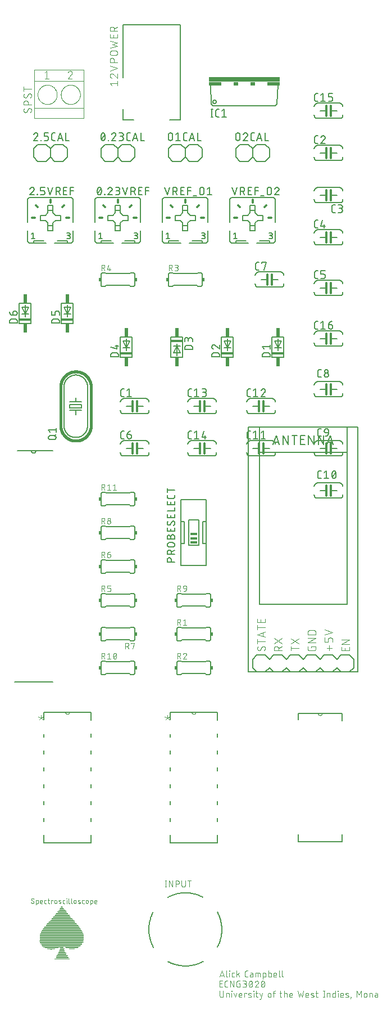
<source format=gbr>
G04 EAGLE Gerber RS-274X export*
G75*
%MOMM*%
%FSLAX34Y34*%
%LPD*%
%INSilkscreen Top*%
%IPPOS*%
%AMOC8*
5,1,8,0,0,1.08239X$1,22.5*%
G01*
%ADD10R,2.286000X0.084581*%
%ADD11R,2.118362X0.084838*%
%ADD12R,1.945638X0.084581*%
%ADD13R,1.778000X0.084838*%
%ADD14R,1.694181X0.084581*%
%ADD15R,1.610363X0.084581*%
%ADD16R,1.437638X0.084838*%
%ADD17R,1.353819X0.084581*%
%ADD18R,1.270000X0.084581*%
%ADD19R,1.186181X0.084838*%
%ADD20R,1.102363X0.084581*%
%ADD21R,1.016000X0.084581*%
%ADD22R,0.929638X0.084838*%
%ADD23R,0.845819X0.084581*%
%ADD24R,0.762000X0.084581*%
%ADD25R,0.678181X0.084838*%
%ADD26R,0.167637X0.084581*%
%ADD27R,0.678181X0.084581*%
%ADD28R,1.183638X0.084581*%
%ADD29R,0.594363X0.084581*%
%ADD30R,1.691638X0.084838*%
%ADD31R,0.508000X0.084838*%
%ADD32R,1.440181X0.084838*%
%ADD33R,2.115819X0.084581*%
%ADD34R,0.508000X0.084581*%
%ADD35R,1.861819X0.084581*%
%ADD36R,2.456181X0.084581*%
%ADD37R,5.588000X0.084838*%
%ADD38R,5.755638X0.084581*%
%ADD39R,5.928363X0.084581*%
%ADD40R,6.096000X0.084838*%
%ADD41R,6.179819X0.084581*%
%ADD42R,6.263638X0.084581*%
%ADD43R,6.436363X0.084838*%
%ADD44R,6.436363X0.084581*%
%ADD45R,6.520181X0.084581*%
%ADD46R,6.604000X0.084838*%
%ADD47R,6.604000X0.084581*%
%ADD48R,6.687819X0.084581*%
%ADD49R,6.687819X0.084838*%
%ADD50R,6.520181X0.084838*%
%ADD51R,6.433819X0.084581*%
%ADD52R,6.433819X0.084838*%
%ADD53R,6.266181X0.084581*%
%ADD54R,6.096000X0.084581*%
%ADD55R,5.925819X0.084581*%
%ADD56R,5.925819X0.084838*%
%ADD57R,5.758181X0.084581*%
%ADD58R,5.588000X0.084581*%
%ADD59R,5.417819X0.084581*%
%ADD60R,5.250181X0.084581*%
%ADD61R,5.080000X0.084838*%
%ADD62R,4.993638X0.084581*%
%ADD63R,4.826000X0.084581*%
%ADD64R,4.742181X0.084838*%
%ADD65R,4.572000X0.084581*%
%ADD66R,4.401819X0.084581*%
%ADD67R,4.234181X0.084838*%
%ADD68R,4.064000X0.084581*%
%ADD69R,3.893819X0.084581*%
%ADD70R,3.726181X0.084838*%
%ADD71R,3.642363X0.084581*%
%ADD72R,3.469638X0.084581*%
%ADD73R,3.302000X0.084838*%
%ADD74R,3.134362X0.084581*%
%ADD75R,3.048000X0.084581*%
%ADD76R,2.877819X0.084838*%
%ADD77R,2.710181X0.084581*%
%ADD78R,2.540000X0.084581*%
%ADD79R,2.453638X0.084838*%
%ADD80R,2.118362X0.084581*%
%ADD81R,2.032000X0.084838*%
%ADD82R,1.778000X0.084581*%
%ADD83R,1.610363X0.084838*%
%ADD84R,1.437638X0.084581*%
%ADD85R,0.929638X0.084581*%
%ADD86R,0.845819X0.084838*%
%ADD87R,0.421637X0.084838*%
%ADD88R,0.337819X0.084581*%
%ADD89R,0.170181X0.084581*%
%ADD90C,0.076200*%
%ADD91C,0.152400*%
%ADD92C,0.304800*%
%ADD93C,0.127000*%
%ADD94C,0.203200*%
%ADD95C,0.101600*%
%ADD96R,1.778000X0.381000*%
%ADD97R,0.508000X1.397000*%
%ADD98R,10.668000X0.762000*%
%ADD99R,1.905000X0.508000*%
%ADD100R,0.762000X0.508000*%
%ADD101R,1.016000X0.381000*%
%ADD102C,0.406400*%
%ADD103R,0.381000X0.508000*%
%ADD104C,0.000000*%


D10*
X182866Y399587D03*
D11*
X182866Y400434D03*
D12*
X182866Y401281D03*
X182866Y402127D03*
D13*
X182866Y402974D03*
D14*
X182447Y403821D03*
D15*
X182866Y404667D03*
D16*
X182866Y405514D03*
D17*
X182447Y406361D03*
D18*
X182866Y407207D03*
D19*
X182447Y408054D03*
D20*
X182866Y408901D03*
D21*
X182434Y409747D03*
D22*
X182866Y410594D03*
D23*
X182447Y411441D03*
D24*
X182866Y412287D03*
D25*
X182447Y413134D03*
D26*
X166356Y413981D03*
D27*
X182447Y413981D03*
D28*
X166356Y414827D03*
D29*
X182866Y414827D03*
D23*
X197687Y414827D03*
D30*
X166356Y415674D03*
D31*
X182434Y415674D03*
D32*
X197255Y415674D03*
D33*
X166775Y416521D03*
D34*
X182434Y416521D03*
D35*
X197687Y416521D03*
D36*
X166775Y417367D03*
D34*
X182434Y417367D03*
D33*
X197255Y417367D03*
D37*
X181596Y418214D03*
D38*
X181596Y419061D03*
D39*
X181596Y419907D03*
D40*
X181596Y420754D03*
D41*
X182015Y421601D03*
D42*
X181596Y422447D03*
D43*
X181596Y423294D03*
D44*
X181596Y424141D03*
D45*
X182015Y424987D03*
D46*
X181596Y425834D03*
D47*
X181596Y426681D03*
D48*
X182015Y427527D03*
D49*
X182015Y428374D03*
D48*
X182015Y429221D03*
X182015Y430067D03*
D49*
X182015Y430914D03*
D48*
X182015Y431761D03*
X182015Y432607D03*
D49*
X182015Y433454D03*
D48*
X182015Y434301D03*
D47*
X182434Y435147D03*
D50*
X182015Y435994D03*
D45*
X182015Y436841D03*
D51*
X182447Y437687D03*
D52*
X182447Y438534D03*
D53*
X182447Y439381D03*
X182447Y440227D03*
D40*
X182434Y441074D03*
D54*
X182434Y441921D03*
D55*
X182447Y442767D03*
D56*
X182447Y443614D03*
D57*
X182447Y444461D03*
D58*
X182434Y445307D03*
D37*
X182434Y446154D03*
D59*
X182447Y447001D03*
D60*
X182447Y447847D03*
D61*
X182434Y448694D03*
D62*
X182866Y449541D03*
D63*
X182866Y450387D03*
D64*
X182447Y451234D03*
D65*
X182434Y452081D03*
D66*
X182447Y452927D03*
D67*
X182447Y453774D03*
D68*
X182434Y454621D03*
D69*
X182447Y455467D03*
D70*
X182447Y456314D03*
D71*
X182866Y457161D03*
D72*
X182866Y458007D03*
D73*
X182866Y458854D03*
D74*
X182866Y459701D03*
D75*
X182434Y460547D03*
D76*
X182447Y461394D03*
D77*
X182447Y462241D03*
D78*
X182434Y463087D03*
D79*
X182866Y463934D03*
D10*
X182866Y464781D03*
D80*
X182866Y465627D03*
D81*
X182434Y466474D03*
D35*
X182447Y467321D03*
D82*
X182866Y468167D03*
D83*
X182866Y469014D03*
D84*
X182866Y469861D03*
D17*
X182447Y470707D03*
D19*
X182447Y471554D03*
D20*
X182866Y472401D03*
D85*
X182866Y473247D03*
D86*
X182447Y474094D03*
D27*
X182447Y474941D03*
D34*
X182434Y475787D03*
D87*
X182866Y476634D03*
D88*
X182447Y477481D03*
D89*
X182447Y478327D03*
D90*
X139926Y485416D02*
X139924Y485338D01*
X139919Y485260D01*
X139909Y485183D01*
X139896Y485106D01*
X139880Y485030D01*
X139860Y484955D01*
X139836Y484881D01*
X139809Y484808D01*
X139778Y484736D01*
X139744Y484666D01*
X139707Y484598D01*
X139666Y484531D01*
X139622Y484466D01*
X139576Y484404D01*
X139526Y484344D01*
X139474Y484286D01*
X139419Y484231D01*
X139361Y484179D01*
X139301Y484129D01*
X139239Y484083D01*
X139174Y484039D01*
X139108Y483998D01*
X139039Y483961D01*
X138969Y483927D01*
X138897Y483896D01*
X138824Y483869D01*
X138750Y483845D01*
X138675Y483825D01*
X138599Y483809D01*
X138522Y483796D01*
X138445Y483786D01*
X138367Y483781D01*
X138289Y483779D01*
X138175Y483781D01*
X138062Y483786D01*
X137948Y483796D01*
X137835Y483809D01*
X137723Y483826D01*
X137611Y483846D01*
X137500Y483870D01*
X137389Y483898D01*
X137280Y483929D01*
X137172Y483964D01*
X137065Y484003D01*
X136959Y484045D01*
X136855Y484090D01*
X136752Y484139D01*
X136651Y484192D01*
X136552Y484247D01*
X136454Y484306D01*
X136359Y484368D01*
X136266Y484433D01*
X136174Y484501D01*
X136086Y484572D01*
X135999Y484646D01*
X135915Y484723D01*
X135834Y484802D01*
X136039Y489508D02*
X136041Y489586D01*
X136046Y489664D01*
X136056Y489741D01*
X136069Y489818D01*
X136085Y489894D01*
X136105Y489969D01*
X136129Y490043D01*
X136156Y490116D01*
X136187Y490188D01*
X136221Y490258D01*
X136258Y490327D01*
X136299Y490393D01*
X136343Y490458D01*
X136389Y490520D01*
X136439Y490580D01*
X136491Y490638D01*
X136546Y490693D01*
X136604Y490745D01*
X136664Y490795D01*
X136726Y490841D01*
X136791Y490885D01*
X136858Y490926D01*
X136926Y490963D01*
X136996Y490997D01*
X137068Y491028D01*
X137141Y491055D01*
X137215Y491079D01*
X137290Y491099D01*
X137366Y491115D01*
X137443Y491128D01*
X137520Y491138D01*
X137598Y491143D01*
X137676Y491145D01*
X137786Y491143D01*
X137895Y491137D01*
X138005Y491127D01*
X138113Y491114D01*
X138222Y491096D01*
X138329Y491075D01*
X138436Y491049D01*
X138542Y491020D01*
X138647Y490988D01*
X138750Y490951D01*
X138852Y490911D01*
X138953Y490867D01*
X139052Y490819D01*
X139149Y490769D01*
X139244Y490714D01*
X139337Y490656D01*
X139428Y490595D01*
X139517Y490531D01*
X136857Y488075D02*
X136790Y488117D01*
X136725Y488161D01*
X136663Y488209D01*
X136603Y488259D01*
X136545Y488312D01*
X136490Y488368D01*
X136438Y488427D01*
X136388Y488487D01*
X136341Y488551D01*
X136298Y488616D01*
X136257Y488683D01*
X136220Y488752D01*
X136186Y488823D01*
X136155Y488895D01*
X136128Y488969D01*
X136104Y489043D01*
X136084Y489119D01*
X136068Y489196D01*
X136055Y489273D01*
X136045Y489351D01*
X136040Y489430D01*
X136038Y489508D01*
X139108Y486848D02*
X139174Y486806D01*
X139239Y486762D01*
X139301Y486715D01*
X139361Y486664D01*
X139419Y486611D01*
X139474Y486555D01*
X139527Y486497D01*
X139576Y486436D01*
X139623Y486373D01*
X139666Y486308D01*
X139707Y486241D01*
X139744Y486172D01*
X139778Y486101D01*
X139809Y486029D01*
X139836Y485955D01*
X139860Y485880D01*
X139880Y485805D01*
X139896Y485728D01*
X139909Y485651D01*
X139919Y485573D01*
X139924Y485494D01*
X139926Y485416D01*
X139108Y486849D02*
X136857Y488076D01*
X143112Y488690D02*
X143112Y481324D01*
X143112Y488690D02*
X145158Y488690D01*
X145227Y488688D01*
X145295Y488682D01*
X145364Y488673D01*
X145431Y488659D01*
X145498Y488642D01*
X145564Y488621D01*
X145628Y488597D01*
X145691Y488568D01*
X145752Y488537D01*
X145811Y488502D01*
X145869Y488464D01*
X145924Y488422D01*
X145976Y488378D01*
X146026Y488330D01*
X146074Y488280D01*
X146118Y488228D01*
X146160Y488173D01*
X146198Y488115D01*
X146233Y488056D01*
X146264Y487995D01*
X146293Y487932D01*
X146317Y487868D01*
X146338Y487802D01*
X146355Y487735D01*
X146369Y487668D01*
X146378Y487599D01*
X146384Y487531D01*
X146386Y487462D01*
X146386Y485007D01*
X146384Y484938D01*
X146378Y484870D01*
X146369Y484801D01*
X146355Y484734D01*
X146338Y484667D01*
X146317Y484601D01*
X146293Y484537D01*
X146264Y484474D01*
X146233Y484413D01*
X146198Y484354D01*
X146160Y484296D01*
X146118Y484241D01*
X146074Y484189D01*
X146026Y484139D01*
X145976Y484091D01*
X145924Y484047D01*
X145869Y484006D01*
X145811Y483967D01*
X145752Y483932D01*
X145691Y483901D01*
X145628Y483872D01*
X145564Y483848D01*
X145498Y483827D01*
X145431Y483810D01*
X145364Y483796D01*
X145296Y483787D01*
X145227Y483781D01*
X145158Y483779D01*
X143112Y483779D01*
X150638Y483779D02*
X152684Y483779D01*
X150638Y483779D02*
X150569Y483781D01*
X150501Y483787D01*
X150432Y483796D01*
X150365Y483810D01*
X150298Y483827D01*
X150232Y483848D01*
X150168Y483872D01*
X150105Y483901D01*
X150044Y483932D01*
X149985Y483967D01*
X149927Y484005D01*
X149872Y484047D01*
X149820Y484091D01*
X149770Y484139D01*
X149722Y484189D01*
X149678Y484241D01*
X149636Y484296D01*
X149598Y484354D01*
X149563Y484413D01*
X149532Y484474D01*
X149503Y484537D01*
X149479Y484601D01*
X149458Y484667D01*
X149441Y484734D01*
X149427Y484801D01*
X149418Y484870D01*
X149412Y484938D01*
X149410Y485007D01*
X149411Y485007D02*
X149411Y487053D01*
X149413Y487132D01*
X149419Y487211D01*
X149428Y487290D01*
X149441Y487368D01*
X149459Y487445D01*
X149479Y487521D01*
X149504Y487596D01*
X149532Y487670D01*
X149563Y487743D01*
X149599Y487814D01*
X149637Y487883D01*
X149679Y487950D01*
X149724Y488015D01*
X149772Y488078D01*
X149823Y488139D01*
X149877Y488196D01*
X149933Y488252D01*
X149992Y488304D01*
X150054Y488354D01*
X150118Y488400D01*
X150184Y488444D01*
X150252Y488484D01*
X150322Y488520D01*
X150394Y488554D01*
X150468Y488584D01*
X150542Y488610D01*
X150618Y488633D01*
X150695Y488651D01*
X150772Y488667D01*
X150851Y488678D01*
X150929Y488686D01*
X151008Y488690D01*
X151088Y488690D01*
X151167Y488686D01*
X151245Y488678D01*
X151324Y488667D01*
X151401Y488651D01*
X151478Y488633D01*
X151554Y488610D01*
X151628Y488584D01*
X151702Y488554D01*
X151774Y488520D01*
X151844Y488484D01*
X151912Y488444D01*
X151978Y488400D01*
X152042Y488354D01*
X152104Y488304D01*
X152163Y488252D01*
X152219Y488196D01*
X152273Y488139D01*
X152324Y488078D01*
X152372Y488015D01*
X152417Y487950D01*
X152459Y487883D01*
X152497Y487814D01*
X152533Y487743D01*
X152564Y487670D01*
X152592Y487596D01*
X152617Y487521D01*
X152637Y487445D01*
X152655Y487368D01*
X152668Y487290D01*
X152677Y487211D01*
X152683Y487132D01*
X152685Y487053D01*
X152684Y487053D02*
X152684Y486235D01*
X149411Y486235D01*
X156987Y483779D02*
X158624Y483779D01*
X156987Y483779D02*
X156918Y483781D01*
X156850Y483787D01*
X156781Y483796D01*
X156714Y483810D01*
X156647Y483827D01*
X156581Y483848D01*
X156517Y483872D01*
X156454Y483901D01*
X156393Y483932D01*
X156334Y483967D01*
X156276Y484005D01*
X156221Y484047D01*
X156169Y484091D01*
X156119Y484139D01*
X156071Y484189D01*
X156027Y484241D01*
X155985Y484296D01*
X155947Y484354D01*
X155912Y484413D01*
X155881Y484474D01*
X155852Y484537D01*
X155828Y484601D01*
X155807Y484667D01*
X155790Y484734D01*
X155776Y484801D01*
X155767Y484870D01*
X155761Y484938D01*
X155759Y485007D01*
X155760Y485007D02*
X155760Y487462D01*
X155759Y487462D02*
X155761Y487531D01*
X155767Y487599D01*
X155776Y487668D01*
X155790Y487735D01*
X155807Y487802D01*
X155828Y487868D01*
X155852Y487932D01*
X155881Y487995D01*
X155912Y488056D01*
X155947Y488115D01*
X155985Y488173D01*
X156027Y488228D01*
X156071Y488280D01*
X156119Y488330D01*
X156169Y488378D01*
X156221Y488422D01*
X156276Y488464D01*
X156334Y488502D01*
X156393Y488537D01*
X156454Y488568D01*
X156517Y488597D01*
X156581Y488621D01*
X156647Y488642D01*
X156714Y488659D01*
X156781Y488673D01*
X156850Y488682D01*
X156918Y488688D01*
X156987Y488690D01*
X158624Y488690D01*
X160728Y488690D02*
X163184Y488690D01*
X161547Y491145D02*
X161547Y485007D01*
X161549Y484938D01*
X161555Y484870D01*
X161564Y484801D01*
X161578Y484734D01*
X161595Y484667D01*
X161616Y484601D01*
X161640Y484537D01*
X161669Y484474D01*
X161700Y484413D01*
X161735Y484354D01*
X161773Y484296D01*
X161815Y484241D01*
X161859Y484189D01*
X161907Y484139D01*
X161957Y484091D01*
X162009Y484047D01*
X162064Y484005D01*
X162122Y483967D01*
X162181Y483932D01*
X162242Y483901D01*
X162305Y483872D01*
X162369Y483848D01*
X162435Y483827D01*
X162502Y483810D01*
X162569Y483796D01*
X162638Y483787D01*
X162706Y483781D01*
X162775Y483779D01*
X163184Y483779D01*
X166282Y483779D02*
X166282Y488690D01*
X168737Y488690D01*
X168737Y487872D01*
X171112Y487053D02*
X171112Y485416D01*
X171112Y487053D02*
X171114Y487132D01*
X171120Y487211D01*
X171129Y487290D01*
X171142Y487368D01*
X171160Y487445D01*
X171180Y487521D01*
X171205Y487596D01*
X171233Y487670D01*
X171264Y487743D01*
X171300Y487814D01*
X171338Y487883D01*
X171380Y487950D01*
X171425Y488015D01*
X171473Y488078D01*
X171524Y488139D01*
X171578Y488196D01*
X171634Y488252D01*
X171693Y488304D01*
X171755Y488354D01*
X171819Y488400D01*
X171885Y488444D01*
X171953Y488484D01*
X172023Y488520D01*
X172095Y488554D01*
X172169Y488584D01*
X172243Y488610D01*
X172319Y488633D01*
X172396Y488651D01*
X172473Y488667D01*
X172552Y488678D01*
X172630Y488686D01*
X172709Y488690D01*
X172789Y488690D01*
X172868Y488686D01*
X172946Y488678D01*
X173025Y488667D01*
X173102Y488651D01*
X173179Y488633D01*
X173255Y488610D01*
X173329Y488584D01*
X173403Y488554D01*
X173475Y488520D01*
X173545Y488484D01*
X173613Y488444D01*
X173679Y488400D01*
X173743Y488354D01*
X173805Y488304D01*
X173864Y488252D01*
X173920Y488196D01*
X173974Y488139D01*
X174025Y488078D01*
X174073Y488015D01*
X174118Y487950D01*
X174160Y487883D01*
X174198Y487814D01*
X174234Y487743D01*
X174265Y487670D01*
X174293Y487596D01*
X174318Y487521D01*
X174338Y487445D01*
X174356Y487368D01*
X174369Y487290D01*
X174378Y487211D01*
X174384Y487132D01*
X174386Y487053D01*
X174386Y485416D01*
X174384Y485337D01*
X174378Y485258D01*
X174369Y485179D01*
X174356Y485101D01*
X174338Y485024D01*
X174318Y484948D01*
X174293Y484873D01*
X174265Y484799D01*
X174234Y484726D01*
X174198Y484655D01*
X174160Y484586D01*
X174118Y484519D01*
X174073Y484454D01*
X174025Y484391D01*
X173974Y484330D01*
X173920Y484273D01*
X173864Y484217D01*
X173805Y484165D01*
X173743Y484115D01*
X173679Y484069D01*
X173613Y484025D01*
X173545Y483985D01*
X173475Y483949D01*
X173403Y483915D01*
X173329Y483885D01*
X173255Y483859D01*
X173179Y483836D01*
X173102Y483818D01*
X173025Y483802D01*
X172946Y483791D01*
X172868Y483783D01*
X172789Y483779D01*
X172709Y483779D01*
X172630Y483783D01*
X172552Y483791D01*
X172473Y483802D01*
X172396Y483818D01*
X172319Y483836D01*
X172243Y483859D01*
X172169Y483885D01*
X172095Y483915D01*
X172023Y483949D01*
X171953Y483985D01*
X171885Y484025D01*
X171819Y484069D01*
X171755Y484115D01*
X171693Y484165D01*
X171634Y484217D01*
X171578Y484273D01*
X171524Y484330D01*
X171473Y484391D01*
X171425Y484454D01*
X171380Y484519D01*
X171338Y484586D01*
X171300Y484655D01*
X171264Y484726D01*
X171233Y484799D01*
X171205Y484873D01*
X171180Y484948D01*
X171160Y485024D01*
X171142Y485101D01*
X171129Y485179D01*
X171120Y485258D01*
X171114Y485337D01*
X171112Y485416D01*
X178066Y486644D02*
X180112Y485825D01*
X178066Y486644D02*
X178007Y486669D01*
X177950Y486698D01*
X177895Y486731D01*
X177842Y486767D01*
X177791Y486805D01*
X177743Y486847D01*
X177697Y486892D01*
X177654Y486939D01*
X177614Y486989D01*
X177577Y487041D01*
X177543Y487096D01*
X177512Y487152D01*
X177485Y487210D01*
X177462Y487270D01*
X177442Y487330D01*
X177426Y487392D01*
X177413Y487455D01*
X177405Y487519D01*
X177400Y487582D01*
X177399Y487646D01*
X177402Y487710D01*
X177409Y487774D01*
X177420Y487837D01*
X177434Y487899D01*
X177452Y487961D01*
X177474Y488021D01*
X177499Y488080D01*
X177528Y488137D01*
X177561Y488192D01*
X177596Y488245D01*
X177635Y488296D01*
X177677Y488345D01*
X177721Y488391D01*
X177769Y488434D01*
X177818Y488474D01*
X177871Y488511D01*
X177925Y488545D01*
X177981Y488576D01*
X178039Y488603D01*
X178098Y488627D01*
X178159Y488646D01*
X178221Y488663D01*
X178284Y488675D01*
X178347Y488684D01*
X178411Y488689D01*
X178475Y488690D01*
X178611Y488686D01*
X178746Y488678D01*
X178882Y488666D01*
X179016Y488650D01*
X179151Y488630D01*
X179284Y488607D01*
X179417Y488579D01*
X179549Y488548D01*
X179680Y488513D01*
X179810Y488474D01*
X179939Y488431D01*
X180066Y488384D01*
X180192Y488334D01*
X180317Y488280D01*
X180112Y485825D02*
X180171Y485800D01*
X180228Y485771D01*
X180283Y485738D01*
X180336Y485702D01*
X180387Y485664D01*
X180435Y485622D01*
X180481Y485577D01*
X180524Y485530D01*
X180564Y485480D01*
X180601Y485428D01*
X180635Y485373D01*
X180666Y485317D01*
X180693Y485259D01*
X180716Y485199D01*
X180736Y485139D01*
X180752Y485077D01*
X180765Y485014D01*
X180773Y484950D01*
X180778Y484887D01*
X180779Y484823D01*
X180776Y484759D01*
X180769Y484695D01*
X180758Y484632D01*
X180744Y484570D01*
X180726Y484508D01*
X180704Y484448D01*
X180679Y484389D01*
X180650Y484332D01*
X180617Y484277D01*
X180582Y484224D01*
X180543Y484173D01*
X180501Y484124D01*
X180457Y484078D01*
X180409Y484035D01*
X180360Y483995D01*
X180307Y483958D01*
X180253Y483924D01*
X180197Y483893D01*
X180139Y483866D01*
X180080Y483842D01*
X180019Y483823D01*
X179957Y483806D01*
X179894Y483794D01*
X179831Y483785D01*
X179767Y483780D01*
X179703Y483779D01*
X179703Y483780D02*
X179539Y483784D01*
X179375Y483792D01*
X179211Y483804D01*
X179048Y483820D01*
X178885Y483840D01*
X178722Y483863D01*
X178561Y483891D01*
X178399Y483922D01*
X178239Y483957D01*
X178080Y483996D01*
X177921Y484039D01*
X177764Y484085D01*
X177607Y484135D01*
X177452Y484189D01*
X185029Y483779D02*
X186666Y483779D01*
X185029Y483779D02*
X184960Y483781D01*
X184892Y483787D01*
X184823Y483796D01*
X184756Y483810D01*
X184689Y483827D01*
X184623Y483848D01*
X184559Y483872D01*
X184496Y483901D01*
X184435Y483932D01*
X184376Y483967D01*
X184318Y484005D01*
X184263Y484047D01*
X184211Y484091D01*
X184161Y484139D01*
X184113Y484189D01*
X184069Y484241D01*
X184027Y484296D01*
X183989Y484354D01*
X183954Y484413D01*
X183923Y484474D01*
X183894Y484537D01*
X183870Y484601D01*
X183849Y484667D01*
X183832Y484734D01*
X183818Y484801D01*
X183809Y484870D01*
X183803Y484938D01*
X183801Y485007D01*
X183801Y487462D01*
X183803Y487531D01*
X183809Y487599D01*
X183818Y487668D01*
X183832Y487735D01*
X183849Y487802D01*
X183870Y487868D01*
X183894Y487932D01*
X183923Y487995D01*
X183954Y488056D01*
X183989Y488115D01*
X184027Y488173D01*
X184069Y488228D01*
X184113Y488280D01*
X184161Y488330D01*
X184211Y488378D01*
X184263Y488422D01*
X184318Y488464D01*
X184376Y488502D01*
X184435Y488537D01*
X184496Y488568D01*
X184559Y488597D01*
X184623Y488621D01*
X184689Y488642D01*
X184756Y488659D01*
X184823Y488673D01*
X184892Y488682D01*
X184960Y488688D01*
X185029Y488690D01*
X186666Y488690D01*
X189330Y488690D02*
X189330Y483779D01*
X189126Y490736D02*
X189126Y491145D01*
X189535Y491145D01*
X189535Y490736D01*
X189126Y490736D01*
X192409Y491145D02*
X192409Y485007D01*
X192411Y484938D01*
X192417Y484870D01*
X192426Y484801D01*
X192440Y484734D01*
X192457Y484667D01*
X192478Y484601D01*
X192502Y484537D01*
X192531Y484474D01*
X192562Y484413D01*
X192597Y484354D01*
X192635Y484296D01*
X192677Y484241D01*
X192721Y484189D01*
X192769Y484139D01*
X192819Y484091D01*
X192871Y484047D01*
X192926Y484005D01*
X192984Y483967D01*
X193043Y483932D01*
X193104Y483901D01*
X193167Y483872D01*
X193231Y483848D01*
X193297Y483827D01*
X193364Y483810D01*
X193431Y483796D01*
X193500Y483787D01*
X193568Y483781D01*
X193637Y483779D01*
X196311Y485007D02*
X196311Y491145D01*
X196310Y485007D02*
X196312Y484938D01*
X196318Y484870D01*
X196327Y484801D01*
X196341Y484734D01*
X196358Y484667D01*
X196379Y484601D01*
X196403Y484537D01*
X196432Y484474D01*
X196463Y484413D01*
X196498Y484354D01*
X196536Y484296D01*
X196578Y484241D01*
X196622Y484189D01*
X196670Y484139D01*
X196720Y484091D01*
X196772Y484047D01*
X196827Y484005D01*
X196885Y483967D01*
X196944Y483932D01*
X197005Y483901D01*
X197068Y483872D01*
X197132Y483848D01*
X197198Y483827D01*
X197265Y483810D01*
X197332Y483796D01*
X197401Y483787D01*
X197469Y483781D01*
X197538Y483779D01*
X200129Y485416D02*
X200129Y487053D01*
X200131Y487132D01*
X200137Y487211D01*
X200146Y487290D01*
X200159Y487368D01*
X200177Y487445D01*
X200197Y487521D01*
X200222Y487596D01*
X200250Y487670D01*
X200281Y487743D01*
X200317Y487814D01*
X200355Y487883D01*
X200397Y487950D01*
X200442Y488015D01*
X200490Y488078D01*
X200541Y488139D01*
X200595Y488196D01*
X200651Y488252D01*
X200710Y488304D01*
X200772Y488354D01*
X200836Y488400D01*
X200902Y488444D01*
X200970Y488484D01*
X201040Y488520D01*
X201112Y488554D01*
X201186Y488584D01*
X201260Y488610D01*
X201336Y488633D01*
X201413Y488651D01*
X201490Y488667D01*
X201569Y488678D01*
X201647Y488686D01*
X201726Y488690D01*
X201806Y488690D01*
X201885Y488686D01*
X201963Y488678D01*
X202042Y488667D01*
X202119Y488651D01*
X202196Y488633D01*
X202272Y488610D01*
X202346Y488584D01*
X202420Y488554D01*
X202492Y488520D01*
X202562Y488484D01*
X202630Y488444D01*
X202696Y488400D01*
X202760Y488354D01*
X202822Y488304D01*
X202881Y488252D01*
X202937Y488196D01*
X202991Y488139D01*
X203042Y488078D01*
X203090Y488015D01*
X203135Y487950D01*
X203177Y487883D01*
X203215Y487814D01*
X203251Y487743D01*
X203282Y487670D01*
X203310Y487596D01*
X203335Y487521D01*
X203355Y487445D01*
X203373Y487368D01*
X203386Y487290D01*
X203395Y487211D01*
X203401Y487132D01*
X203403Y487053D01*
X203403Y485416D01*
X203401Y485337D01*
X203395Y485258D01*
X203386Y485179D01*
X203373Y485101D01*
X203355Y485024D01*
X203335Y484948D01*
X203310Y484873D01*
X203282Y484799D01*
X203251Y484726D01*
X203215Y484655D01*
X203177Y484586D01*
X203135Y484519D01*
X203090Y484454D01*
X203042Y484391D01*
X202991Y484330D01*
X202937Y484273D01*
X202881Y484217D01*
X202822Y484165D01*
X202760Y484115D01*
X202696Y484069D01*
X202630Y484025D01*
X202562Y483985D01*
X202492Y483949D01*
X202420Y483915D01*
X202346Y483885D01*
X202272Y483859D01*
X202196Y483836D01*
X202119Y483818D01*
X202042Y483802D01*
X201963Y483791D01*
X201885Y483783D01*
X201806Y483779D01*
X201726Y483779D01*
X201647Y483783D01*
X201569Y483791D01*
X201490Y483802D01*
X201413Y483818D01*
X201336Y483836D01*
X201260Y483859D01*
X201186Y483885D01*
X201112Y483915D01*
X201040Y483949D01*
X200970Y483985D01*
X200902Y484025D01*
X200836Y484069D01*
X200772Y484115D01*
X200710Y484165D01*
X200651Y484217D01*
X200595Y484273D01*
X200541Y484330D01*
X200490Y484391D01*
X200442Y484454D01*
X200397Y484519D01*
X200355Y484586D01*
X200317Y484655D01*
X200281Y484726D01*
X200250Y484799D01*
X200222Y484873D01*
X200197Y484948D01*
X200177Y485024D01*
X200159Y485101D01*
X200146Y485179D01*
X200137Y485258D01*
X200131Y485337D01*
X200129Y485416D01*
X207083Y486644D02*
X209129Y485825D01*
X207083Y486644D02*
X207024Y486669D01*
X206967Y486698D01*
X206912Y486731D01*
X206859Y486767D01*
X206808Y486805D01*
X206760Y486847D01*
X206714Y486892D01*
X206671Y486939D01*
X206631Y486989D01*
X206594Y487041D01*
X206560Y487096D01*
X206529Y487152D01*
X206502Y487210D01*
X206479Y487270D01*
X206459Y487330D01*
X206443Y487392D01*
X206430Y487455D01*
X206422Y487519D01*
X206417Y487582D01*
X206416Y487646D01*
X206419Y487710D01*
X206426Y487774D01*
X206437Y487837D01*
X206451Y487899D01*
X206469Y487961D01*
X206491Y488021D01*
X206516Y488080D01*
X206545Y488137D01*
X206578Y488192D01*
X206613Y488245D01*
X206652Y488296D01*
X206694Y488345D01*
X206738Y488391D01*
X206786Y488434D01*
X206835Y488474D01*
X206888Y488511D01*
X206942Y488545D01*
X206998Y488576D01*
X207056Y488603D01*
X207115Y488627D01*
X207176Y488646D01*
X207238Y488663D01*
X207301Y488675D01*
X207364Y488684D01*
X207428Y488689D01*
X207492Y488690D01*
X207628Y488686D01*
X207763Y488678D01*
X207899Y488666D01*
X208033Y488650D01*
X208168Y488630D01*
X208301Y488607D01*
X208434Y488579D01*
X208566Y488548D01*
X208697Y488513D01*
X208827Y488474D01*
X208956Y488431D01*
X209083Y488384D01*
X209209Y488334D01*
X209334Y488280D01*
X209129Y485825D02*
X209188Y485800D01*
X209245Y485771D01*
X209300Y485738D01*
X209353Y485702D01*
X209404Y485664D01*
X209452Y485622D01*
X209498Y485577D01*
X209541Y485530D01*
X209581Y485480D01*
X209618Y485428D01*
X209652Y485373D01*
X209683Y485317D01*
X209710Y485259D01*
X209733Y485199D01*
X209753Y485139D01*
X209769Y485077D01*
X209782Y485014D01*
X209790Y484950D01*
X209795Y484887D01*
X209796Y484823D01*
X209793Y484759D01*
X209786Y484695D01*
X209775Y484632D01*
X209761Y484570D01*
X209743Y484508D01*
X209721Y484448D01*
X209696Y484389D01*
X209667Y484332D01*
X209634Y484277D01*
X209599Y484224D01*
X209560Y484173D01*
X209518Y484124D01*
X209474Y484078D01*
X209426Y484035D01*
X209377Y483995D01*
X209324Y483958D01*
X209270Y483924D01*
X209214Y483893D01*
X209156Y483866D01*
X209097Y483842D01*
X209036Y483823D01*
X208974Y483806D01*
X208911Y483794D01*
X208848Y483785D01*
X208784Y483780D01*
X208720Y483779D01*
X208720Y483780D02*
X208556Y483784D01*
X208392Y483792D01*
X208228Y483804D01*
X208065Y483820D01*
X207902Y483840D01*
X207739Y483863D01*
X207578Y483891D01*
X207416Y483922D01*
X207256Y483957D01*
X207097Y483996D01*
X206938Y484039D01*
X206781Y484085D01*
X206624Y484135D01*
X206469Y484189D01*
X214046Y483779D02*
X215682Y483779D01*
X214046Y483779D02*
X213977Y483781D01*
X213909Y483787D01*
X213840Y483796D01*
X213773Y483810D01*
X213706Y483827D01*
X213640Y483848D01*
X213576Y483872D01*
X213513Y483901D01*
X213452Y483932D01*
X213393Y483967D01*
X213335Y484005D01*
X213280Y484047D01*
X213228Y484091D01*
X213178Y484139D01*
X213130Y484189D01*
X213086Y484241D01*
X213044Y484296D01*
X213006Y484354D01*
X212971Y484413D01*
X212940Y484474D01*
X212911Y484537D01*
X212887Y484601D01*
X212866Y484667D01*
X212849Y484734D01*
X212835Y484801D01*
X212826Y484870D01*
X212820Y484938D01*
X212818Y485007D01*
X212818Y487462D01*
X212820Y487531D01*
X212826Y487599D01*
X212835Y487668D01*
X212849Y487735D01*
X212866Y487802D01*
X212887Y487868D01*
X212911Y487932D01*
X212940Y487995D01*
X212971Y488056D01*
X213006Y488115D01*
X213044Y488173D01*
X213086Y488228D01*
X213130Y488280D01*
X213178Y488330D01*
X213228Y488378D01*
X213280Y488422D01*
X213335Y488464D01*
X213393Y488502D01*
X213452Y488537D01*
X213513Y488568D01*
X213576Y488597D01*
X213640Y488621D01*
X213706Y488642D01*
X213773Y488659D01*
X213840Y488673D01*
X213909Y488682D01*
X213977Y488688D01*
X214046Y488690D01*
X215682Y488690D01*
X218417Y487053D02*
X218417Y485416D01*
X218417Y487053D02*
X218419Y487132D01*
X218425Y487211D01*
X218434Y487290D01*
X218447Y487368D01*
X218465Y487445D01*
X218485Y487521D01*
X218510Y487596D01*
X218538Y487670D01*
X218569Y487743D01*
X218605Y487814D01*
X218643Y487883D01*
X218685Y487950D01*
X218730Y488015D01*
X218778Y488078D01*
X218829Y488139D01*
X218883Y488196D01*
X218939Y488252D01*
X218998Y488304D01*
X219060Y488354D01*
X219124Y488400D01*
X219190Y488444D01*
X219258Y488484D01*
X219328Y488520D01*
X219400Y488554D01*
X219474Y488584D01*
X219548Y488610D01*
X219624Y488633D01*
X219701Y488651D01*
X219778Y488667D01*
X219857Y488678D01*
X219935Y488686D01*
X220014Y488690D01*
X220094Y488690D01*
X220173Y488686D01*
X220251Y488678D01*
X220330Y488667D01*
X220407Y488651D01*
X220484Y488633D01*
X220560Y488610D01*
X220634Y488584D01*
X220708Y488554D01*
X220780Y488520D01*
X220850Y488484D01*
X220918Y488444D01*
X220984Y488400D01*
X221048Y488354D01*
X221110Y488304D01*
X221169Y488252D01*
X221225Y488196D01*
X221279Y488139D01*
X221330Y488078D01*
X221378Y488015D01*
X221423Y487950D01*
X221465Y487883D01*
X221503Y487814D01*
X221539Y487743D01*
X221570Y487670D01*
X221598Y487596D01*
X221623Y487521D01*
X221643Y487445D01*
X221661Y487368D01*
X221674Y487290D01*
X221683Y487211D01*
X221689Y487132D01*
X221691Y487053D01*
X221691Y485416D01*
X221689Y485337D01*
X221683Y485258D01*
X221674Y485179D01*
X221661Y485101D01*
X221643Y485024D01*
X221623Y484948D01*
X221598Y484873D01*
X221570Y484799D01*
X221539Y484726D01*
X221503Y484655D01*
X221465Y484586D01*
X221423Y484519D01*
X221378Y484454D01*
X221330Y484391D01*
X221279Y484330D01*
X221225Y484273D01*
X221169Y484217D01*
X221110Y484165D01*
X221048Y484115D01*
X220984Y484069D01*
X220918Y484025D01*
X220850Y483985D01*
X220780Y483949D01*
X220708Y483915D01*
X220634Y483885D01*
X220560Y483859D01*
X220484Y483836D01*
X220407Y483818D01*
X220330Y483802D01*
X220251Y483791D01*
X220173Y483783D01*
X220094Y483779D01*
X220014Y483779D01*
X219935Y483783D01*
X219857Y483791D01*
X219778Y483802D01*
X219701Y483818D01*
X219624Y483836D01*
X219548Y483859D01*
X219474Y483885D01*
X219400Y483915D01*
X219328Y483949D01*
X219258Y483985D01*
X219190Y484025D01*
X219124Y484069D01*
X219060Y484115D01*
X218998Y484165D01*
X218939Y484217D01*
X218883Y484273D01*
X218829Y484330D01*
X218778Y484391D01*
X218730Y484454D01*
X218685Y484519D01*
X218643Y484586D01*
X218605Y484655D01*
X218569Y484726D01*
X218538Y484799D01*
X218510Y484873D01*
X218485Y484948D01*
X218465Y485024D01*
X218447Y485101D01*
X218434Y485179D01*
X218425Y485258D01*
X218419Y485337D01*
X218417Y485416D01*
X225042Y488690D02*
X225042Y481324D01*
X225042Y488690D02*
X227088Y488690D01*
X227157Y488688D01*
X227225Y488682D01*
X227294Y488673D01*
X227361Y488659D01*
X227428Y488642D01*
X227494Y488621D01*
X227558Y488597D01*
X227621Y488568D01*
X227682Y488537D01*
X227741Y488502D01*
X227799Y488464D01*
X227854Y488422D01*
X227906Y488378D01*
X227956Y488330D01*
X228004Y488280D01*
X228048Y488228D01*
X228090Y488173D01*
X228128Y488115D01*
X228163Y488056D01*
X228194Y487995D01*
X228223Y487932D01*
X228247Y487868D01*
X228268Y487802D01*
X228285Y487735D01*
X228299Y487668D01*
X228308Y487599D01*
X228314Y487531D01*
X228316Y487462D01*
X228315Y487462D02*
X228315Y485007D01*
X228316Y485007D02*
X228314Y484938D01*
X228308Y484870D01*
X228299Y484801D01*
X228285Y484734D01*
X228268Y484667D01*
X228247Y484601D01*
X228223Y484537D01*
X228194Y484474D01*
X228163Y484413D01*
X228128Y484354D01*
X228090Y484296D01*
X228048Y484241D01*
X228004Y484189D01*
X227956Y484139D01*
X227906Y484091D01*
X227854Y484047D01*
X227799Y484006D01*
X227741Y483967D01*
X227682Y483932D01*
X227621Y483901D01*
X227558Y483872D01*
X227494Y483848D01*
X227428Y483827D01*
X227361Y483810D01*
X227294Y483796D01*
X227226Y483787D01*
X227157Y483781D01*
X227088Y483779D01*
X225042Y483779D01*
X232568Y483779D02*
X234614Y483779D01*
X232568Y483779D02*
X232499Y483781D01*
X232431Y483787D01*
X232362Y483796D01*
X232295Y483810D01*
X232228Y483827D01*
X232162Y483848D01*
X232098Y483872D01*
X232035Y483901D01*
X231974Y483932D01*
X231915Y483967D01*
X231857Y484005D01*
X231802Y484047D01*
X231750Y484091D01*
X231700Y484139D01*
X231652Y484189D01*
X231608Y484241D01*
X231566Y484296D01*
X231528Y484354D01*
X231493Y484413D01*
X231462Y484474D01*
X231433Y484537D01*
X231409Y484601D01*
X231388Y484667D01*
X231371Y484734D01*
X231357Y484801D01*
X231348Y484870D01*
X231342Y484938D01*
X231340Y485007D01*
X231340Y487053D01*
X231342Y487132D01*
X231348Y487211D01*
X231357Y487290D01*
X231370Y487368D01*
X231388Y487445D01*
X231408Y487521D01*
X231433Y487596D01*
X231461Y487670D01*
X231492Y487743D01*
X231528Y487814D01*
X231566Y487883D01*
X231608Y487950D01*
X231653Y488015D01*
X231701Y488078D01*
X231752Y488139D01*
X231806Y488196D01*
X231862Y488252D01*
X231921Y488304D01*
X231983Y488354D01*
X232047Y488400D01*
X232113Y488444D01*
X232181Y488484D01*
X232251Y488520D01*
X232323Y488554D01*
X232397Y488584D01*
X232471Y488610D01*
X232547Y488633D01*
X232624Y488651D01*
X232701Y488667D01*
X232780Y488678D01*
X232858Y488686D01*
X232937Y488690D01*
X233017Y488690D01*
X233096Y488686D01*
X233174Y488678D01*
X233253Y488667D01*
X233330Y488651D01*
X233407Y488633D01*
X233483Y488610D01*
X233557Y488584D01*
X233631Y488554D01*
X233703Y488520D01*
X233773Y488484D01*
X233841Y488444D01*
X233907Y488400D01*
X233971Y488354D01*
X234033Y488304D01*
X234092Y488252D01*
X234148Y488196D01*
X234202Y488139D01*
X234253Y488078D01*
X234301Y488015D01*
X234346Y487950D01*
X234388Y487883D01*
X234426Y487814D01*
X234462Y487743D01*
X234493Y487670D01*
X234521Y487596D01*
X234546Y487521D01*
X234566Y487445D01*
X234584Y487368D01*
X234597Y487290D01*
X234606Y487211D01*
X234612Y487132D01*
X234614Y487053D01*
X234614Y486235D01*
X231340Y486235D01*
X423418Y382278D02*
X420286Y372880D01*
X426551Y372880D02*
X423418Y382278D01*
X425768Y375230D02*
X421069Y375230D01*
X429990Y374446D02*
X429990Y382278D01*
X429990Y374446D02*
X429992Y374369D01*
X429998Y374293D01*
X430007Y374216D01*
X430020Y374140D01*
X430037Y374065D01*
X430057Y373991D01*
X430082Y373918D01*
X430109Y373847D01*
X430140Y373776D01*
X430175Y373708D01*
X430213Y373641D01*
X430254Y373576D01*
X430298Y373513D01*
X430345Y373453D01*
X430396Y373394D01*
X430449Y373339D01*
X430504Y373286D01*
X430563Y373235D01*
X430623Y373188D01*
X430686Y373144D01*
X430751Y373103D01*
X430818Y373065D01*
X430886Y373030D01*
X430957Y372999D01*
X431028Y372972D01*
X431101Y372947D01*
X431175Y372927D01*
X431250Y372910D01*
X431326Y372897D01*
X431403Y372888D01*
X431479Y372882D01*
X431556Y372880D01*
X434696Y372880D02*
X434696Y379145D01*
X434435Y381756D02*
X434435Y382278D01*
X434957Y382278D01*
X434957Y381756D01*
X434435Y381756D01*
X439975Y372880D02*
X442064Y372880D01*
X439975Y372880D02*
X439898Y372882D01*
X439822Y372888D01*
X439745Y372897D01*
X439669Y372910D01*
X439594Y372927D01*
X439520Y372947D01*
X439447Y372972D01*
X439376Y372999D01*
X439305Y373030D01*
X439237Y373065D01*
X439170Y373103D01*
X439105Y373144D01*
X439042Y373188D01*
X438982Y373235D01*
X438923Y373286D01*
X438868Y373339D01*
X438815Y373394D01*
X438764Y373453D01*
X438717Y373513D01*
X438673Y373576D01*
X438632Y373641D01*
X438594Y373708D01*
X438559Y373776D01*
X438528Y373847D01*
X438501Y373918D01*
X438476Y373991D01*
X438456Y374065D01*
X438439Y374140D01*
X438426Y374216D01*
X438417Y374293D01*
X438411Y374369D01*
X438409Y374446D01*
X438409Y377579D01*
X438411Y377656D01*
X438417Y377732D01*
X438426Y377809D01*
X438439Y377885D01*
X438456Y377960D01*
X438476Y378034D01*
X438501Y378107D01*
X438528Y378178D01*
X438559Y378249D01*
X438594Y378317D01*
X438632Y378384D01*
X438673Y378449D01*
X438717Y378512D01*
X438764Y378572D01*
X438815Y378631D01*
X438868Y378686D01*
X438923Y378739D01*
X438982Y378790D01*
X439042Y378837D01*
X439105Y378881D01*
X439170Y378922D01*
X439237Y378960D01*
X439305Y378995D01*
X439376Y379026D01*
X439447Y379053D01*
X439520Y379078D01*
X439594Y379098D01*
X439669Y379115D01*
X439745Y379128D01*
X439822Y379137D01*
X439898Y379143D01*
X439975Y379145D01*
X442064Y379145D01*
X445819Y382278D02*
X445819Y372880D01*
X445819Y376013D02*
X449996Y379145D01*
X447646Y377318D02*
X449996Y372880D01*
X460361Y372880D02*
X462449Y372880D01*
X460361Y372881D02*
X460272Y372883D01*
X460184Y372889D01*
X460096Y372898D01*
X460008Y372911D01*
X459921Y372928D01*
X459835Y372948D01*
X459750Y372973D01*
X459665Y373000D01*
X459582Y373032D01*
X459501Y373066D01*
X459421Y373105D01*
X459343Y373146D01*
X459266Y373191D01*
X459192Y373239D01*
X459119Y373290D01*
X459049Y373344D01*
X458982Y373402D01*
X458916Y373462D01*
X458854Y373524D01*
X458794Y373590D01*
X458736Y373657D01*
X458682Y373727D01*
X458631Y373800D01*
X458583Y373874D01*
X458538Y373951D01*
X458497Y374029D01*
X458458Y374109D01*
X458424Y374190D01*
X458392Y374273D01*
X458365Y374358D01*
X458340Y374443D01*
X458320Y374529D01*
X458303Y374616D01*
X458290Y374704D01*
X458281Y374792D01*
X458275Y374880D01*
X458273Y374969D01*
X458272Y374969D02*
X458272Y380190D01*
X458273Y380190D02*
X458275Y380281D01*
X458281Y380372D01*
X458291Y380463D01*
X458305Y380553D01*
X458322Y380642D01*
X458344Y380730D01*
X458370Y380818D01*
X458399Y380904D01*
X458432Y380989D01*
X458469Y381072D01*
X458509Y381154D01*
X458553Y381234D01*
X458600Y381312D01*
X458651Y381388D01*
X458704Y381461D01*
X458761Y381532D01*
X458822Y381601D01*
X458885Y381666D01*
X458950Y381729D01*
X459019Y381789D01*
X459090Y381847D01*
X459163Y381900D01*
X459239Y381951D01*
X459317Y381998D01*
X459397Y382042D01*
X459479Y382082D01*
X459562Y382119D01*
X459647Y382152D01*
X459733Y382181D01*
X459821Y382207D01*
X459909Y382229D01*
X459998Y382246D01*
X460088Y382260D01*
X460179Y382270D01*
X460270Y382276D01*
X460361Y382278D01*
X462449Y382278D01*
X467612Y376535D02*
X469962Y376535D01*
X467612Y376535D02*
X467528Y376533D01*
X467443Y376527D01*
X467360Y376517D01*
X467276Y376504D01*
X467194Y376486D01*
X467112Y376465D01*
X467031Y376440D01*
X466952Y376412D01*
X466874Y376379D01*
X466798Y376343D01*
X466723Y376304D01*
X466650Y376261D01*
X466579Y376215D01*
X466511Y376166D01*
X466445Y376114D01*
X466381Y376058D01*
X466320Y376000D01*
X466262Y375939D01*
X466206Y375875D01*
X466154Y375809D01*
X466105Y375741D01*
X466059Y375670D01*
X466016Y375597D01*
X465977Y375522D01*
X465941Y375446D01*
X465908Y375368D01*
X465880Y375289D01*
X465855Y375208D01*
X465834Y375126D01*
X465816Y375044D01*
X465803Y374960D01*
X465793Y374877D01*
X465787Y374792D01*
X465785Y374708D01*
X465787Y374624D01*
X465793Y374539D01*
X465803Y374456D01*
X465816Y374372D01*
X465834Y374290D01*
X465855Y374208D01*
X465880Y374127D01*
X465908Y374048D01*
X465941Y373970D01*
X465977Y373894D01*
X466016Y373819D01*
X466059Y373746D01*
X466105Y373675D01*
X466154Y373607D01*
X466206Y373541D01*
X466262Y373477D01*
X466320Y373416D01*
X466381Y373358D01*
X466445Y373302D01*
X466511Y373250D01*
X466579Y373201D01*
X466650Y373155D01*
X466723Y373112D01*
X466798Y373073D01*
X466874Y373037D01*
X466952Y373004D01*
X467031Y372976D01*
X467112Y372951D01*
X467194Y372930D01*
X467276Y372912D01*
X467360Y372899D01*
X467443Y372889D01*
X467528Y372883D01*
X467612Y372881D01*
X467612Y372880D02*
X469962Y372880D01*
X469962Y377579D01*
X469961Y377579D02*
X469959Y377656D01*
X469953Y377732D01*
X469944Y377809D01*
X469931Y377885D01*
X469914Y377960D01*
X469894Y378034D01*
X469869Y378107D01*
X469842Y378178D01*
X469811Y378249D01*
X469776Y378317D01*
X469738Y378384D01*
X469697Y378449D01*
X469653Y378512D01*
X469606Y378572D01*
X469555Y378631D01*
X469502Y378686D01*
X469447Y378739D01*
X469388Y378790D01*
X469328Y378837D01*
X469265Y378881D01*
X469200Y378922D01*
X469133Y378960D01*
X469065Y378995D01*
X468994Y379026D01*
X468923Y379053D01*
X468850Y379078D01*
X468776Y379098D01*
X468701Y379115D01*
X468625Y379128D01*
X468548Y379137D01*
X468472Y379143D01*
X468395Y379145D01*
X466307Y379145D01*
X474540Y379145D02*
X474540Y372880D01*
X474540Y379145D02*
X479239Y379145D01*
X479316Y379143D01*
X479392Y379137D01*
X479469Y379128D01*
X479545Y379115D01*
X479620Y379098D01*
X479694Y379078D01*
X479767Y379053D01*
X479838Y379026D01*
X479909Y378995D01*
X479977Y378960D01*
X480044Y378922D01*
X480109Y378881D01*
X480172Y378837D01*
X480232Y378790D01*
X480291Y378739D01*
X480346Y378686D01*
X480399Y378631D01*
X480450Y378572D01*
X480497Y378512D01*
X480541Y378449D01*
X480582Y378384D01*
X480620Y378317D01*
X480655Y378249D01*
X480686Y378178D01*
X480713Y378107D01*
X480738Y378034D01*
X480758Y377960D01*
X480775Y377885D01*
X480788Y377809D01*
X480797Y377732D01*
X480803Y377656D01*
X480805Y377579D01*
X480805Y372880D01*
X477672Y372880D02*
X477672Y379145D01*
X485383Y379145D02*
X485383Y369747D01*
X485383Y379145D02*
X487994Y379145D01*
X488071Y379143D01*
X488147Y379137D01*
X488224Y379128D01*
X488300Y379115D01*
X488375Y379098D01*
X488449Y379078D01*
X488522Y379053D01*
X488593Y379026D01*
X488664Y378995D01*
X488732Y378960D01*
X488799Y378922D01*
X488864Y378881D01*
X488927Y378837D01*
X488987Y378790D01*
X489046Y378739D01*
X489101Y378686D01*
X489154Y378631D01*
X489205Y378572D01*
X489252Y378512D01*
X489296Y378449D01*
X489337Y378384D01*
X489375Y378317D01*
X489410Y378249D01*
X489441Y378178D01*
X489468Y378107D01*
X489493Y378034D01*
X489513Y377960D01*
X489530Y377885D01*
X489543Y377809D01*
X489552Y377733D01*
X489558Y377656D01*
X489560Y377579D01*
X489560Y374446D01*
X489558Y374369D01*
X489552Y374293D01*
X489543Y374216D01*
X489530Y374140D01*
X489513Y374065D01*
X489493Y373991D01*
X489468Y373918D01*
X489441Y373847D01*
X489410Y373776D01*
X489375Y373708D01*
X489337Y373641D01*
X489296Y373576D01*
X489252Y373513D01*
X489205Y373453D01*
X489154Y373394D01*
X489101Y373339D01*
X489046Y373286D01*
X488987Y373235D01*
X488927Y373188D01*
X488864Y373144D01*
X488799Y373103D01*
X488732Y373065D01*
X488664Y373030D01*
X488593Y372999D01*
X488522Y372972D01*
X488449Y372947D01*
X488375Y372927D01*
X488300Y372910D01*
X488224Y372897D01*
X488147Y372888D01*
X488071Y372882D01*
X487994Y372880D01*
X485383Y372880D01*
X493613Y372880D02*
X493613Y382278D01*
X493613Y372880D02*
X496223Y372880D01*
X496300Y372882D01*
X496376Y372888D01*
X496453Y372897D01*
X496529Y372910D01*
X496604Y372927D01*
X496678Y372947D01*
X496751Y372972D01*
X496822Y372999D01*
X496893Y373030D01*
X496961Y373065D01*
X497028Y373103D01*
X497093Y373144D01*
X497156Y373188D01*
X497216Y373235D01*
X497275Y373286D01*
X497330Y373339D01*
X497383Y373394D01*
X497434Y373453D01*
X497481Y373513D01*
X497525Y373576D01*
X497566Y373641D01*
X497604Y373708D01*
X497639Y373776D01*
X497670Y373847D01*
X497697Y373918D01*
X497722Y373991D01*
X497742Y374065D01*
X497759Y374140D01*
X497772Y374216D01*
X497781Y374292D01*
X497787Y374369D01*
X497789Y374446D01*
X497790Y374446D02*
X497790Y377579D01*
X497789Y377579D02*
X497787Y377656D01*
X497781Y377732D01*
X497772Y377809D01*
X497759Y377885D01*
X497742Y377960D01*
X497722Y378034D01*
X497697Y378107D01*
X497670Y378178D01*
X497639Y378249D01*
X497604Y378317D01*
X497566Y378384D01*
X497525Y378449D01*
X497481Y378512D01*
X497434Y378572D01*
X497383Y378631D01*
X497330Y378686D01*
X497275Y378739D01*
X497216Y378790D01*
X497156Y378837D01*
X497093Y378881D01*
X497028Y378922D01*
X496961Y378960D01*
X496893Y378995D01*
X496822Y379026D01*
X496751Y379053D01*
X496678Y379078D01*
X496604Y379098D01*
X496529Y379115D01*
X496453Y379128D01*
X496376Y379137D01*
X496300Y379143D01*
X496223Y379145D01*
X493613Y379145D01*
X503058Y372880D02*
X505669Y372880D01*
X503058Y372880D02*
X502981Y372882D01*
X502905Y372888D01*
X502828Y372897D01*
X502752Y372910D01*
X502677Y372927D01*
X502603Y372947D01*
X502530Y372972D01*
X502459Y372999D01*
X502388Y373030D01*
X502320Y373065D01*
X502253Y373103D01*
X502188Y373144D01*
X502125Y373188D01*
X502065Y373235D01*
X502006Y373286D01*
X501951Y373339D01*
X501898Y373394D01*
X501847Y373453D01*
X501800Y373513D01*
X501756Y373576D01*
X501715Y373641D01*
X501677Y373708D01*
X501642Y373776D01*
X501611Y373847D01*
X501584Y373918D01*
X501559Y373991D01*
X501539Y374065D01*
X501522Y374140D01*
X501509Y374216D01*
X501500Y374293D01*
X501494Y374369D01*
X501492Y374446D01*
X501492Y377057D01*
X501494Y377147D01*
X501500Y377236D01*
X501509Y377326D01*
X501523Y377415D01*
X501540Y377503D01*
X501561Y377590D01*
X501586Y377677D01*
X501615Y377762D01*
X501647Y377846D01*
X501682Y377928D01*
X501722Y378009D01*
X501764Y378088D01*
X501810Y378165D01*
X501860Y378240D01*
X501912Y378313D01*
X501968Y378384D01*
X502026Y378452D01*
X502088Y378517D01*
X502152Y378580D01*
X502219Y378640D01*
X502288Y378697D01*
X502360Y378751D01*
X502434Y378802D01*
X502510Y378850D01*
X502588Y378894D01*
X502668Y378935D01*
X502750Y378973D01*
X502833Y379007D01*
X502918Y379037D01*
X503004Y379064D01*
X503090Y379087D01*
X503178Y379106D01*
X503267Y379121D01*
X503356Y379133D01*
X503445Y379141D01*
X503535Y379145D01*
X503625Y379145D01*
X503715Y379141D01*
X503804Y379133D01*
X503893Y379121D01*
X503982Y379106D01*
X504070Y379087D01*
X504156Y379064D01*
X504242Y379037D01*
X504327Y379007D01*
X504410Y378973D01*
X504492Y378935D01*
X504572Y378894D01*
X504650Y378850D01*
X504726Y378802D01*
X504800Y378751D01*
X504872Y378697D01*
X504941Y378640D01*
X505008Y378580D01*
X505072Y378517D01*
X505134Y378452D01*
X505192Y378384D01*
X505248Y378313D01*
X505300Y378240D01*
X505350Y378165D01*
X505396Y378088D01*
X505438Y378009D01*
X505478Y377928D01*
X505513Y377846D01*
X505545Y377762D01*
X505574Y377677D01*
X505599Y377590D01*
X505620Y377503D01*
X505637Y377415D01*
X505651Y377326D01*
X505660Y377236D01*
X505666Y377147D01*
X505668Y377057D01*
X505669Y377057D02*
X505669Y376013D01*
X501492Y376013D01*
X509542Y374446D02*
X509542Y382278D01*
X509542Y374446D02*
X509544Y374369D01*
X509550Y374293D01*
X509559Y374216D01*
X509572Y374140D01*
X509589Y374065D01*
X509609Y373991D01*
X509634Y373918D01*
X509661Y373847D01*
X509692Y373776D01*
X509727Y373708D01*
X509765Y373641D01*
X509806Y373576D01*
X509850Y373513D01*
X509897Y373453D01*
X509948Y373394D01*
X510001Y373339D01*
X510056Y373286D01*
X510115Y373235D01*
X510175Y373188D01*
X510238Y373144D01*
X510303Y373103D01*
X510370Y373065D01*
X510438Y373030D01*
X510509Y372999D01*
X510580Y372972D01*
X510653Y372947D01*
X510727Y372927D01*
X510802Y372910D01*
X510878Y372897D01*
X510955Y372888D01*
X511031Y372882D01*
X511108Y372880D01*
X514419Y374446D02*
X514419Y382278D01*
X514419Y374446D02*
X514421Y374369D01*
X514427Y374293D01*
X514436Y374216D01*
X514449Y374140D01*
X514466Y374065D01*
X514486Y373991D01*
X514511Y373918D01*
X514538Y373847D01*
X514569Y373776D01*
X514604Y373708D01*
X514642Y373641D01*
X514683Y373576D01*
X514727Y373513D01*
X514774Y373453D01*
X514825Y373394D01*
X514878Y373339D01*
X514933Y373286D01*
X514992Y373235D01*
X515052Y373188D01*
X515115Y373144D01*
X515180Y373103D01*
X515247Y373065D01*
X515315Y373030D01*
X515386Y372999D01*
X515457Y372972D01*
X515530Y372947D01*
X515604Y372927D01*
X515679Y372910D01*
X515755Y372897D01*
X515832Y372888D01*
X515908Y372882D01*
X515985Y372880D01*
X424463Y357640D02*
X420286Y357640D01*
X420286Y367038D01*
X424463Y367038D01*
X423418Y362861D02*
X420286Y362861D01*
X429951Y357640D02*
X432039Y357640D01*
X429951Y357641D02*
X429862Y357643D01*
X429774Y357649D01*
X429686Y357658D01*
X429598Y357671D01*
X429511Y357688D01*
X429425Y357708D01*
X429340Y357733D01*
X429255Y357760D01*
X429172Y357792D01*
X429091Y357826D01*
X429011Y357865D01*
X428933Y357906D01*
X428856Y357951D01*
X428782Y357999D01*
X428709Y358050D01*
X428639Y358104D01*
X428572Y358162D01*
X428506Y358222D01*
X428444Y358284D01*
X428384Y358350D01*
X428326Y358417D01*
X428272Y358487D01*
X428221Y358560D01*
X428173Y358634D01*
X428128Y358711D01*
X428087Y358789D01*
X428048Y358869D01*
X428014Y358950D01*
X427982Y359033D01*
X427955Y359118D01*
X427930Y359203D01*
X427910Y359289D01*
X427893Y359376D01*
X427880Y359464D01*
X427871Y359552D01*
X427865Y359640D01*
X427863Y359729D01*
X427862Y359729D02*
X427862Y364950D01*
X427863Y364950D02*
X427865Y365041D01*
X427871Y365132D01*
X427881Y365223D01*
X427895Y365313D01*
X427912Y365402D01*
X427934Y365490D01*
X427960Y365578D01*
X427989Y365664D01*
X428022Y365749D01*
X428059Y365832D01*
X428099Y365914D01*
X428143Y365994D01*
X428190Y366072D01*
X428241Y366148D01*
X428294Y366221D01*
X428351Y366292D01*
X428412Y366361D01*
X428475Y366426D01*
X428540Y366489D01*
X428609Y366549D01*
X428680Y366607D01*
X428753Y366660D01*
X428829Y366711D01*
X428907Y366758D01*
X428987Y366802D01*
X429069Y366842D01*
X429152Y366879D01*
X429237Y366912D01*
X429323Y366941D01*
X429411Y366967D01*
X429499Y366989D01*
X429588Y367006D01*
X429678Y367020D01*
X429769Y367030D01*
X429860Y367036D01*
X429951Y367038D01*
X432039Y367038D01*
X435813Y367038D02*
X435813Y357640D01*
X441034Y357640D02*
X435813Y367038D01*
X441034Y367038D02*
X441034Y357640D01*
X449221Y362861D02*
X450788Y362861D01*
X450788Y357640D01*
X447655Y357640D01*
X447655Y357641D02*
X447566Y357643D01*
X447478Y357649D01*
X447390Y357658D01*
X447302Y357671D01*
X447215Y357688D01*
X447129Y357708D01*
X447044Y357733D01*
X446959Y357760D01*
X446876Y357792D01*
X446795Y357826D01*
X446715Y357865D01*
X446637Y357906D01*
X446560Y357951D01*
X446486Y357999D01*
X446413Y358050D01*
X446343Y358104D01*
X446276Y358162D01*
X446210Y358222D01*
X446148Y358284D01*
X446088Y358350D01*
X446030Y358417D01*
X445976Y358487D01*
X445925Y358560D01*
X445877Y358634D01*
X445832Y358711D01*
X445791Y358789D01*
X445752Y358869D01*
X445718Y358950D01*
X445686Y359033D01*
X445659Y359118D01*
X445634Y359203D01*
X445614Y359289D01*
X445597Y359376D01*
X445584Y359464D01*
X445575Y359552D01*
X445569Y359640D01*
X445567Y359729D01*
X445566Y359729D02*
X445566Y364950D01*
X445567Y364950D02*
X445569Y365041D01*
X445575Y365132D01*
X445585Y365223D01*
X445599Y365313D01*
X445616Y365402D01*
X445638Y365490D01*
X445664Y365578D01*
X445693Y365664D01*
X445726Y365749D01*
X445763Y365832D01*
X445803Y365914D01*
X445847Y365994D01*
X445894Y366072D01*
X445945Y366148D01*
X445998Y366221D01*
X446055Y366292D01*
X446116Y366361D01*
X446179Y366426D01*
X446244Y366489D01*
X446313Y366549D01*
X446384Y366607D01*
X446457Y366660D01*
X446533Y366711D01*
X446611Y366758D01*
X446691Y366802D01*
X446773Y366842D01*
X446856Y366879D01*
X446941Y366912D01*
X447027Y366941D01*
X447115Y366967D01*
X447203Y366989D01*
X447292Y367006D01*
X447382Y367020D01*
X447473Y367030D01*
X447564Y367036D01*
X447655Y367038D01*
X450788Y367038D01*
X455015Y357640D02*
X457626Y357640D01*
X457727Y357642D01*
X457828Y357648D01*
X457929Y357658D01*
X458029Y357671D01*
X458129Y357689D01*
X458228Y357710D01*
X458326Y357736D01*
X458423Y357765D01*
X458519Y357797D01*
X458613Y357834D01*
X458706Y357874D01*
X458798Y357918D01*
X458887Y357965D01*
X458975Y358016D01*
X459061Y358070D01*
X459144Y358127D01*
X459226Y358187D01*
X459304Y358251D01*
X459381Y358317D01*
X459454Y358387D01*
X459525Y358459D01*
X459593Y358534D01*
X459658Y358612D01*
X459720Y358692D01*
X459779Y358774D01*
X459835Y358859D01*
X459887Y358946D01*
X459936Y359034D01*
X459982Y359125D01*
X460023Y359217D01*
X460062Y359311D01*
X460096Y359406D01*
X460127Y359502D01*
X460154Y359600D01*
X460178Y359698D01*
X460197Y359798D01*
X460213Y359898D01*
X460225Y359998D01*
X460233Y360099D01*
X460237Y360200D01*
X460237Y360302D01*
X460233Y360403D01*
X460225Y360504D01*
X460213Y360604D01*
X460197Y360704D01*
X460178Y360804D01*
X460154Y360902D01*
X460127Y361000D01*
X460096Y361096D01*
X460062Y361191D01*
X460023Y361285D01*
X459982Y361377D01*
X459936Y361468D01*
X459887Y361556D01*
X459835Y361643D01*
X459779Y361728D01*
X459720Y361810D01*
X459658Y361890D01*
X459593Y361968D01*
X459525Y362043D01*
X459454Y362115D01*
X459381Y362185D01*
X459304Y362251D01*
X459226Y362315D01*
X459144Y362375D01*
X459061Y362432D01*
X458975Y362486D01*
X458887Y362537D01*
X458798Y362584D01*
X458706Y362628D01*
X458613Y362668D01*
X458519Y362705D01*
X458423Y362737D01*
X458326Y362766D01*
X458228Y362792D01*
X458129Y362813D01*
X458029Y362831D01*
X457929Y362844D01*
X457828Y362854D01*
X457727Y362860D01*
X457626Y362862D01*
X458148Y367038D02*
X455015Y367038D01*
X458148Y367038D02*
X458238Y367036D01*
X458327Y367030D01*
X458417Y367021D01*
X458506Y367007D01*
X458594Y366990D01*
X458681Y366969D01*
X458768Y366944D01*
X458853Y366915D01*
X458937Y366883D01*
X459019Y366848D01*
X459100Y366808D01*
X459179Y366766D01*
X459256Y366720D01*
X459331Y366670D01*
X459404Y366618D01*
X459475Y366562D01*
X459543Y366504D01*
X459608Y366442D01*
X459671Y366378D01*
X459731Y366311D01*
X459788Y366242D01*
X459842Y366170D01*
X459893Y366096D01*
X459941Y366020D01*
X459985Y365942D01*
X460026Y365862D01*
X460064Y365780D01*
X460098Y365697D01*
X460128Y365612D01*
X460155Y365526D01*
X460178Y365440D01*
X460197Y365352D01*
X460212Y365263D01*
X460224Y365174D01*
X460232Y365085D01*
X460236Y364995D01*
X460236Y364905D01*
X460232Y364815D01*
X460224Y364726D01*
X460212Y364637D01*
X460197Y364548D01*
X460178Y364460D01*
X460155Y364374D01*
X460128Y364288D01*
X460098Y364203D01*
X460064Y364120D01*
X460026Y364038D01*
X459985Y363958D01*
X459941Y363880D01*
X459893Y363804D01*
X459842Y363730D01*
X459788Y363658D01*
X459731Y363589D01*
X459671Y363522D01*
X459608Y363458D01*
X459543Y363396D01*
X459475Y363338D01*
X459404Y363282D01*
X459331Y363230D01*
X459256Y363180D01*
X459179Y363134D01*
X459100Y363092D01*
X459019Y363052D01*
X458937Y363017D01*
X458853Y362985D01*
X458768Y362956D01*
X458681Y362931D01*
X458594Y362910D01*
X458506Y362893D01*
X458417Y362879D01*
X458327Y362870D01*
X458238Y362864D01*
X458148Y362862D01*
X458148Y362861D02*
X456059Y362861D01*
X464159Y362339D02*
X464161Y362524D01*
X464168Y362709D01*
X464179Y362893D01*
X464194Y363077D01*
X464214Y363261D01*
X464238Y363445D01*
X464267Y363627D01*
X464300Y363809D01*
X464337Y363990D01*
X464379Y364170D01*
X464425Y364350D01*
X464475Y364528D01*
X464529Y364704D01*
X464588Y364880D01*
X464650Y365054D01*
X464717Y365226D01*
X464788Y365397D01*
X464863Y365566D01*
X464942Y365733D01*
X464972Y365813D01*
X465005Y365892D01*
X465042Y365969D01*
X465082Y366045D01*
X465125Y366119D01*
X465171Y366191D01*
X465221Y366260D01*
X465273Y366328D01*
X465329Y366393D01*
X465387Y366456D01*
X465449Y366515D01*
X465512Y366573D01*
X465579Y366627D01*
X465647Y366678D01*
X465718Y366726D01*
X465791Y366771D01*
X465865Y366813D01*
X465942Y366851D01*
X466020Y366886D01*
X466099Y366918D01*
X466180Y366946D01*
X466262Y366970D01*
X466346Y366991D01*
X466429Y367008D01*
X466514Y367021D01*
X466599Y367030D01*
X466684Y367036D01*
X466770Y367038D01*
X466856Y367036D01*
X466941Y367030D01*
X467026Y367021D01*
X467111Y367008D01*
X467194Y366991D01*
X467278Y366970D01*
X467360Y366946D01*
X467441Y366918D01*
X467520Y366886D01*
X467598Y366851D01*
X467675Y366813D01*
X467749Y366771D01*
X467822Y366726D01*
X467893Y366678D01*
X467961Y366627D01*
X468028Y366573D01*
X468091Y366515D01*
X468153Y366456D01*
X468211Y366393D01*
X468267Y366328D01*
X468319Y366260D01*
X468369Y366191D01*
X468415Y366119D01*
X468458Y366045D01*
X468498Y365969D01*
X468535Y365892D01*
X468568Y365813D01*
X468598Y365733D01*
X468677Y365566D01*
X468752Y365397D01*
X468823Y365226D01*
X468890Y365054D01*
X468952Y364880D01*
X469011Y364704D01*
X469065Y364528D01*
X469115Y364350D01*
X469161Y364170D01*
X469203Y363990D01*
X469240Y363809D01*
X469273Y363627D01*
X469302Y363445D01*
X469326Y363261D01*
X469346Y363077D01*
X469361Y362893D01*
X469372Y362709D01*
X469379Y362524D01*
X469381Y362339D01*
X464159Y362339D02*
X464161Y362154D01*
X464168Y361969D01*
X464179Y361785D01*
X464194Y361601D01*
X464214Y361417D01*
X464238Y361233D01*
X464267Y361051D01*
X464300Y360869D01*
X464337Y360688D01*
X464379Y360508D01*
X464425Y360328D01*
X464475Y360150D01*
X464529Y359974D01*
X464588Y359798D01*
X464650Y359624D01*
X464717Y359452D01*
X464788Y359281D01*
X464863Y359112D01*
X464942Y358945D01*
X464972Y358865D01*
X465005Y358786D01*
X465042Y358709D01*
X465082Y358633D01*
X465125Y358559D01*
X465171Y358487D01*
X465221Y358418D01*
X465274Y358350D01*
X465329Y358285D01*
X465388Y358222D01*
X465449Y358163D01*
X465512Y358105D01*
X465579Y358051D01*
X465647Y358000D01*
X465718Y357952D01*
X465791Y357907D01*
X465865Y357865D01*
X465942Y357827D01*
X466020Y357792D01*
X466099Y357760D01*
X466180Y357732D01*
X466262Y357708D01*
X466346Y357687D01*
X466429Y357670D01*
X466514Y357657D01*
X466599Y357648D01*
X466684Y357642D01*
X466770Y357640D01*
X468597Y358945D02*
X468676Y359112D01*
X468751Y359281D01*
X468822Y359452D01*
X468889Y359624D01*
X468951Y359798D01*
X469010Y359974D01*
X469064Y360150D01*
X469114Y360328D01*
X469160Y360508D01*
X469202Y360688D01*
X469239Y360869D01*
X469272Y361051D01*
X469301Y361233D01*
X469325Y361417D01*
X469345Y361601D01*
X469360Y361785D01*
X469371Y361969D01*
X469378Y362154D01*
X469380Y362339D01*
X468598Y358945D02*
X468568Y358865D01*
X468535Y358786D01*
X468498Y358709D01*
X468458Y358633D01*
X468415Y358559D01*
X468369Y358487D01*
X468319Y358418D01*
X468267Y358350D01*
X468211Y358285D01*
X468153Y358222D01*
X468091Y358163D01*
X468028Y358105D01*
X467961Y358051D01*
X467893Y358000D01*
X467822Y357952D01*
X467749Y357907D01*
X467675Y357865D01*
X467598Y357827D01*
X467520Y357792D01*
X467441Y357760D01*
X467360Y357732D01*
X467278Y357708D01*
X467194Y357687D01*
X467111Y357670D01*
X467026Y357657D01*
X466941Y357648D01*
X466856Y357642D01*
X466770Y357640D01*
X464681Y359729D02*
X468858Y364950D01*
X476175Y367039D02*
X476270Y367037D01*
X476364Y367031D01*
X476458Y367022D01*
X476552Y367009D01*
X476645Y366992D01*
X476737Y366971D01*
X476829Y366946D01*
X476919Y366918D01*
X477008Y366886D01*
X477096Y366851D01*
X477182Y366812D01*
X477267Y366770D01*
X477350Y366724D01*
X477431Y366675D01*
X477510Y366623D01*
X477587Y366568D01*
X477661Y366509D01*
X477733Y366448D01*
X477803Y366384D01*
X477870Y366317D01*
X477934Y366247D01*
X477995Y366175D01*
X478054Y366101D01*
X478109Y366024D01*
X478161Y365945D01*
X478210Y365864D01*
X478256Y365781D01*
X478298Y365696D01*
X478337Y365610D01*
X478372Y365522D01*
X478404Y365433D01*
X478432Y365343D01*
X478457Y365251D01*
X478478Y365159D01*
X478495Y365066D01*
X478508Y364972D01*
X478517Y364878D01*
X478523Y364784D01*
X478525Y364689D01*
X476175Y367038D02*
X476067Y367036D01*
X475958Y367030D01*
X475850Y367020D01*
X475743Y367007D01*
X475636Y366989D01*
X475529Y366968D01*
X475424Y366943D01*
X475319Y366914D01*
X475216Y366882D01*
X475114Y366845D01*
X475013Y366805D01*
X474914Y366762D01*
X474816Y366715D01*
X474720Y366664D01*
X474626Y366610D01*
X474534Y366553D01*
X474444Y366492D01*
X474356Y366428D01*
X474271Y366362D01*
X474188Y366292D01*
X474108Y366219D01*
X474030Y366143D01*
X473955Y366065D01*
X473883Y365984D01*
X473814Y365900D01*
X473748Y365814D01*
X473685Y365726D01*
X473626Y365635D01*
X473569Y365543D01*
X473516Y365448D01*
X473467Y365352D01*
X473421Y365253D01*
X473378Y365154D01*
X473339Y365052D01*
X473304Y364950D01*
X477742Y362861D02*
X477811Y362930D01*
X477877Y363001D01*
X477941Y363074D01*
X478002Y363150D01*
X478060Y363229D01*
X478114Y363309D01*
X478166Y363392D01*
X478214Y363476D01*
X478260Y363562D01*
X478301Y363650D01*
X478340Y363740D01*
X478375Y363831D01*
X478406Y363923D01*
X478434Y364016D01*
X478458Y364110D01*
X478478Y364205D01*
X478495Y364301D01*
X478508Y364398D01*
X478517Y364495D01*
X478523Y364592D01*
X478525Y364689D01*
X477741Y362861D02*
X473303Y357640D01*
X478524Y357640D01*
X482447Y362339D02*
X482449Y362524D01*
X482456Y362709D01*
X482467Y362893D01*
X482482Y363077D01*
X482502Y363261D01*
X482526Y363445D01*
X482555Y363627D01*
X482588Y363809D01*
X482625Y363990D01*
X482667Y364170D01*
X482713Y364350D01*
X482763Y364528D01*
X482817Y364704D01*
X482876Y364880D01*
X482938Y365054D01*
X483005Y365226D01*
X483076Y365397D01*
X483151Y365566D01*
X483230Y365733D01*
X483260Y365813D01*
X483293Y365892D01*
X483330Y365969D01*
X483370Y366045D01*
X483413Y366119D01*
X483459Y366191D01*
X483509Y366260D01*
X483561Y366328D01*
X483617Y366393D01*
X483675Y366456D01*
X483737Y366515D01*
X483800Y366573D01*
X483867Y366627D01*
X483935Y366678D01*
X484006Y366726D01*
X484079Y366771D01*
X484153Y366813D01*
X484230Y366851D01*
X484308Y366886D01*
X484387Y366918D01*
X484468Y366946D01*
X484550Y366970D01*
X484634Y366991D01*
X484717Y367008D01*
X484802Y367021D01*
X484887Y367030D01*
X484972Y367036D01*
X485058Y367038D01*
X485144Y367036D01*
X485229Y367030D01*
X485314Y367021D01*
X485399Y367008D01*
X485482Y366991D01*
X485566Y366970D01*
X485648Y366946D01*
X485729Y366918D01*
X485808Y366886D01*
X485886Y366851D01*
X485963Y366813D01*
X486037Y366771D01*
X486110Y366726D01*
X486181Y366678D01*
X486249Y366627D01*
X486316Y366573D01*
X486379Y366515D01*
X486441Y366456D01*
X486499Y366393D01*
X486555Y366328D01*
X486607Y366260D01*
X486657Y366191D01*
X486703Y366119D01*
X486746Y366045D01*
X486786Y365969D01*
X486823Y365892D01*
X486856Y365813D01*
X486886Y365733D01*
X486965Y365566D01*
X487040Y365397D01*
X487111Y365226D01*
X487178Y365054D01*
X487240Y364880D01*
X487299Y364704D01*
X487353Y364528D01*
X487403Y364350D01*
X487449Y364170D01*
X487491Y363990D01*
X487528Y363809D01*
X487561Y363627D01*
X487590Y363445D01*
X487614Y363261D01*
X487634Y363077D01*
X487649Y362893D01*
X487660Y362709D01*
X487667Y362524D01*
X487669Y362339D01*
X482447Y362339D02*
X482449Y362154D01*
X482456Y361969D01*
X482467Y361785D01*
X482482Y361601D01*
X482502Y361417D01*
X482526Y361233D01*
X482555Y361051D01*
X482588Y360869D01*
X482625Y360688D01*
X482667Y360508D01*
X482713Y360328D01*
X482763Y360150D01*
X482817Y359974D01*
X482876Y359798D01*
X482938Y359624D01*
X483005Y359452D01*
X483076Y359281D01*
X483151Y359112D01*
X483230Y358945D01*
X483260Y358865D01*
X483293Y358786D01*
X483330Y358709D01*
X483370Y358633D01*
X483413Y358559D01*
X483459Y358487D01*
X483509Y358418D01*
X483562Y358350D01*
X483617Y358285D01*
X483676Y358222D01*
X483737Y358163D01*
X483800Y358105D01*
X483867Y358051D01*
X483935Y358000D01*
X484006Y357952D01*
X484079Y357907D01*
X484153Y357865D01*
X484230Y357827D01*
X484308Y357792D01*
X484387Y357760D01*
X484468Y357732D01*
X484550Y357708D01*
X484634Y357687D01*
X484717Y357670D01*
X484802Y357657D01*
X484887Y357648D01*
X484972Y357642D01*
X485058Y357640D01*
X486885Y358945D02*
X486964Y359112D01*
X487039Y359281D01*
X487110Y359452D01*
X487177Y359624D01*
X487239Y359798D01*
X487298Y359974D01*
X487352Y360150D01*
X487402Y360328D01*
X487448Y360508D01*
X487490Y360688D01*
X487527Y360869D01*
X487560Y361051D01*
X487589Y361233D01*
X487613Y361417D01*
X487633Y361601D01*
X487648Y361785D01*
X487659Y361969D01*
X487666Y362154D01*
X487668Y362339D01*
X486886Y358945D02*
X486856Y358865D01*
X486823Y358786D01*
X486786Y358709D01*
X486746Y358633D01*
X486703Y358559D01*
X486657Y358487D01*
X486607Y358418D01*
X486555Y358350D01*
X486499Y358285D01*
X486441Y358222D01*
X486379Y358163D01*
X486316Y358105D01*
X486249Y358051D01*
X486181Y358000D01*
X486110Y357952D01*
X486037Y357907D01*
X485963Y357865D01*
X485886Y357827D01*
X485808Y357792D01*
X485729Y357760D01*
X485648Y357732D01*
X485566Y357708D01*
X485482Y357687D01*
X485399Y357670D01*
X485314Y357657D01*
X485229Y357648D01*
X485144Y357642D01*
X485058Y357640D01*
X482969Y359729D02*
X487146Y364950D01*
X420286Y351798D02*
X420286Y345011D01*
X420285Y345011D02*
X420287Y344910D01*
X420293Y344809D01*
X420303Y344708D01*
X420316Y344608D01*
X420334Y344508D01*
X420355Y344409D01*
X420381Y344311D01*
X420410Y344214D01*
X420442Y344118D01*
X420479Y344024D01*
X420519Y343931D01*
X420563Y343839D01*
X420610Y343750D01*
X420661Y343662D01*
X420715Y343576D01*
X420772Y343493D01*
X420832Y343411D01*
X420896Y343333D01*
X420962Y343256D01*
X421032Y343183D01*
X421104Y343112D01*
X421179Y343044D01*
X421257Y342979D01*
X421337Y342917D01*
X421419Y342858D01*
X421504Y342802D01*
X421591Y342750D01*
X421679Y342701D01*
X421770Y342655D01*
X421862Y342614D01*
X421956Y342575D01*
X422051Y342541D01*
X422147Y342510D01*
X422245Y342483D01*
X422343Y342459D01*
X422443Y342440D01*
X422543Y342424D01*
X422643Y342412D01*
X422744Y342404D01*
X422845Y342400D01*
X422947Y342400D01*
X423048Y342404D01*
X423149Y342412D01*
X423249Y342424D01*
X423349Y342440D01*
X423449Y342459D01*
X423547Y342483D01*
X423645Y342510D01*
X423741Y342541D01*
X423836Y342575D01*
X423930Y342614D01*
X424022Y342655D01*
X424113Y342701D01*
X424201Y342750D01*
X424288Y342802D01*
X424373Y342858D01*
X424455Y342917D01*
X424535Y342979D01*
X424613Y343044D01*
X424688Y343112D01*
X424760Y343183D01*
X424830Y343256D01*
X424896Y343333D01*
X424960Y343411D01*
X425020Y343493D01*
X425077Y343576D01*
X425131Y343662D01*
X425182Y343750D01*
X425229Y343839D01*
X425273Y343931D01*
X425313Y344024D01*
X425350Y344118D01*
X425382Y344214D01*
X425411Y344311D01*
X425437Y344409D01*
X425458Y344508D01*
X425476Y344608D01*
X425489Y344708D01*
X425499Y344809D01*
X425505Y344910D01*
X425507Y345011D01*
X425507Y351798D01*
X429952Y348665D02*
X429952Y342400D01*
X429952Y348665D02*
X432562Y348665D01*
X432639Y348663D01*
X432715Y348657D01*
X432792Y348648D01*
X432868Y348635D01*
X432943Y348618D01*
X433017Y348598D01*
X433090Y348573D01*
X433161Y348546D01*
X433232Y348515D01*
X433300Y348480D01*
X433367Y348442D01*
X433432Y348401D01*
X433495Y348357D01*
X433555Y348310D01*
X433614Y348259D01*
X433669Y348206D01*
X433722Y348151D01*
X433773Y348092D01*
X433820Y348032D01*
X433864Y347969D01*
X433905Y347904D01*
X433943Y347837D01*
X433978Y347769D01*
X434009Y347698D01*
X434036Y347627D01*
X434061Y347554D01*
X434081Y347480D01*
X434098Y347405D01*
X434111Y347329D01*
X434120Y347253D01*
X434126Y347176D01*
X434128Y347099D01*
X434129Y347099D02*
X434129Y342400D01*
X438136Y342400D02*
X438136Y348665D01*
X437875Y351276D02*
X437875Y351798D01*
X438397Y351798D01*
X438397Y351276D01*
X437875Y351276D01*
X441534Y348665D02*
X443623Y342400D01*
X445711Y348665D01*
X450720Y342400D02*
X453331Y342400D01*
X450720Y342400D02*
X450643Y342402D01*
X450567Y342408D01*
X450490Y342417D01*
X450414Y342430D01*
X450339Y342447D01*
X450265Y342467D01*
X450192Y342492D01*
X450121Y342519D01*
X450050Y342550D01*
X449982Y342585D01*
X449915Y342623D01*
X449850Y342664D01*
X449787Y342708D01*
X449727Y342755D01*
X449668Y342806D01*
X449613Y342859D01*
X449560Y342914D01*
X449509Y342973D01*
X449462Y343033D01*
X449418Y343096D01*
X449377Y343161D01*
X449339Y343228D01*
X449304Y343296D01*
X449273Y343367D01*
X449246Y343438D01*
X449221Y343511D01*
X449201Y343585D01*
X449184Y343660D01*
X449171Y343736D01*
X449162Y343813D01*
X449156Y343889D01*
X449154Y343966D01*
X449154Y346577D01*
X449156Y346667D01*
X449162Y346756D01*
X449171Y346846D01*
X449185Y346935D01*
X449202Y347023D01*
X449223Y347110D01*
X449248Y347197D01*
X449277Y347282D01*
X449309Y347366D01*
X449344Y347448D01*
X449384Y347529D01*
X449426Y347608D01*
X449472Y347685D01*
X449522Y347760D01*
X449574Y347833D01*
X449630Y347904D01*
X449688Y347972D01*
X449750Y348037D01*
X449814Y348100D01*
X449881Y348160D01*
X449950Y348217D01*
X450022Y348271D01*
X450096Y348322D01*
X450172Y348370D01*
X450250Y348414D01*
X450330Y348455D01*
X450412Y348493D01*
X450495Y348527D01*
X450580Y348557D01*
X450666Y348584D01*
X450752Y348607D01*
X450840Y348626D01*
X450929Y348641D01*
X451018Y348653D01*
X451107Y348661D01*
X451197Y348665D01*
X451287Y348665D01*
X451377Y348661D01*
X451466Y348653D01*
X451555Y348641D01*
X451644Y348626D01*
X451732Y348607D01*
X451818Y348584D01*
X451904Y348557D01*
X451989Y348527D01*
X452072Y348493D01*
X452154Y348455D01*
X452234Y348414D01*
X452312Y348370D01*
X452388Y348322D01*
X452462Y348271D01*
X452534Y348217D01*
X452603Y348160D01*
X452670Y348100D01*
X452734Y348037D01*
X452796Y347972D01*
X452854Y347904D01*
X452910Y347833D01*
X452962Y347760D01*
X453012Y347685D01*
X453058Y347608D01*
X453100Y347529D01*
X453140Y347448D01*
X453175Y347366D01*
X453207Y347282D01*
X453236Y347197D01*
X453261Y347110D01*
X453282Y347023D01*
X453299Y346935D01*
X453313Y346846D01*
X453322Y346756D01*
X453328Y346667D01*
X453330Y346577D01*
X453331Y346577D02*
X453331Y345533D01*
X449154Y345533D01*
X457435Y342400D02*
X457435Y348665D01*
X460568Y348665D01*
X460568Y347621D01*
X464263Y346055D02*
X466873Y345011D01*
X464263Y346055D02*
X464197Y346083D01*
X464132Y346116D01*
X464069Y346151D01*
X464008Y346190D01*
X463949Y346232D01*
X463893Y346277D01*
X463839Y346325D01*
X463788Y346376D01*
X463739Y346429D01*
X463694Y346486D01*
X463651Y346544D01*
X463612Y346604D01*
X463575Y346667D01*
X463543Y346732D01*
X463514Y346798D01*
X463488Y346865D01*
X463466Y346934D01*
X463448Y347004D01*
X463433Y347075D01*
X463422Y347146D01*
X463415Y347218D01*
X463412Y347290D01*
X463413Y347362D01*
X463418Y347435D01*
X463426Y347506D01*
X463438Y347578D01*
X463454Y347648D01*
X463474Y347717D01*
X463498Y347786D01*
X463525Y347853D01*
X463555Y347918D01*
X463589Y347982D01*
X463627Y348044D01*
X463667Y348104D01*
X463711Y348161D01*
X463758Y348216D01*
X463808Y348269D01*
X463860Y348318D01*
X463915Y348365D01*
X463972Y348409D01*
X464032Y348450D01*
X464094Y348487D01*
X464158Y348522D01*
X464223Y348552D01*
X464290Y348580D01*
X464358Y348603D01*
X464428Y348623D01*
X464498Y348639D01*
X464569Y348652D01*
X464641Y348660D01*
X464713Y348665D01*
X464785Y348666D01*
X464785Y348665D02*
X464936Y348661D01*
X465087Y348653D01*
X465238Y348642D01*
X465389Y348626D01*
X465539Y348606D01*
X465689Y348583D01*
X465838Y348556D01*
X465986Y348525D01*
X466134Y348490D01*
X466280Y348452D01*
X466426Y348409D01*
X466570Y348363D01*
X466713Y348314D01*
X466855Y348261D01*
X466995Y348204D01*
X467134Y348143D01*
X466873Y345011D02*
X466939Y344983D01*
X467004Y344950D01*
X467067Y344915D01*
X467128Y344876D01*
X467187Y344834D01*
X467243Y344789D01*
X467297Y344741D01*
X467348Y344690D01*
X467397Y344637D01*
X467442Y344580D01*
X467485Y344522D01*
X467524Y344462D01*
X467561Y344399D01*
X467593Y344334D01*
X467622Y344268D01*
X467648Y344201D01*
X467670Y344132D01*
X467688Y344062D01*
X467703Y343991D01*
X467714Y343920D01*
X467721Y343848D01*
X467724Y343776D01*
X467723Y343704D01*
X467718Y343631D01*
X467710Y343560D01*
X467698Y343488D01*
X467682Y343418D01*
X467662Y343349D01*
X467638Y343280D01*
X467611Y343213D01*
X467581Y343148D01*
X467547Y343084D01*
X467509Y343022D01*
X467469Y342962D01*
X467425Y342905D01*
X467378Y342850D01*
X467328Y342797D01*
X467276Y342748D01*
X467221Y342701D01*
X467164Y342657D01*
X467104Y342616D01*
X467042Y342579D01*
X466978Y342544D01*
X466913Y342514D01*
X466846Y342486D01*
X466778Y342463D01*
X466708Y342443D01*
X466638Y342427D01*
X466567Y342414D01*
X466495Y342406D01*
X466423Y342401D01*
X466351Y342400D01*
X466141Y342405D01*
X465932Y342416D01*
X465723Y342431D01*
X465515Y342451D01*
X465307Y342477D01*
X465100Y342507D01*
X464893Y342542D01*
X464688Y342582D01*
X464483Y342626D01*
X464280Y342676D01*
X464077Y342730D01*
X463876Y342790D01*
X463677Y342853D01*
X463479Y342922D01*
X471359Y342400D02*
X471359Y348665D01*
X471098Y351276D02*
X471098Y351798D01*
X471620Y351798D01*
X471620Y351276D01*
X471098Y351276D01*
X474293Y348665D02*
X477426Y348665D01*
X475337Y351798D02*
X475337Y343966D01*
X475338Y343966D02*
X475340Y343889D01*
X475346Y343813D01*
X475355Y343736D01*
X475368Y343660D01*
X475385Y343585D01*
X475405Y343511D01*
X475430Y343438D01*
X475457Y343367D01*
X475488Y343296D01*
X475523Y343228D01*
X475561Y343161D01*
X475602Y343096D01*
X475646Y343033D01*
X475693Y342973D01*
X475744Y342914D01*
X475797Y342859D01*
X475852Y342806D01*
X475911Y342755D01*
X475971Y342708D01*
X476034Y342664D01*
X476099Y342623D01*
X476166Y342585D01*
X476234Y342550D01*
X476305Y342519D01*
X476376Y342492D01*
X476449Y342467D01*
X476523Y342447D01*
X476598Y342430D01*
X476674Y342417D01*
X476751Y342408D01*
X476827Y342402D01*
X476904Y342400D01*
X477426Y342400D01*
X480548Y339267D02*
X481592Y339267D01*
X484725Y348665D01*
X480548Y348665D02*
X482637Y342400D01*
X493045Y344489D02*
X493045Y346577D01*
X493047Y346667D01*
X493053Y346756D01*
X493062Y346846D01*
X493076Y346935D01*
X493093Y347023D01*
X493114Y347110D01*
X493139Y347197D01*
X493168Y347282D01*
X493200Y347366D01*
X493235Y347448D01*
X493275Y347529D01*
X493317Y347608D01*
X493363Y347685D01*
X493413Y347760D01*
X493465Y347833D01*
X493521Y347904D01*
X493579Y347972D01*
X493641Y348037D01*
X493705Y348100D01*
X493772Y348160D01*
X493841Y348217D01*
X493913Y348271D01*
X493987Y348322D01*
X494063Y348370D01*
X494141Y348414D01*
X494221Y348455D01*
X494303Y348493D01*
X494386Y348527D01*
X494471Y348557D01*
X494557Y348584D01*
X494643Y348607D01*
X494731Y348626D01*
X494820Y348641D01*
X494909Y348653D01*
X494998Y348661D01*
X495088Y348665D01*
X495178Y348665D01*
X495268Y348661D01*
X495357Y348653D01*
X495446Y348641D01*
X495535Y348626D01*
X495623Y348607D01*
X495709Y348584D01*
X495795Y348557D01*
X495880Y348527D01*
X495963Y348493D01*
X496045Y348455D01*
X496125Y348414D01*
X496203Y348370D01*
X496279Y348322D01*
X496353Y348271D01*
X496425Y348217D01*
X496494Y348160D01*
X496561Y348100D01*
X496625Y348037D01*
X496687Y347972D01*
X496745Y347904D01*
X496801Y347833D01*
X496853Y347760D01*
X496903Y347685D01*
X496949Y347608D01*
X496991Y347529D01*
X497031Y347448D01*
X497066Y347366D01*
X497098Y347282D01*
X497127Y347197D01*
X497152Y347110D01*
X497173Y347023D01*
X497190Y346935D01*
X497204Y346846D01*
X497213Y346756D01*
X497219Y346667D01*
X497221Y346577D01*
X497222Y346577D02*
X497222Y344489D01*
X497221Y344489D02*
X497219Y344399D01*
X497213Y344310D01*
X497204Y344220D01*
X497190Y344131D01*
X497173Y344043D01*
X497152Y343956D01*
X497127Y343869D01*
X497098Y343784D01*
X497066Y343700D01*
X497031Y343618D01*
X496991Y343537D01*
X496949Y343458D01*
X496903Y343381D01*
X496853Y343306D01*
X496801Y343233D01*
X496745Y343162D01*
X496687Y343094D01*
X496625Y343029D01*
X496561Y342966D01*
X496494Y342906D01*
X496425Y342849D01*
X496353Y342795D01*
X496279Y342744D01*
X496203Y342696D01*
X496125Y342652D01*
X496045Y342611D01*
X495963Y342573D01*
X495880Y342539D01*
X495795Y342509D01*
X495709Y342482D01*
X495623Y342459D01*
X495535Y342440D01*
X495446Y342425D01*
X495357Y342413D01*
X495268Y342405D01*
X495178Y342401D01*
X495088Y342401D01*
X494998Y342405D01*
X494909Y342413D01*
X494820Y342425D01*
X494731Y342440D01*
X494643Y342459D01*
X494557Y342482D01*
X494471Y342509D01*
X494386Y342539D01*
X494303Y342573D01*
X494221Y342611D01*
X494141Y342652D01*
X494063Y342696D01*
X493987Y342744D01*
X493913Y342795D01*
X493841Y342849D01*
X493772Y342906D01*
X493705Y342966D01*
X493641Y343029D01*
X493579Y343094D01*
X493521Y343162D01*
X493465Y343233D01*
X493413Y343306D01*
X493363Y343381D01*
X493317Y343458D01*
X493275Y343537D01*
X493235Y343618D01*
X493200Y343700D01*
X493168Y343784D01*
X493139Y343869D01*
X493114Y343956D01*
X493093Y344043D01*
X493076Y344131D01*
X493062Y344220D01*
X493053Y344310D01*
X493047Y344399D01*
X493045Y344489D01*
X501474Y342400D02*
X501474Y350232D01*
X501475Y350232D02*
X501477Y350309D01*
X501483Y350385D01*
X501492Y350462D01*
X501505Y350538D01*
X501522Y350613D01*
X501542Y350687D01*
X501567Y350760D01*
X501594Y350831D01*
X501625Y350902D01*
X501660Y350970D01*
X501698Y351037D01*
X501739Y351102D01*
X501783Y351165D01*
X501830Y351225D01*
X501881Y351284D01*
X501934Y351339D01*
X501989Y351392D01*
X502048Y351443D01*
X502108Y351490D01*
X502171Y351534D01*
X502236Y351575D01*
X502303Y351613D01*
X502371Y351648D01*
X502442Y351679D01*
X502513Y351706D01*
X502586Y351731D01*
X502660Y351751D01*
X502735Y351768D01*
X502811Y351781D01*
X502887Y351790D01*
X502964Y351796D01*
X503041Y351798D01*
X503563Y351798D01*
X503563Y348665D02*
X500430Y348665D01*
X510259Y348665D02*
X513392Y348665D01*
X511304Y351798D02*
X511304Y343966D01*
X511306Y343889D01*
X511312Y343813D01*
X511321Y343736D01*
X511334Y343660D01*
X511351Y343585D01*
X511371Y343511D01*
X511396Y343438D01*
X511423Y343367D01*
X511454Y343296D01*
X511489Y343228D01*
X511527Y343161D01*
X511568Y343096D01*
X511612Y343033D01*
X511659Y342973D01*
X511710Y342914D01*
X511763Y342859D01*
X511818Y342806D01*
X511877Y342755D01*
X511937Y342708D01*
X512000Y342664D01*
X512065Y342623D01*
X512132Y342585D01*
X512200Y342550D01*
X512271Y342519D01*
X512342Y342492D01*
X512415Y342467D01*
X512489Y342447D01*
X512564Y342430D01*
X512640Y342417D01*
X512717Y342408D01*
X512793Y342402D01*
X512870Y342400D01*
X513392Y342400D01*
X517124Y342400D02*
X517124Y351798D01*
X517124Y348665D02*
X519735Y348665D01*
X519812Y348663D01*
X519888Y348657D01*
X519965Y348648D01*
X520041Y348635D01*
X520116Y348618D01*
X520190Y348598D01*
X520263Y348573D01*
X520334Y348546D01*
X520405Y348515D01*
X520473Y348480D01*
X520540Y348442D01*
X520605Y348401D01*
X520668Y348357D01*
X520728Y348310D01*
X520787Y348259D01*
X520842Y348206D01*
X520895Y348151D01*
X520946Y348092D01*
X520993Y348032D01*
X521037Y347969D01*
X521078Y347904D01*
X521116Y347837D01*
X521151Y347769D01*
X521182Y347698D01*
X521209Y347627D01*
X521234Y347554D01*
X521254Y347480D01*
X521271Y347405D01*
X521284Y347329D01*
X521293Y347253D01*
X521299Y347176D01*
X521301Y347099D01*
X521301Y342400D01*
X526920Y342400D02*
X529530Y342400D01*
X526920Y342400D02*
X526843Y342402D01*
X526767Y342408D01*
X526690Y342417D01*
X526614Y342430D01*
X526539Y342447D01*
X526465Y342467D01*
X526392Y342492D01*
X526321Y342519D01*
X526250Y342550D01*
X526182Y342585D01*
X526115Y342623D01*
X526050Y342664D01*
X525987Y342708D01*
X525927Y342755D01*
X525868Y342806D01*
X525813Y342859D01*
X525760Y342914D01*
X525709Y342973D01*
X525662Y343033D01*
X525618Y343096D01*
X525577Y343161D01*
X525539Y343228D01*
X525504Y343296D01*
X525473Y343367D01*
X525446Y343438D01*
X525421Y343511D01*
X525401Y343585D01*
X525384Y343660D01*
X525371Y343736D01*
X525362Y343813D01*
X525356Y343889D01*
X525354Y343966D01*
X525354Y346577D01*
X525356Y346667D01*
X525362Y346756D01*
X525371Y346846D01*
X525385Y346935D01*
X525402Y347023D01*
X525423Y347110D01*
X525448Y347197D01*
X525477Y347282D01*
X525509Y347366D01*
X525544Y347448D01*
X525584Y347529D01*
X525626Y347608D01*
X525672Y347685D01*
X525722Y347760D01*
X525774Y347833D01*
X525830Y347904D01*
X525888Y347972D01*
X525950Y348037D01*
X526014Y348100D01*
X526081Y348160D01*
X526150Y348217D01*
X526222Y348271D01*
X526296Y348322D01*
X526372Y348370D01*
X526450Y348414D01*
X526530Y348455D01*
X526612Y348493D01*
X526695Y348527D01*
X526780Y348557D01*
X526866Y348584D01*
X526952Y348607D01*
X527040Y348626D01*
X527129Y348641D01*
X527218Y348653D01*
X527307Y348661D01*
X527397Y348665D01*
X527487Y348665D01*
X527577Y348661D01*
X527666Y348653D01*
X527755Y348641D01*
X527844Y348626D01*
X527932Y348607D01*
X528018Y348584D01*
X528104Y348557D01*
X528189Y348527D01*
X528272Y348493D01*
X528354Y348455D01*
X528434Y348414D01*
X528512Y348370D01*
X528588Y348322D01*
X528662Y348271D01*
X528734Y348217D01*
X528803Y348160D01*
X528870Y348100D01*
X528934Y348037D01*
X528996Y347972D01*
X529054Y347904D01*
X529110Y347833D01*
X529162Y347760D01*
X529212Y347685D01*
X529258Y347608D01*
X529300Y347529D01*
X529340Y347448D01*
X529375Y347366D01*
X529407Y347282D01*
X529436Y347197D01*
X529461Y347110D01*
X529482Y347023D01*
X529499Y346935D01*
X529513Y346846D01*
X529522Y346756D01*
X529528Y346667D01*
X529530Y346577D01*
X529530Y345533D01*
X525354Y345533D01*
X537895Y351798D02*
X539984Y342400D01*
X542072Y348665D01*
X544161Y342400D01*
X546249Y351798D01*
X551304Y342400D02*
X553914Y342400D01*
X551304Y342400D02*
X551227Y342402D01*
X551151Y342408D01*
X551074Y342417D01*
X550998Y342430D01*
X550923Y342447D01*
X550849Y342467D01*
X550776Y342492D01*
X550705Y342519D01*
X550634Y342550D01*
X550566Y342585D01*
X550499Y342623D01*
X550434Y342664D01*
X550371Y342708D01*
X550311Y342755D01*
X550252Y342806D01*
X550197Y342859D01*
X550144Y342914D01*
X550093Y342973D01*
X550046Y343033D01*
X550002Y343096D01*
X549961Y343161D01*
X549923Y343228D01*
X549888Y343296D01*
X549857Y343367D01*
X549830Y343438D01*
X549805Y343511D01*
X549785Y343585D01*
X549768Y343660D01*
X549755Y343736D01*
X549746Y343813D01*
X549740Y343889D01*
X549738Y343966D01*
X549737Y343966D02*
X549737Y346577D01*
X549738Y346577D02*
X549740Y346667D01*
X549746Y346756D01*
X549755Y346846D01*
X549769Y346935D01*
X549786Y347023D01*
X549807Y347110D01*
X549832Y347197D01*
X549861Y347282D01*
X549893Y347366D01*
X549928Y347448D01*
X549968Y347529D01*
X550010Y347608D01*
X550056Y347685D01*
X550106Y347760D01*
X550158Y347833D01*
X550214Y347904D01*
X550272Y347972D01*
X550334Y348037D01*
X550398Y348100D01*
X550465Y348160D01*
X550534Y348217D01*
X550606Y348271D01*
X550680Y348322D01*
X550756Y348370D01*
X550834Y348414D01*
X550914Y348455D01*
X550996Y348493D01*
X551079Y348527D01*
X551164Y348557D01*
X551250Y348584D01*
X551336Y348607D01*
X551424Y348626D01*
X551513Y348641D01*
X551602Y348653D01*
X551691Y348661D01*
X551781Y348665D01*
X551871Y348665D01*
X551961Y348661D01*
X552050Y348653D01*
X552139Y348641D01*
X552228Y348626D01*
X552316Y348607D01*
X552402Y348584D01*
X552488Y348557D01*
X552573Y348527D01*
X552656Y348493D01*
X552738Y348455D01*
X552818Y348414D01*
X552896Y348370D01*
X552972Y348322D01*
X553046Y348271D01*
X553118Y348217D01*
X553187Y348160D01*
X553254Y348100D01*
X553318Y348037D01*
X553380Y347972D01*
X553438Y347904D01*
X553494Y347833D01*
X553546Y347760D01*
X553596Y347685D01*
X553642Y347608D01*
X553684Y347529D01*
X553724Y347448D01*
X553759Y347366D01*
X553791Y347282D01*
X553820Y347197D01*
X553845Y347110D01*
X553866Y347023D01*
X553883Y346935D01*
X553897Y346846D01*
X553906Y346756D01*
X553912Y346667D01*
X553914Y346577D01*
X553914Y345533D01*
X549737Y345533D01*
X558445Y346055D02*
X561056Y345011D01*
X558445Y346055D02*
X558379Y346083D01*
X558314Y346116D01*
X558251Y346151D01*
X558190Y346190D01*
X558131Y346232D01*
X558075Y346277D01*
X558021Y346325D01*
X557970Y346376D01*
X557921Y346429D01*
X557876Y346486D01*
X557833Y346544D01*
X557794Y346604D01*
X557757Y346667D01*
X557725Y346732D01*
X557696Y346798D01*
X557670Y346865D01*
X557648Y346934D01*
X557630Y347004D01*
X557615Y347075D01*
X557604Y347146D01*
X557597Y347218D01*
X557594Y347290D01*
X557595Y347362D01*
X557600Y347435D01*
X557608Y347506D01*
X557620Y347578D01*
X557636Y347648D01*
X557656Y347717D01*
X557680Y347786D01*
X557707Y347853D01*
X557737Y347918D01*
X557771Y347982D01*
X557809Y348044D01*
X557849Y348104D01*
X557893Y348161D01*
X557940Y348216D01*
X557990Y348269D01*
X558042Y348318D01*
X558097Y348365D01*
X558154Y348409D01*
X558214Y348450D01*
X558276Y348487D01*
X558340Y348522D01*
X558405Y348552D01*
X558472Y348580D01*
X558540Y348603D01*
X558610Y348623D01*
X558680Y348639D01*
X558751Y348652D01*
X558823Y348660D01*
X558895Y348665D01*
X558967Y348666D01*
X558968Y348665D02*
X559119Y348661D01*
X559270Y348653D01*
X559421Y348642D01*
X559572Y348626D01*
X559722Y348606D01*
X559872Y348583D01*
X560021Y348556D01*
X560169Y348525D01*
X560317Y348490D01*
X560463Y348452D01*
X560609Y348409D01*
X560753Y348363D01*
X560896Y348314D01*
X561038Y348261D01*
X561178Y348204D01*
X561317Y348143D01*
X561056Y345011D02*
X561122Y344983D01*
X561187Y344950D01*
X561250Y344915D01*
X561311Y344876D01*
X561370Y344834D01*
X561426Y344789D01*
X561480Y344741D01*
X561531Y344690D01*
X561580Y344637D01*
X561625Y344580D01*
X561668Y344522D01*
X561707Y344462D01*
X561744Y344399D01*
X561776Y344334D01*
X561805Y344268D01*
X561831Y344201D01*
X561853Y344132D01*
X561871Y344062D01*
X561886Y343991D01*
X561897Y343920D01*
X561904Y343848D01*
X561907Y343776D01*
X561906Y343704D01*
X561901Y343631D01*
X561893Y343560D01*
X561881Y343488D01*
X561865Y343418D01*
X561845Y343349D01*
X561821Y343280D01*
X561794Y343213D01*
X561764Y343148D01*
X561730Y343084D01*
X561692Y343022D01*
X561652Y342962D01*
X561608Y342905D01*
X561561Y342850D01*
X561511Y342797D01*
X561459Y342748D01*
X561404Y342701D01*
X561347Y342657D01*
X561287Y342616D01*
X561225Y342579D01*
X561161Y342544D01*
X561096Y342514D01*
X561029Y342486D01*
X560961Y342463D01*
X560891Y342443D01*
X560821Y342427D01*
X560750Y342414D01*
X560678Y342406D01*
X560606Y342401D01*
X560534Y342400D01*
X560324Y342405D01*
X560115Y342416D01*
X559906Y342431D01*
X559698Y342451D01*
X559490Y342477D01*
X559283Y342507D01*
X559076Y342542D01*
X558871Y342582D01*
X558666Y342626D01*
X558463Y342676D01*
X558260Y342730D01*
X558059Y342790D01*
X557860Y342853D01*
X557662Y342922D01*
X564818Y348665D02*
X567951Y348665D01*
X565862Y351798D02*
X565862Y343966D01*
X565863Y343966D02*
X565865Y343889D01*
X565871Y343813D01*
X565880Y343736D01*
X565893Y343660D01*
X565910Y343585D01*
X565930Y343511D01*
X565955Y343438D01*
X565982Y343367D01*
X566013Y343296D01*
X566048Y343228D01*
X566086Y343161D01*
X566127Y343096D01*
X566171Y343033D01*
X566218Y342973D01*
X566269Y342914D01*
X566322Y342859D01*
X566377Y342806D01*
X566436Y342755D01*
X566496Y342708D01*
X566559Y342664D01*
X566624Y342623D01*
X566691Y342585D01*
X566759Y342550D01*
X566830Y342519D01*
X566901Y342492D01*
X566974Y342467D01*
X567048Y342447D01*
X567123Y342430D01*
X567199Y342417D01*
X567276Y342408D01*
X567352Y342402D01*
X567429Y342400D01*
X567951Y342400D01*
X577124Y342400D02*
X577124Y351798D01*
X576080Y342400D02*
X578168Y342400D01*
X578168Y351798D02*
X576080Y351798D01*
X582046Y348665D02*
X582046Y342400D01*
X582046Y348665D02*
X584657Y348665D01*
X584734Y348663D01*
X584810Y348657D01*
X584887Y348648D01*
X584963Y348635D01*
X585038Y348618D01*
X585112Y348598D01*
X585185Y348573D01*
X585256Y348546D01*
X585327Y348515D01*
X585395Y348480D01*
X585462Y348442D01*
X585527Y348401D01*
X585590Y348357D01*
X585650Y348310D01*
X585709Y348259D01*
X585764Y348206D01*
X585817Y348151D01*
X585868Y348092D01*
X585915Y348032D01*
X585959Y347969D01*
X586000Y347904D01*
X586038Y347837D01*
X586073Y347769D01*
X586104Y347698D01*
X586131Y347627D01*
X586156Y347554D01*
X586176Y347480D01*
X586193Y347405D01*
X586206Y347329D01*
X586215Y347253D01*
X586221Y347176D01*
X586223Y347099D01*
X586223Y342400D01*
X594407Y342400D02*
X594407Y351798D01*
X594407Y342400D02*
X591796Y342400D01*
X591719Y342402D01*
X591643Y342408D01*
X591566Y342417D01*
X591490Y342430D01*
X591415Y342447D01*
X591341Y342467D01*
X591268Y342492D01*
X591197Y342519D01*
X591126Y342550D01*
X591058Y342585D01*
X590991Y342623D01*
X590926Y342664D01*
X590863Y342708D01*
X590803Y342755D01*
X590744Y342806D01*
X590689Y342859D01*
X590636Y342914D01*
X590585Y342973D01*
X590538Y343033D01*
X590494Y343096D01*
X590453Y343161D01*
X590415Y343228D01*
X590380Y343296D01*
X590349Y343367D01*
X590322Y343438D01*
X590297Y343511D01*
X590277Y343585D01*
X590260Y343660D01*
X590247Y343736D01*
X590238Y343813D01*
X590232Y343889D01*
X590230Y343966D01*
X590230Y347099D01*
X590232Y347176D01*
X590238Y347252D01*
X590247Y347329D01*
X590260Y347405D01*
X590277Y347480D01*
X590297Y347554D01*
X590322Y347627D01*
X590349Y347698D01*
X590380Y347769D01*
X590415Y347837D01*
X590453Y347904D01*
X590494Y347969D01*
X590538Y348032D01*
X590585Y348092D01*
X590636Y348151D01*
X590689Y348206D01*
X590744Y348259D01*
X590803Y348310D01*
X590863Y348357D01*
X590926Y348401D01*
X590991Y348442D01*
X591058Y348480D01*
X591126Y348515D01*
X591197Y348546D01*
X591268Y348573D01*
X591341Y348598D01*
X591415Y348618D01*
X591490Y348635D01*
X591566Y348648D01*
X591643Y348657D01*
X591719Y348663D01*
X591796Y348665D01*
X594407Y348665D01*
X598460Y348665D02*
X598460Y342400D01*
X598199Y351276D02*
X598199Y351798D01*
X598721Y351798D01*
X598721Y351276D01*
X598199Y351276D01*
X603729Y342400D02*
X606340Y342400D01*
X603729Y342400D02*
X603652Y342402D01*
X603576Y342408D01*
X603499Y342417D01*
X603423Y342430D01*
X603348Y342447D01*
X603274Y342467D01*
X603201Y342492D01*
X603130Y342519D01*
X603059Y342550D01*
X602991Y342585D01*
X602924Y342623D01*
X602859Y342664D01*
X602796Y342708D01*
X602736Y342755D01*
X602677Y342806D01*
X602622Y342859D01*
X602569Y342914D01*
X602518Y342973D01*
X602471Y343033D01*
X602427Y343096D01*
X602386Y343161D01*
X602348Y343228D01*
X602313Y343296D01*
X602282Y343367D01*
X602255Y343438D01*
X602230Y343511D01*
X602210Y343585D01*
X602193Y343660D01*
X602180Y343736D01*
X602171Y343813D01*
X602165Y343889D01*
X602163Y343966D01*
X602163Y346577D01*
X602165Y346667D01*
X602171Y346756D01*
X602180Y346846D01*
X602194Y346935D01*
X602211Y347023D01*
X602232Y347110D01*
X602257Y347197D01*
X602286Y347282D01*
X602318Y347366D01*
X602353Y347448D01*
X602393Y347529D01*
X602435Y347608D01*
X602481Y347685D01*
X602531Y347760D01*
X602583Y347833D01*
X602639Y347904D01*
X602697Y347972D01*
X602759Y348037D01*
X602823Y348100D01*
X602890Y348160D01*
X602959Y348217D01*
X603031Y348271D01*
X603105Y348322D01*
X603181Y348370D01*
X603259Y348414D01*
X603339Y348455D01*
X603421Y348493D01*
X603504Y348527D01*
X603589Y348557D01*
X603675Y348584D01*
X603761Y348607D01*
X603849Y348626D01*
X603938Y348641D01*
X604027Y348653D01*
X604116Y348661D01*
X604206Y348665D01*
X604296Y348665D01*
X604386Y348661D01*
X604475Y348653D01*
X604564Y348641D01*
X604653Y348626D01*
X604741Y348607D01*
X604827Y348584D01*
X604913Y348557D01*
X604998Y348527D01*
X605081Y348493D01*
X605163Y348455D01*
X605243Y348414D01*
X605321Y348370D01*
X605397Y348322D01*
X605471Y348271D01*
X605543Y348217D01*
X605612Y348160D01*
X605679Y348100D01*
X605743Y348037D01*
X605805Y347972D01*
X605863Y347904D01*
X605919Y347833D01*
X605971Y347760D01*
X606021Y347685D01*
X606067Y347608D01*
X606109Y347529D01*
X606149Y347448D01*
X606184Y347366D01*
X606216Y347282D01*
X606245Y347197D01*
X606270Y347110D01*
X606291Y347023D01*
X606308Y346935D01*
X606322Y346846D01*
X606331Y346756D01*
X606337Y346667D01*
X606339Y346577D01*
X606340Y346577D02*
X606340Y345533D01*
X602163Y345533D01*
X610871Y346055D02*
X613481Y345011D01*
X610870Y346055D02*
X610804Y346083D01*
X610739Y346116D01*
X610676Y346151D01*
X610615Y346190D01*
X610556Y346232D01*
X610500Y346277D01*
X610446Y346325D01*
X610395Y346376D01*
X610346Y346429D01*
X610301Y346486D01*
X610258Y346544D01*
X610219Y346604D01*
X610182Y346667D01*
X610150Y346732D01*
X610121Y346798D01*
X610095Y346865D01*
X610073Y346934D01*
X610055Y347004D01*
X610040Y347075D01*
X610029Y347146D01*
X610022Y347218D01*
X610019Y347290D01*
X610020Y347362D01*
X610025Y347435D01*
X610033Y347506D01*
X610045Y347578D01*
X610061Y347648D01*
X610081Y347717D01*
X610105Y347786D01*
X610132Y347853D01*
X610162Y347918D01*
X610196Y347982D01*
X610234Y348044D01*
X610274Y348104D01*
X610318Y348161D01*
X610365Y348216D01*
X610415Y348269D01*
X610467Y348318D01*
X610522Y348365D01*
X610579Y348409D01*
X610639Y348450D01*
X610701Y348487D01*
X610765Y348522D01*
X610830Y348552D01*
X610897Y348580D01*
X610965Y348603D01*
X611035Y348623D01*
X611105Y348639D01*
X611176Y348652D01*
X611248Y348660D01*
X611320Y348665D01*
X611392Y348666D01*
X611393Y348665D02*
X611544Y348661D01*
X611695Y348653D01*
X611846Y348642D01*
X611997Y348626D01*
X612147Y348606D01*
X612297Y348583D01*
X612446Y348556D01*
X612594Y348525D01*
X612742Y348490D01*
X612888Y348452D01*
X613034Y348409D01*
X613178Y348363D01*
X613321Y348314D01*
X613463Y348261D01*
X613603Y348204D01*
X613742Y348143D01*
X613481Y345011D02*
X613547Y344983D01*
X613612Y344950D01*
X613675Y344915D01*
X613736Y344876D01*
X613795Y344834D01*
X613851Y344789D01*
X613905Y344741D01*
X613956Y344690D01*
X614005Y344637D01*
X614050Y344580D01*
X614093Y344522D01*
X614132Y344462D01*
X614169Y344399D01*
X614201Y344334D01*
X614230Y344268D01*
X614256Y344201D01*
X614278Y344132D01*
X614296Y344062D01*
X614311Y343991D01*
X614322Y343920D01*
X614329Y343848D01*
X614332Y343776D01*
X614331Y343704D01*
X614326Y343631D01*
X614318Y343560D01*
X614306Y343488D01*
X614290Y343418D01*
X614270Y343349D01*
X614246Y343280D01*
X614219Y343213D01*
X614189Y343148D01*
X614155Y343084D01*
X614117Y343022D01*
X614077Y342962D01*
X614033Y342905D01*
X613986Y342850D01*
X613936Y342797D01*
X613884Y342748D01*
X613829Y342701D01*
X613772Y342657D01*
X613712Y342616D01*
X613650Y342579D01*
X613586Y342544D01*
X613521Y342514D01*
X613454Y342486D01*
X613386Y342463D01*
X613316Y342443D01*
X613246Y342427D01*
X613175Y342414D01*
X613103Y342406D01*
X613031Y342401D01*
X612959Y342400D01*
X612749Y342405D01*
X612540Y342416D01*
X612331Y342431D01*
X612123Y342451D01*
X611915Y342477D01*
X611708Y342507D01*
X611501Y342542D01*
X611296Y342582D01*
X611091Y342626D01*
X610888Y342676D01*
X610685Y342730D01*
X610484Y342790D01*
X610285Y342853D01*
X610087Y342922D01*
X617673Y342400D02*
X618195Y342400D01*
X617673Y342400D02*
X617673Y342922D01*
X618195Y342922D01*
X618195Y342400D01*
X617411Y340312D01*
X627026Y342400D02*
X627026Y351798D01*
X630159Y346577D01*
X633292Y351798D01*
X633292Y342400D01*
X637519Y344489D02*
X637519Y346577D01*
X637520Y346577D02*
X637522Y346667D01*
X637528Y346756D01*
X637537Y346846D01*
X637551Y346935D01*
X637568Y347023D01*
X637589Y347110D01*
X637614Y347197D01*
X637643Y347282D01*
X637675Y347366D01*
X637710Y347448D01*
X637750Y347529D01*
X637792Y347608D01*
X637838Y347685D01*
X637888Y347760D01*
X637940Y347833D01*
X637996Y347904D01*
X638054Y347972D01*
X638116Y348037D01*
X638180Y348100D01*
X638247Y348160D01*
X638316Y348217D01*
X638388Y348271D01*
X638462Y348322D01*
X638538Y348370D01*
X638616Y348414D01*
X638696Y348455D01*
X638778Y348493D01*
X638861Y348527D01*
X638946Y348557D01*
X639032Y348584D01*
X639118Y348607D01*
X639206Y348626D01*
X639295Y348641D01*
X639384Y348653D01*
X639473Y348661D01*
X639563Y348665D01*
X639653Y348665D01*
X639743Y348661D01*
X639832Y348653D01*
X639921Y348641D01*
X640010Y348626D01*
X640098Y348607D01*
X640184Y348584D01*
X640270Y348557D01*
X640355Y348527D01*
X640438Y348493D01*
X640520Y348455D01*
X640600Y348414D01*
X640678Y348370D01*
X640754Y348322D01*
X640828Y348271D01*
X640900Y348217D01*
X640969Y348160D01*
X641036Y348100D01*
X641100Y348037D01*
X641162Y347972D01*
X641220Y347904D01*
X641276Y347833D01*
X641328Y347760D01*
X641378Y347685D01*
X641424Y347608D01*
X641466Y347529D01*
X641506Y347448D01*
X641541Y347366D01*
X641573Y347282D01*
X641602Y347197D01*
X641627Y347110D01*
X641648Y347023D01*
X641665Y346935D01*
X641679Y346846D01*
X641688Y346756D01*
X641694Y346667D01*
X641696Y346577D01*
X641696Y344489D01*
X641694Y344399D01*
X641688Y344310D01*
X641679Y344220D01*
X641665Y344131D01*
X641648Y344043D01*
X641627Y343956D01*
X641602Y343869D01*
X641573Y343784D01*
X641541Y343700D01*
X641506Y343618D01*
X641466Y343537D01*
X641424Y343458D01*
X641378Y343381D01*
X641328Y343306D01*
X641276Y343233D01*
X641220Y343162D01*
X641162Y343094D01*
X641100Y343029D01*
X641036Y342966D01*
X640969Y342906D01*
X640900Y342849D01*
X640828Y342795D01*
X640754Y342744D01*
X640678Y342696D01*
X640600Y342652D01*
X640520Y342611D01*
X640438Y342573D01*
X640355Y342539D01*
X640270Y342509D01*
X640184Y342482D01*
X640098Y342459D01*
X640010Y342440D01*
X639921Y342425D01*
X639832Y342413D01*
X639743Y342405D01*
X639653Y342401D01*
X639563Y342401D01*
X639473Y342405D01*
X639384Y342413D01*
X639295Y342425D01*
X639206Y342440D01*
X639118Y342459D01*
X639032Y342482D01*
X638946Y342509D01*
X638861Y342539D01*
X638778Y342573D01*
X638696Y342611D01*
X638616Y342652D01*
X638538Y342696D01*
X638462Y342744D01*
X638388Y342795D01*
X638316Y342849D01*
X638247Y342906D01*
X638180Y342966D01*
X638116Y343029D01*
X638054Y343094D01*
X637996Y343162D01*
X637940Y343233D01*
X637888Y343306D01*
X637838Y343381D01*
X637792Y343458D01*
X637750Y343537D01*
X637710Y343618D01*
X637675Y343700D01*
X637643Y343784D01*
X637614Y343869D01*
X637589Y343956D01*
X637568Y344043D01*
X637551Y344131D01*
X637537Y344220D01*
X637528Y344310D01*
X637522Y344399D01*
X637520Y344489D01*
X645749Y342400D02*
X645749Y348665D01*
X648359Y348665D01*
X648436Y348663D01*
X648512Y348657D01*
X648589Y348648D01*
X648665Y348635D01*
X648740Y348618D01*
X648814Y348598D01*
X648887Y348573D01*
X648958Y348546D01*
X649029Y348515D01*
X649097Y348480D01*
X649164Y348442D01*
X649229Y348401D01*
X649292Y348357D01*
X649352Y348310D01*
X649411Y348259D01*
X649466Y348206D01*
X649519Y348151D01*
X649570Y348092D01*
X649617Y348032D01*
X649661Y347969D01*
X649702Y347904D01*
X649740Y347837D01*
X649775Y347769D01*
X649806Y347698D01*
X649833Y347627D01*
X649858Y347554D01*
X649878Y347480D01*
X649895Y347405D01*
X649908Y347329D01*
X649917Y347253D01*
X649923Y347176D01*
X649925Y347099D01*
X649926Y347099D02*
X649926Y342400D01*
X655760Y346055D02*
X658110Y346055D01*
X655760Y346055D02*
X655676Y346053D01*
X655591Y346047D01*
X655508Y346037D01*
X655424Y346024D01*
X655342Y346006D01*
X655260Y345985D01*
X655179Y345960D01*
X655100Y345932D01*
X655022Y345899D01*
X654946Y345863D01*
X654871Y345824D01*
X654798Y345781D01*
X654727Y345735D01*
X654659Y345686D01*
X654593Y345634D01*
X654529Y345578D01*
X654468Y345520D01*
X654410Y345459D01*
X654354Y345395D01*
X654302Y345329D01*
X654253Y345261D01*
X654207Y345190D01*
X654164Y345117D01*
X654125Y345042D01*
X654089Y344966D01*
X654056Y344888D01*
X654028Y344809D01*
X654003Y344728D01*
X653982Y344646D01*
X653964Y344564D01*
X653951Y344480D01*
X653941Y344397D01*
X653935Y344312D01*
X653933Y344228D01*
X653935Y344144D01*
X653941Y344059D01*
X653951Y343976D01*
X653964Y343892D01*
X653982Y343810D01*
X654003Y343728D01*
X654028Y343647D01*
X654056Y343568D01*
X654089Y343490D01*
X654125Y343414D01*
X654164Y343339D01*
X654207Y343266D01*
X654253Y343195D01*
X654302Y343127D01*
X654354Y343061D01*
X654410Y342997D01*
X654468Y342936D01*
X654529Y342878D01*
X654593Y342822D01*
X654659Y342770D01*
X654727Y342721D01*
X654798Y342675D01*
X654871Y342632D01*
X654946Y342593D01*
X655022Y342557D01*
X655100Y342524D01*
X655179Y342496D01*
X655260Y342471D01*
X655342Y342450D01*
X655424Y342432D01*
X655508Y342419D01*
X655591Y342409D01*
X655676Y342403D01*
X655760Y342401D01*
X655760Y342400D02*
X658110Y342400D01*
X658110Y347099D01*
X658109Y347099D02*
X658107Y347176D01*
X658101Y347252D01*
X658092Y347329D01*
X658079Y347405D01*
X658062Y347480D01*
X658042Y347554D01*
X658017Y347627D01*
X657990Y347698D01*
X657959Y347769D01*
X657924Y347837D01*
X657886Y347904D01*
X657845Y347969D01*
X657801Y348032D01*
X657754Y348092D01*
X657703Y348151D01*
X657650Y348206D01*
X657595Y348259D01*
X657536Y348310D01*
X657476Y348357D01*
X657413Y348401D01*
X657348Y348442D01*
X657281Y348480D01*
X657213Y348515D01*
X657142Y348546D01*
X657071Y348573D01*
X656998Y348598D01*
X656924Y348618D01*
X656849Y348635D01*
X656773Y348648D01*
X656696Y348657D01*
X656620Y348663D01*
X656543Y348665D01*
X654455Y348665D01*
D91*
X298450Y1545590D02*
X234950Y1545590D01*
X234950Y1477010D02*
X241300Y1477010D01*
X300990Y1543050D02*
X298450Y1545590D01*
X300990Y1479550D02*
X298450Y1477010D01*
X300990Y1479550D02*
X300990Y1496060D01*
X300990Y1508760D02*
X300990Y1543050D01*
X234950Y1477010D02*
X232410Y1479550D01*
X232410Y1543050D02*
X234950Y1545590D01*
X232410Y1543050D02*
X232410Y1508760D01*
X232410Y1496060D02*
X232410Y1479550D01*
X274320Y1511300D02*
X281940Y1511300D01*
X281940Y1518920D01*
X274320Y1518920D01*
X270510Y1522730D01*
X270510Y1526540D01*
X270510Y1534160D02*
X262890Y1534160D01*
X262890Y1526540D01*
X262890Y1522730D02*
X259080Y1518920D01*
X251460Y1518920D01*
X251460Y1511300D01*
X259080Y1511300D01*
X262890Y1507490D01*
X262890Y1503680D01*
X262890Y1496060D02*
X270510Y1496060D01*
X270510Y1503680D01*
X270510Y1507490D02*
X274320Y1511300D01*
D92*
X290576Y1515110D02*
X294386Y1515110D01*
X284480Y1531620D02*
X287020Y1534160D01*
X266700Y1538478D02*
X266700Y1542288D01*
X247650Y1531620D02*
X245110Y1534160D01*
X242824Y1515110D02*
X239014Y1515110D01*
D91*
X262890Y1526540D02*
X270510Y1526540D01*
X270510Y1534160D01*
X262890Y1526540D02*
X262890Y1522730D01*
X262890Y1503680D02*
X270510Y1503680D01*
X270510Y1507490D01*
X262890Y1503680D02*
X262890Y1496060D01*
X241300Y1480820D02*
X241300Y1477010D01*
X292100Y1477010D02*
X292100Y1480820D01*
X260350Y1477010D02*
X241300Y1477010D01*
X273050Y1477010D02*
X292100Y1477010D01*
X298450Y1477010D01*
X256540Y1480820D02*
X241300Y1480820D01*
X276860Y1480820D02*
X292100Y1480820D01*
D93*
X291465Y1483995D02*
X293864Y1483995D01*
X293961Y1483997D01*
X294057Y1484003D01*
X294153Y1484012D01*
X294249Y1484026D01*
X294344Y1484043D01*
X294438Y1484065D01*
X294531Y1484090D01*
X294624Y1484118D01*
X294715Y1484151D01*
X294804Y1484187D01*
X294892Y1484227D01*
X294979Y1484270D01*
X295064Y1484316D01*
X295146Y1484366D01*
X295227Y1484420D01*
X295305Y1484476D01*
X295381Y1484536D01*
X295455Y1484598D01*
X295526Y1484664D01*
X295594Y1484732D01*
X295660Y1484803D01*
X295722Y1484877D01*
X295782Y1484953D01*
X295838Y1485031D01*
X295892Y1485112D01*
X295942Y1485195D01*
X295988Y1485279D01*
X296031Y1485366D01*
X296071Y1485454D01*
X296107Y1485543D01*
X296140Y1485634D01*
X296168Y1485727D01*
X296193Y1485820D01*
X296215Y1485914D01*
X296232Y1486009D01*
X296246Y1486105D01*
X296255Y1486201D01*
X296261Y1486297D01*
X296263Y1486394D01*
X296261Y1486491D01*
X296255Y1486587D01*
X296246Y1486683D01*
X296232Y1486779D01*
X296215Y1486874D01*
X296193Y1486968D01*
X296168Y1487061D01*
X296140Y1487154D01*
X296107Y1487245D01*
X296071Y1487334D01*
X296031Y1487422D01*
X295988Y1487509D01*
X295942Y1487594D01*
X295892Y1487676D01*
X295838Y1487757D01*
X295782Y1487835D01*
X295722Y1487911D01*
X295660Y1487985D01*
X295594Y1488056D01*
X295526Y1488124D01*
X295455Y1488190D01*
X295381Y1488252D01*
X295305Y1488312D01*
X295227Y1488368D01*
X295146Y1488422D01*
X295064Y1488472D01*
X294979Y1488518D01*
X294892Y1488561D01*
X294804Y1488601D01*
X294715Y1488637D01*
X294624Y1488670D01*
X294531Y1488698D01*
X294438Y1488723D01*
X294344Y1488745D01*
X294249Y1488762D01*
X294153Y1488776D01*
X294057Y1488785D01*
X293961Y1488791D01*
X293864Y1488793D01*
X294344Y1492631D02*
X291465Y1492631D01*
X294344Y1492631D02*
X294430Y1492629D01*
X294516Y1492623D01*
X294602Y1492614D01*
X294687Y1492600D01*
X294771Y1492583D01*
X294855Y1492562D01*
X294937Y1492537D01*
X295018Y1492509D01*
X295098Y1492477D01*
X295177Y1492441D01*
X295253Y1492402D01*
X295328Y1492359D01*
X295401Y1492314D01*
X295472Y1492265D01*
X295540Y1492212D01*
X295607Y1492157D01*
X295670Y1492099D01*
X295731Y1492038D01*
X295789Y1491975D01*
X295844Y1491908D01*
X295897Y1491840D01*
X295946Y1491769D01*
X295991Y1491696D01*
X296034Y1491621D01*
X296073Y1491545D01*
X296109Y1491466D01*
X296141Y1491386D01*
X296169Y1491305D01*
X296194Y1491223D01*
X296215Y1491139D01*
X296232Y1491055D01*
X296246Y1490970D01*
X296255Y1490884D01*
X296261Y1490798D01*
X296263Y1490712D01*
X296261Y1490626D01*
X296255Y1490540D01*
X296246Y1490454D01*
X296232Y1490369D01*
X296215Y1490285D01*
X296194Y1490201D01*
X296169Y1490119D01*
X296141Y1490038D01*
X296109Y1489958D01*
X296073Y1489879D01*
X296034Y1489803D01*
X295991Y1489728D01*
X295946Y1489655D01*
X295897Y1489584D01*
X295844Y1489516D01*
X295789Y1489449D01*
X295731Y1489386D01*
X295670Y1489325D01*
X295607Y1489267D01*
X295540Y1489212D01*
X295472Y1489159D01*
X295401Y1489110D01*
X295328Y1489065D01*
X295253Y1489022D01*
X295177Y1488983D01*
X295098Y1488947D01*
X295018Y1488915D01*
X294937Y1488887D01*
X294855Y1488862D01*
X294771Y1488841D01*
X294687Y1488824D01*
X294602Y1488810D01*
X294516Y1488801D01*
X294430Y1488795D01*
X294344Y1488793D01*
X292425Y1488793D01*
X240524Y1492631D02*
X238125Y1490712D01*
X240524Y1492631D02*
X240524Y1483995D01*
X238125Y1483995D02*
X242923Y1483995D01*
X235585Y1555750D02*
X235588Y1555975D01*
X235596Y1556200D01*
X235609Y1556424D01*
X235628Y1556648D01*
X235652Y1556872D01*
X235681Y1557095D01*
X235716Y1557317D01*
X235756Y1557538D01*
X235802Y1557758D01*
X235852Y1557977D01*
X235908Y1558195D01*
X235969Y1558412D01*
X236035Y1558627D01*
X236106Y1558840D01*
X236183Y1559051D01*
X236264Y1559261D01*
X236350Y1559469D01*
X236441Y1559674D01*
X236537Y1559877D01*
X236537Y1559878D02*
X236569Y1559966D01*
X236605Y1560053D01*
X236644Y1560139D01*
X236687Y1560223D01*
X236733Y1560305D01*
X236782Y1560385D01*
X236834Y1560463D01*
X236890Y1560539D01*
X236948Y1560613D01*
X237010Y1560684D01*
X237074Y1560753D01*
X237141Y1560819D01*
X237210Y1560882D01*
X237282Y1560943D01*
X237356Y1561001D01*
X237433Y1561055D01*
X237511Y1561107D01*
X237592Y1561155D01*
X237674Y1561200D01*
X237759Y1561242D01*
X237845Y1561280D01*
X237932Y1561315D01*
X238020Y1561347D01*
X238110Y1561374D01*
X238201Y1561399D01*
X238293Y1561419D01*
X238385Y1561436D01*
X238479Y1561449D01*
X238572Y1561458D01*
X238666Y1561464D01*
X238760Y1561466D01*
X238854Y1561464D01*
X238948Y1561458D01*
X239041Y1561449D01*
X239135Y1561436D01*
X239227Y1561419D01*
X239319Y1561399D01*
X239410Y1561374D01*
X239500Y1561347D01*
X239588Y1561315D01*
X239675Y1561280D01*
X239761Y1561242D01*
X239846Y1561200D01*
X239928Y1561155D01*
X240009Y1561107D01*
X240087Y1561055D01*
X240164Y1561001D01*
X240238Y1560943D01*
X240310Y1560882D01*
X240379Y1560819D01*
X240446Y1560753D01*
X240510Y1560684D01*
X240572Y1560613D01*
X240630Y1560539D01*
X240686Y1560463D01*
X240738Y1560385D01*
X240787Y1560305D01*
X240833Y1560223D01*
X240876Y1560139D01*
X240915Y1560053D01*
X240951Y1559966D01*
X240983Y1559878D01*
X240983Y1559877D02*
X241079Y1559674D01*
X241170Y1559469D01*
X241256Y1559261D01*
X241337Y1559051D01*
X241414Y1558840D01*
X241485Y1558627D01*
X241551Y1558412D01*
X241612Y1558195D01*
X241668Y1557977D01*
X241718Y1557758D01*
X241764Y1557538D01*
X241804Y1557317D01*
X241839Y1557095D01*
X241868Y1556872D01*
X241892Y1556648D01*
X241911Y1556424D01*
X241924Y1556200D01*
X241932Y1555975D01*
X241935Y1555750D01*
X235585Y1555750D02*
X235588Y1555525D01*
X235596Y1555300D01*
X235609Y1555076D01*
X235628Y1554852D01*
X235652Y1554628D01*
X235681Y1554405D01*
X235716Y1554183D01*
X235756Y1553962D01*
X235802Y1553742D01*
X235852Y1553523D01*
X235908Y1553305D01*
X235969Y1553088D01*
X236035Y1552873D01*
X236106Y1552660D01*
X236183Y1552449D01*
X236264Y1552239D01*
X236350Y1552031D01*
X236441Y1551826D01*
X236537Y1551623D01*
X236569Y1551535D01*
X236605Y1551448D01*
X236644Y1551362D01*
X236687Y1551278D01*
X236733Y1551196D01*
X236782Y1551116D01*
X236834Y1551038D01*
X236890Y1550962D01*
X236948Y1550888D01*
X237010Y1550817D01*
X237074Y1550748D01*
X237141Y1550682D01*
X237210Y1550619D01*
X237282Y1550558D01*
X237356Y1550500D01*
X237433Y1550446D01*
X237511Y1550394D01*
X237592Y1550346D01*
X237674Y1550301D01*
X237759Y1550259D01*
X237845Y1550221D01*
X237932Y1550186D01*
X238020Y1550154D01*
X238110Y1550127D01*
X238201Y1550102D01*
X238293Y1550082D01*
X238385Y1550065D01*
X238479Y1550052D01*
X238572Y1550043D01*
X238666Y1550037D01*
X238760Y1550035D01*
X240983Y1551623D02*
X241079Y1551826D01*
X241170Y1552031D01*
X241256Y1552239D01*
X241337Y1552449D01*
X241414Y1552660D01*
X241485Y1552873D01*
X241551Y1553088D01*
X241612Y1553305D01*
X241668Y1553523D01*
X241718Y1553742D01*
X241764Y1553962D01*
X241804Y1554183D01*
X241839Y1554405D01*
X241868Y1554628D01*
X241892Y1554852D01*
X241911Y1555076D01*
X241924Y1555300D01*
X241932Y1555525D01*
X241935Y1555750D01*
X240983Y1551623D02*
X240951Y1551535D01*
X240915Y1551448D01*
X240876Y1551362D01*
X240833Y1551278D01*
X240787Y1551196D01*
X240738Y1551116D01*
X240686Y1551038D01*
X240630Y1550962D01*
X240572Y1550888D01*
X240510Y1550817D01*
X240446Y1550748D01*
X240379Y1550682D01*
X240310Y1550619D01*
X240238Y1550558D01*
X240164Y1550500D01*
X240087Y1550446D01*
X240009Y1550394D01*
X239928Y1550346D01*
X239846Y1550301D01*
X239761Y1550259D01*
X239675Y1550221D01*
X239588Y1550186D01*
X239500Y1550154D01*
X239410Y1550127D01*
X239319Y1550102D01*
X239227Y1550082D01*
X239135Y1550065D01*
X239041Y1550052D01*
X238948Y1550043D01*
X238854Y1550037D01*
X238760Y1550035D01*
X236220Y1552575D02*
X241300Y1558925D01*
X246444Y1550670D02*
X246444Y1550035D01*
X246444Y1550670D02*
X247079Y1550670D01*
X247079Y1550035D01*
X246444Y1550035D01*
X255080Y1561466D02*
X255184Y1561464D01*
X255289Y1561458D01*
X255393Y1561449D01*
X255496Y1561436D01*
X255599Y1561418D01*
X255701Y1561398D01*
X255803Y1561373D01*
X255903Y1561345D01*
X256003Y1561313D01*
X256101Y1561277D01*
X256198Y1561238D01*
X256293Y1561196D01*
X256387Y1561150D01*
X256479Y1561100D01*
X256569Y1561048D01*
X256657Y1560992D01*
X256743Y1560932D01*
X256827Y1560870D01*
X256908Y1560805D01*
X256987Y1560737D01*
X257064Y1560665D01*
X257137Y1560592D01*
X257209Y1560515D01*
X257277Y1560436D01*
X257342Y1560355D01*
X257404Y1560271D01*
X257464Y1560185D01*
X257520Y1560097D01*
X257572Y1560007D01*
X257622Y1559915D01*
X257668Y1559821D01*
X257710Y1559726D01*
X257749Y1559629D01*
X257785Y1559531D01*
X257817Y1559431D01*
X257845Y1559331D01*
X257870Y1559229D01*
X257890Y1559127D01*
X257908Y1559024D01*
X257921Y1558921D01*
X257930Y1558817D01*
X257936Y1558712D01*
X257938Y1558608D01*
X255080Y1561465D02*
X254962Y1561463D01*
X254843Y1561457D01*
X254725Y1561448D01*
X254608Y1561435D01*
X254491Y1561417D01*
X254374Y1561397D01*
X254258Y1561372D01*
X254143Y1561344D01*
X254030Y1561311D01*
X253917Y1561276D01*
X253805Y1561236D01*
X253695Y1561194D01*
X253586Y1561147D01*
X253478Y1561097D01*
X253373Y1561044D01*
X253269Y1560987D01*
X253167Y1560927D01*
X253067Y1560864D01*
X252969Y1560797D01*
X252873Y1560728D01*
X252780Y1560655D01*
X252689Y1560579D01*
X252600Y1560501D01*
X252514Y1560419D01*
X252431Y1560335D01*
X252350Y1560249D01*
X252273Y1560159D01*
X252198Y1560068D01*
X252126Y1559974D01*
X252057Y1559877D01*
X251992Y1559779D01*
X251929Y1559678D01*
X251870Y1559575D01*
X251814Y1559471D01*
X251762Y1559365D01*
X251713Y1559257D01*
X251668Y1559148D01*
X251626Y1559037D01*
X251588Y1558925D01*
X256985Y1556386D02*
X257061Y1556461D01*
X257136Y1556540D01*
X257207Y1556621D01*
X257276Y1556705D01*
X257341Y1556791D01*
X257403Y1556879D01*
X257463Y1556969D01*
X257519Y1557061D01*
X257572Y1557156D01*
X257621Y1557252D01*
X257667Y1557350D01*
X257710Y1557449D01*
X257749Y1557550D01*
X257784Y1557652D01*
X257816Y1557755D01*
X257844Y1557859D01*
X257869Y1557964D01*
X257890Y1558071D01*
X257907Y1558177D01*
X257920Y1558284D01*
X257929Y1558392D01*
X257935Y1558500D01*
X257937Y1558608D01*
X256985Y1556385D02*
X251587Y1550035D01*
X257937Y1550035D01*
X263017Y1550035D02*
X266192Y1550035D01*
X266303Y1550037D01*
X266413Y1550043D01*
X266524Y1550052D01*
X266634Y1550066D01*
X266743Y1550083D01*
X266852Y1550104D01*
X266960Y1550129D01*
X267067Y1550158D01*
X267173Y1550190D01*
X267278Y1550226D01*
X267381Y1550266D01*
X267483Y1550309D01*
X267584Y1550356D01*
X267683Y1550407D01*
X267780Y1550460D01*
X267874Y1550517D01*
X267967Y1550578D01*
X268058Y1550641D01*
X268147Y1550708D01*
X268233Y1550778D01*
X268316Y1550851D01*
X268398Y1550926D01*
X268476Y1551004D01*
X268551Y1551086D01*
X268624Y1551169D01*
X268694Y1551255D01*
X268761Y1551344D01*
X268824Y1551435D01*
X268885Y1551528D01*
X268942Y1551623D01*
X268995Y1551719D01*
X269046Y1551818D01*
X269093Y1551919D01*
X269136Y1552021D01*
X269176Y1552124D01*
X269212Y1552229D01*
X269244Y1552335D01*
X269273Y1552442D01*
X269298Y1552550D01*
X269319Y1552659D01*
X269336Y1552768D01*
X269350Y1552878D01*
X269359Y1552989D01*
X269365Y1553099D01*
X269367Y1553210D01*
X269365Y1553321D01*
X269359Y1553431D01*
X269350Y1553542D01*
X269336Y1553652D01*
X269319Y1553761D01*
X269298Y1553870D01*
X269273Y1553978D01*
X269244Y1554085D01*
X269212Y1554191D01*
X269176Y1554296D01*
X269136Y1554399D01*
X269093Y1554501D01*
X269046Y1554602D01*
X268995Y1554701D01*
X268942Y1554798D01*
X268885Y1554892D01*
X268824Y1554985D01*
X268761Y1555076D01*
X268694Y1555165D01*
X268624Y1555251D01*
X268551Y1555334D01*
X268476Y1555416D01*
X268398Y1555494D01*
X268316Y1555569D01*
X268233Y1555642D01*
X268147Y1555712D01*
X268058Y1555779D01*
X267967Y1555842D01*
X267874Y1555903D01*
X267780Y1555960D01*
X267683Y1556013D01*
X267584Y1556064D01*
X267483Y1556111D01*
X267381Y1556154D01*
X267278Y1556194D01*
X267173Y1556230D01*
X267067Y1556262D01*
X266960Y1556291D01*
X266852Y1556316D01*
X266743Y1556337D01*
X266634Y1556354D01*
X266524Y1556368D01*
X266413Y1556377D01*
X266303Y1556383D01*
X266192Y1556385D01*
X266827Y1561465D02*
X263017Y1561465D01*
X266827Y1561465D02*
X266927Y1561463D01*
X267026Y1561457D01*
X267126Y1561447D01*
X267224Y1561434D01*
X267323Y1561416D01*
X267420Y1561395D01*
X267516Y1561370D01*
X267612Y1561341D01*
X267706Y1561308D01*
X267799Y1561272D01*
X267890Y1561232D01*
X267980Y1561188D01*
X268068Y1561141D01*
X268154Y1561091D01*
X268238Y1561037D01*
X268320Y1560980D01*
X268399Y1560920D01*
X268477Y1560856D01*
X268551Y1560790D01*
X268623Y1560721D01*
X268692Y1560649D01*
X268758Y1560575D01*
X268822Y1560497D01*
X268882Y1560418D01*
X268939Y1560336D01*
X268993Y1560252D01*
X269043Y1560166D01*
X269090Y1560078D01*
X269134Y1559988D01*
X269174Y1559897D01*
X269210Y1559804D01*
X269243Y1559710D01*
X269272Y1559614D01*
X269297Y1559518D01*
X269318Y1559421D01*
X269336Y1559322D01*
X269349Y1559224D01*
X269359Y1559124D01*
X269365Y1559025D01*
X269367Y1558925D01*
X269365Y1558825D01*
X269359Y1558726D01*
X269349Y1558626D01*
X269336Y1558528D01*
X269318Y1558429D01*
X269297Y1558332D01*
X269272Y1558236D01*
X269243Y1558140D01*
X269210Y1558046D01*
X269174Y1557953D01*
X269134Y1557862D01*
X269090Y1557772D01*
X269043Y1557684D01*
X268993Y1557598D01*
X268939Y1557514D01*
X268882Y1557432D01*
X268822Y1557353D01*
X268758Y1557275D01*
X268692Y1557201D01*
X268623Y1557129D01*
X268551Y1557060D01*
X268477Y1556994D01*
X268399Y1556930D01*
X268320Y1556870D01*
X268238Y1556813D01*
X268154Y1556759D01*
X268068Y1556709D01*
X267980Y1556662D01*
X267890Y1556618D01*
X267799Y1556578D01*
X267706Y1556542D01*
X267612Y1556509D01*
X267516Y1556480D01*
X267420Y1556455D01*
X267323Y1556434D01*
X267224Y1556416D01*
X267126Y1556403D01*
X267026Y1556393D01*
X266927Y1556387D01*
X266827Y1556385D01*
X264287Y1556385D01*
X273812Y1561465D02*
X277622Y1550035D01*
X281432Y1561465D01*
X286341Y1561465D02*
X286341Y1550035D01*
X286341Y1561465D02*
X289516Y1561465D01*
X289627Y1561463D01*
X289737Y1561457D01*
X289848Y1561448D01*
X289958Y1561434D01*
X290067Y1561417D01*
X290176Y1561396D01*
X290284Y1561371D01*
X290391Y1561342D01*
X290497Y1561310D01*
X290602Y1561274D01*
X290705Y1561234D01*
X290807Y1561191D01*
X290908Y1561144D01*
X291007Y1561093D01*
X291104Y1561040D01*
X291198Y1560983D01*
X291291Y1560922D01*
X291382Y1560859D01*
X291471Y1560792D01*
X291557Y1560722D01*
X291640Y1560649D01*
X291722Y1560574D01*
X291800Y1560496D01*
X291875Y1560414D01*
X291948Y1560331D01*
X292018Y1560245D01*
X292085Y1560156D01*
X292148Y1560065D01*
X292209Y1559972D01*
X292266Y1559878D01*
X292319Y1559781D01*
X292370Y1559682D01*
X292417Y1559581D01*
X292460Y1559479D01*
X292500Y1559376D01*
X292536Y1559271D01*
X292568Y1559165D01*
X292597Y1559058D01*
X292622Y1558950D01*
X292643Y1558841D01*
X292660Y1558732D01*
X292674Y1558622D01*
X292683Y1558511D01*
X292689Y1558401D01*
X292691Y1558290D01*
X292689Y1558179D01*
X292683Y1558069D01*
X292674Y1557958D01*
X292660Y1557848D01*
X292643Y1557739D01*
X292622Y1557630D01*
X292597Y1557522D01*
X292568Y1557415D01*
X292536Y1557309D01*
X292500Y1557204D01*
X292460Y1557101D01*
X292417Y1556999D01*
X292370Y1556898D01*
X292319Y1556799D01*
X292266Y1556703D01*
X292209Y1556608D01*
X292148Y1556515D01*
X292085Y1556424D01*
X292018Y1556335D01*
X291948Y1556249D01*
X291875Y1556166D01*
X291800Y1556084D01*
X291722Y1556006D01*
X291640Y1555931D01*
X291557Y1555858D01*
X291471Y1555788D01*
X291382Y1555721D01*
X291291Y1555658D01*
X291198Y1555597D01*
X291104Y1555540D01*
X291007Y1555487D01*
X290908Y1555436D01*
X290807Y1555389D01*
X290705Y1555346D01*
X290602Y1555306D01*
X290497Y1555270D01*
X290391Y1555238D01*
X290284Y1555209D01*
X290176Y1555184D01*
X290067Y1555163D01*
X289958Y1555146D01*
X289848Y1555132D01*
X289737Y1555123D01*
X289627Y1555117D01*
X289516Y1555115D01*
X286341Y1555115D01*
X290151Y1555115D02*
X292691Y1550035D01*
X298094Y1550035D02*
X303174Y1550035D01*
X298094Y1550035D02*
X298094Y1561465D01*
X303174Y1561465D01*
X301904Y1556385D02*
X298094Y1556385D01*
X308000Y1561465D02*
X308000Y1550035D01*
X308000Y1561465D02*
X313080Y1561465D01*
X313080Y1556385D02*
X308000Y1556385D01*
D94*
X274500Y1805800D02*
X360500Y1805800D01*
X360500Y1662800D01*
X344500Y1662800D01*
X290500Y1662800D02*
X274500Y1662800D01*
X274500Y1726300D02*
X274500Y1805800D01*
X274500Y1678800D02*
X274500Y1662800D01*
D95*
X257104Y1714412D02*
X254508Y1717658D01*
X266192Y1717658D01*
X266192Y1714412D02*
X266192Y1720904D01*
X257429Y1732333D02*
X257322Y1732331D01*
X257216Y1732325D01*
X257110Y1732315D01*
X257004Y1732302D01*
X256898Y1732284D01*
X256794Y1732263D01*
X256690Y1732238D01*
X256587Y1732209D01*
X256486Y1732177D01*
X256386Y1732140D01*
X256287Y1732100D01*
X256189Y1732057D01*
X256093Y1732010D01*
X255999Y1731959D01*
X255907Y1731905D01*
X255817Y1731848D01*
X255729Y1731788D01*
X255644Y1731724D01*
X255561Y1731657D01*
X255480Y1731587D01*
X255402Y1731515D01*
X255326Y1731439D01*
X255254Y1731361D01*
X255184Y1731280D01*
X255117Y1731197D01*
X255053Y1731112D01*
X254993Y1731024D01*
X254936Y1730934D01*
X254882Y1730842D01*
X254831Y1730748D01*
X254784Y1730652D01*
X254741Y1730554D01*
X254701Y1730455D01*
X254664Y1730355D01*
X254632Y1730254D01*
X254603Y1730151D01*
X254578Y1730047D01*
X254557Y1729943D01*
X254539Y1729837D01*
X254526Y1729731D01*
X254516Y1729625D01*
X254510Y1729519D01*
X254508Y1729412D01*
X254510Y1729291D01*
X254516Y1729170D01*
X254526Y1729050D01*
X254539Y1728929D01*
X254557Y1728810D01*
X254578Y1728690D01*
X254603Y1728572D01*
X254632Y1728455D01*
X254665Y1728338D01*
X254701Y1728223D01*
X254742Y1728109D01*
X254785Y1727996D01*
X254833Y1727884D01*
X254884Y1727775D01*
X254939Y1727667D01*
X254997Y1727560D01*
X255058Y1727456D01*
X255123Y1727354D01*
X255191Y1727254D01*
X255262Y1727156D01*
X255336Y1727060D01*
X255413Y1726967D01*
X255494Y1726877D01*
X255577Y1726789D01*
X255663Y1726704D01*
X255752Y1726621D01*
X255843Y1726542D01*
X255937Y1726465D01*
X256033Y1726392D01*
X256131Y1726322D01*
X256232Y1726255D01*
X256335Y1726191D01*
X256440Y1726131D01*
X256547Y1726073D01*
X256655Y1726020D01*
X256765Y1725970D01*
X256877Y1725924D01*
X256990Y1725881D01*
X257105Y1725842D01*
X259701Y1731359D02*
X259623Y1731438D01*
X259543Y1731514D01*
X259460Y1731587D01*
X259374Y1731657D01*
X259287Y1731724D01*
X259196Y1731788D01*
X259104Y1731848D01*
X259010Y1731906D01*
X258913Y1731960D01*
X258815Y1732010D01*
X258715Y1732057D01*
X258614Y1732101D01*
X258511Y1732141D01*
X258406Y1732177D01*
X258301Y1732209D01*
X258194Y1732238D01*
X258087Y1732263D01*
X257978Y1732285D01*
X257869Y1732302D01*
X257760Y1732316D01*
X257650Y1732325D01*
X257539Y1732331D01*
X257429Y1732333D01*
X259701Y1731360D02*
X266192Y1725842D01*
X266192Y1732333D01*
X266192Y1740518D02*
X254508Y1736623D01*
X254508Y1744413D02*
X266192Y1740518D01*
X266192Y1749253D02*
X254508Y1749253D01*
X254508Y1752498D01*
X254510Y1752611D01*
X254516Y1752724D01*
X254526Y1752837D01*
X254540Y1752950D01*
X254557Y1753062D01*
X254579Y1753173D01*
X254604Y1753283D01*
X254634Y1753393D01*
X254667Y1753501D01*
X254704Y1753608D01*
X254744Y1753714D01*
X254789Y1753818D01*
X254837Y1753921D01*
X254888Y1754022D01*
X254943Y1754121D01*
X255001Y1754218D01*
X255063Y1754313D01*
X255128Y1754406D01*
X255196Y1754496D01*
X255267Y1754584D01*
X255342Y1754670D01*
X255419Y1754753D01*
X255499Y1754833D01*
X255582Y1754910D01*
X255668Y1754985D01*
X255756Y1755056D01*
X255846Y1755124D01*
X255939Y1755189D01*
X256034Y1755251D01*
X256131Y1755309D01*
X256230Y1755364D01*
X256331Y1755415D01*
X256434Y1755463D01*
X256538Y1755508D01*
X256644Y1755548D01*
X256751Y1755585D01*
X256859Y1755618D01*
X256969Y1755648D01*
X257079Y1755673D01*
X257190Y1755695D01*
X257302Y1755712D01*
X257415Y1755726D01*
X257528Y1755736D01*
X257641Y1755742D01*
X257754Y1755744D01*
X257867Y1755742D01*
X257980Y1755736D01*
X258093Y1755726D01*
X258206Y1755712D01*
X258318Y1755695D01*
X258429Y1755673D01*
X258539Y1755648D01*
X258649Y1755618D01*
X258757Y1755585D01*
X258864Y1755548D01*
X258970Y1755508D01*
X259074Y1755463D01*
X259177Y1755415D01*
X259278Y1755364D01*
X259377Y1755309D01*
X259474Y1755251D01*
X259569Y1755189D01*
X259662Y1755124D01*
X259752Y1755056D01*
X259840Y1754985D01*
X259926Y1754910D01*
X260009Y1754833D01*
X260089Y1754753D01*
X260166Y1754670D01*
X260241Y1754584D01*
X260312Y1754496D01*
X260380Y1754406D01*
X260445Y1754313D01*
X260507Y1754218D01*
X260565Y1754121D01*
X260620Y1754022D01*
X260671Y1753921D01*
X260719Y1753818D01*
X260764Y1753714D01*
X260804Y1753608D01*
X260841Y1753501D01*
X260874Y1753393D01*
X260904Y1753283D01*
X260929Y1753173D01*
X260951Y1753062D01*
X260968Y1752950D01*
X260982Y1752837D01*
X260992Y1752724D01*
X260998Y1752611D01*
X261000Y1752498D01*
X260999Y1752498D02*
X260999Y1749253D01*
X262946Y1760132D02*
X257754Y1760132D01*
X257641Y1760134D01*
X257528Y1760140D01*
X257415Y1760150D01*
X257302Y1760164D01*
X257190Y1760181D01*
X257079Y1760203D01*
X256969Y1760228D01*
X256859Y1760258D01*
X256751Y1760291D01*
X256644Y1760328D01*
X256538Y1760368D01*
X256434Y1760413D01*
X256331Y1760461D01*
X256230Y1760512D01*
X256131Y1760567D01*
X256034Y1760625D01*
X255939Y1760687D01*
X255846Y1760752D01*
X255756Y1760820D01*
X255668Y1760891D01*
X255582Y1760966D01*
X255499Y1761043D01*
X255419Y1761123D01*
X255342Y1761206D01*
X255267Y1761292D01*
X255196Y1761380D01*
X255128Y1761470D01*
X255063Y1761563D01*
X255001Y1761658D01*
X254943Y1761755D01*
X254888Y1761854D01*
X254837Y1761955D01*
X254789Y1762058D01*
X254744Y1762162D01*
X254704Y1762268D01*
X254667Y1762375D01*
X254634Y1762483D01*
X254604Y1762593D01*
X254579Y1762703D01*
X254557Y1762814D01*
X254540Y1762926D01*
X254526Y1763039D01*
X254516Y1763152D01*
X254510Y1763265D01*
X254508Y1763378D01*
X254510Y1763491D01*
X254516Y1763604D01*
X254526Y1763717D01*
X254540Y1763830D01*
X254557Y1763942D01*
X254579Y1764053D01*
X254604Y1764163D01*
X254634Y1764273D01*
X254667Y1764381D01*
X254704Y1764488D01*
X254744Y1764594D01*
X254789Y1764698D01*
X254837Y1764801D01*
X254888Y1764902D01*
X254943Y1765001D01*
X255001Y1765098D01*
X255063Y1765193D01*
X255128Y1765286D01*
X255196Y1765376D01*
X255267Y1765464D01*
X255342Y1765550D01*
X255419Y1765633D01*
X255499Y1765713D01*
X255582Y1765790D01*
X255668Y1765865D01*
X255756Y1765936D01*
X255846Y1766004D01*
X255939Y1766069D01*
X256034Y1766131D01*
X256131Y1766189D01*
X256230Y1766244D01*
X256331Y1766295D01*
X256434Y1766343D01*
X256538Y1766388D01*
X256644Y1766428D01*
X256751Y1766465D01*
X256859Y1766498D01*
X256969Y1766528D01*
X257079Y1766553D01*
X257190Y1766575D01*
X257302Y1766592D01*
X257415Y1766606D01*
X257528Y1766616D01*
X257641Y1766622D01*
X257754Y1766624D01*
X257754Y1766623D02*
X262946Y1766623D01*
X262946Y1766624D02*
X263059Y1766622D01*
X263172Y1766616D01*
X263285Y1766606D01*
X263398Y1766592D01*
X263510Y1766575D01*
X263621Y1766553D01*
X263731Y1766528D01*
X263841Y1766498D01*
X263949Y1766465D01*
X264056Y1766428D01*
X264162Y1766388D01*
X264266Y1766343D01*
X264369Y1766295D01*
X264470Y1766244D01*
X264569Y1766189D01*
X264666Y1766131D01*
X264761Y1766069D01*
X264854Y1766004D01*
X264944Y1765936D01*
X265032Y1765865D01*
X265118Y1765790D01*
X265201Y1765713D01*
X265281Y1765633D01*
X265358Y1765550D01*
X265433Y1765464D01*
X265504Y1765376D01*
X265572Y1765286D01*
X265637Y1765193D01*
X265699Y1765098D01*
X265757Y1765001D01*
X265812Y1764902D01*
X265863Y1764801D01*
X265911Y1764698D01*
X265956Y1764594D01*
X265996Y1764488D01*
X266033Y1764381D01*
X266066Y1764273D01*
X266096Y1764163D01*
X266121Y1764053D01*
X266143Y1763942D01*
X266160Y1763830D01*
X266174Y1763717D01*
X266184Y1763604D01*
X266190Y1763491D01*
X266192Y1763378D01*
X266190Y1763265D01*
X266184Y1763152D01*
X266174Y1763039D01*
X266160Y1762926D01*
X266143Y1762814D01*
X266121Y1762703D01*
X266096Y1762593D01*
X266066Y1762483D01*
X266033Y1762375D01*
X265996Y1762268D01*
X265956Y1762162D01*
X265911Y1762058D01*
X265863Y1761955D01*
X265812Y1761854D01*
X265757Y1761755D01*
X265699Y1761658D01*
X265637Y1761563D01*
X265572Y1761470D01*
X265504Y1761380D01*
X265433Y1761292D01*
X265358Y1761206D01*
X265281Y1761123D01*
X265201Y1761043D01*
X265118Y1760966D01*
X265032Y1760891D01*
X264944Y1760820D01*
X264854Y1760752D01*
X264761Y1760687D01*
X264666Y1760625D01*
X264569Y1760567D01*
X264470Y1760512D01*
X264369Y1760461D01*
X264266Y1760413D01*
X264162Y1760368D01*
X264056Y1760328D01*
X263949Y1760291D01*
X263841Y1760258D01*
X263731Y1760228D01*
X263621Y1760203D01*
X263510Y1760181D01*
X263398Y1760164D01*
X263285Y1760150D01*
X263172Y1760140D01*
X263059Y1760134D01*
X262946Y1760132D01*
X254508Y1771139D02*
X266192Y1773735D01*
X258403Y1776332D01*
X266192Y1778928D01*
X254508Y1781525D01*
X266192Y1786444D02*
X266192Y1791637D01*
X266192Y1786444D02*
X254508Y1786444D01*
X254508Y1791637D01*
X259701Y1790339D02*
X259701Y1786444D01*
X254508Y1796401D02*
X266192Y1796401D01*
X254508Y1796401D02*
X254508Y1799646D01*
X254510Y1799759D01*
X254516Y1799872D01*
X254526Y1799985D01*
X254540Y1800098D01*
X254557Y1800210D01*
X254579Y1800321D01*
X254604Y1800431D01*
X254634Y1800541D01*
X254667Y1800649D01*
X254704Y1800756D01*
X254744Y1800862D01*
X254789Y1800966D01*
X254837Y1801069D01*
X254888Y1801170D01*
X254943Y1801269D01*
X255001Y1801366D01*
X255063Y1801461D01*
X255128Y1801554D01*
X255196Y1801644D01*
X255267Y1801732D01*
X255342Y1801818D01*
X255419Y1801901D01*
X255499Y1801981D01*
X255582Y1802058D01*
X255668Y1802133D01*
X255756Y1802204D01*
X255846Y1802272D01*
X255939Y1802337D01*
X256034Y1802399D01*
X256131Y1802457D01*
X256230Y1802512D01*
X256331Y1802563D01*
X256434Y1802611D01*
X256538Y1802656D01*
X256644Y1802696D01*
X256751Y1802733D01*
X256859Y1802766D01*
X256969Y1802796D01*
X257079Y1802821D01*
X257190Y1802843D01*
X257302Y1802860D01*
X257415Y1802874D01*
X257528Y1802884D01*
X257641Y1802890D01*
X257754Y1802892D01*
X257867Y1802890D01*
X257980Y1802884D01*
X258093Y1802874D01*
X258206Y1802860D01*
X258318Y1802843D01*
X258429Y1802821D01*
X258539Y1802796D01*
X258649Y1802766D01*
X258757Y1802733D01*
X258864Y1802696D01*
X258970Y1802656D01*
X259074Y1802611D01*
X259177Y1802563D01*
X259278Y1802512D01*
X259377Y1802457D01*
X259474Y1802399D01*
X259569Y1802337D01*
X259662Y1802272D01*
X259752Y1802204D01*
X259840Y1802133D01*
X259926Y1802058D01*
X260009Y1801981D01*
X260089Y1801901D01*
X260166Y1801818D01*
X260241Y1801732D01*
X260312Y1801644D01*
X260380Y1801554D01*
X260445Y1801461D01*
X260507Y1801366D01*
X260565Y1801269D01*
X260620Y1801170D01*
X260671Y1801069D01*
X260719Y1800966D01*
X260764Y1800862D01*
X260804Y1800756D01*
X260841Y1800649D01*
X260874Y1800541D01*
X260904Y1800431D01*
X260929Y1800321D01*
X260951Y1800210D01*
X260968Y1800098D01*
X260982Y1799985D01*
X260992Y1799872D01*
X260998Y1799759D01*
X261000Y1799646D01*
X260999Y1799646D02*
X260999Y1796401D01*
X260999Y1800296D02*
X266192Y1802892D01*
D91*
X196850Y1545590D02*
X133350Y1545590D01*
X133350Y1477010D02*
X139700Y1477010D01*
X199390Y1543050D02*
X196850Y1545590D01*
X199390Y1479550D02*
X196850Y1477010D01*
X199390Y1479550D02*
X199390Y1496060D01*
X199390Y1508760D02*
X199390Y1543050D01*
X133350Y1477010D02*
X130810Y1479550D01*
X130810Y1543050D02*
X133350Y1545590D01*
X130810Y1543050D02*
X130810Y1508760D01*
X130810Y1496060D02*
X130810Y1479550D01*
X172720Y1511300D02*
X180340Y1511300D01*
X180340Y1518920D01*
X172720Y1518920D01*
X168910Y1522730D01*
X168910Y1526540D01*
X168910Y1534160D02*
X161290Y1534160D01*
X161290Y1526540D01*
X161290Y1522730D02*
X157480Y1518920D01*
X149860Y1518920D01*
X149860Y1511300D01*
X157480Y1511300D01*
X161290Y1507490D01*
X161290Y1503680D01*
X161290Y1496060D02*
X168910Y1496060D01*
X168910Y1503680D01*
X168910Y1507490D02*
X172720Y1511300D01*
D92*
X188976Y1515110D02*
X192786Y1515110D01*
X182880Y1531620D02*
X185420Y1534160D01*
X165100Y1538478D02*
X165100Y1542288D01*
X146050Y1531620D02*
X143510Y1534160D01*
X141224Y1515110D02*
X137414Y1515110D01*
D91*
X161290Y1526540D02*
X168910Y1526540D01*
X168910Y1534160D01*
X161290Y1526540D02*
X161290Y1522730D01*
X161290Y1503680D02*
X168910Y1503680D01*
X168910Y1507490D01*
X161290Y1503680D02*
X161290Y1496060D01*
X139700Y1480820D02*
X139700Y1477010D01*
X190500Y1477010D02*
X190500Y1480820D01*
X158750Y1477010D02*
X139700Y1477010D01*
X171450Y1477010D02*
X190500Y1477010D01*
X196850Y1477010D01*
X154940Y1480820D02*
X139700Y1480820D01*
X175260Y1480820D02*
X190500Y1480820D01*
D93*
X189865Y1483995D02*
X192264Y1483995D01*
X192361Y1483997D01*
X192457Y1484003D01*
X192553Y1484012D01*
X192649Y1484026D01*
X192744Y1484043D01*
X192838Y1484065D01*
X192931Y1484090D01*
X193024Y1484118D01*
X193115Y1484151D01*
X193204Y1484187D01*
X193292Y1484227D01*
X193379Y1484270D01*
X193464Y1484316D01*
X193546Y1484366D01*
X193627Y1484420D01*
X193705Y1484476D01*
X193781Y1484536D01*
X193855Y1484598D01*
X193926Y1484664D01*
X193994Y1484732D01*
X194060Y1484803D01*
X194122Y1484877D01*
X194182Y1484953D01*
X194238Y1485031D01*
X194292Y1485112D01*
X194342Y1485195D01*
X194388Y1485279D01*
X194431Y1485366D01*
X194471Y1485454D01*
X194507Y1485543D01*
X194540Y1485634D01*
X194568Y1485727D01*
X194593Y1485820D01*
X194615Y1485914D01*
X194632Y1486009D01*
X194646Y1486105D01*
X194655Y1486201D01*
X194661Y1486297D01*
X194663Y1486394D01*
X194661Y1486491D01*
X194655Y1486587D01*
X194646Y1486683D01*
X194632Y1486779D01*
X194615Y1486874D01*
X194593Y1486968D01*
X194568Y1487061D01*
X194540Y1487154D01*
X194507Y1487245D01*
X194471Y1487334D01*
X194431Y1487422D01*
X194388Y1487509D01*
X194342Y1487594D01*
X194292Y1487676D01*
X194238Y1487757D01*
X194182Y1487835D01*
X194122Y1487911D01*
X194060Y1487985D01*
X193994Y1488056D01*
X193926Y1488124D01*
X193855Y1488190D01*
X193781Y1488252D01*
X193705Y1488312D01*
X193627Y1488368D01*
X193546Y1488422D01*
X193464Y1488472D01*
X193379Y1488518D01*
X193292Y1488561D01*
X193204Y1488601D01*
X193115Y1488637D01*
X193024Y1488670D01*
X192931Y1488698D01*
X192838Y1488723D01*
X192744Y1488745D01*
X192649Y1488762D01*
X192553Y1488776D01*
X192457Y1488785D01*
X192361Y1488791D01*
X192264Y1488793D01*
X192744Y1492631D02*
X189865Y1492631D01*
X192744Y1492631D02*
X192830Y1492629D01*
X192916Y1492623D01*
X193002Y1492614D01*
X193087Y1492600D01*
X193171Y1492583D01*
X193255Y1492562D01*
X193337Y1492537D01*
X193418Y1492509D01*
X193498Y1492477D01*
X193577Y1492441D01*
X193653Y1492402D01*
X193728Y1492359D01*
X193801Y1492314D01*
X193872Y1492265D01*
X193940Y1492212D01*
X194007Y1492157D01*
X194070Y1492099D01*
X194131Y1492038D01*
X194189Y1491975D01*
X194244Y1491908D01*
X194297Y1491840D01*
X194346Y1491769D01*
X194391Y1491696D01*
X194434Y1491621D01*
X194473Y1491545D01*
X194509Y1491466D01*
X194541Y1491386D01*
X194569Y1491305D01*
X194594Y1491223D01*
X194615Y1491139D01*
X194632Y1491055D01*
X194646Y1490970D01*
X194655Y1490884D01*
X194661Y1490798D01*
X194663Y1490712D01*
X194661Y1490626D01*
X194655Y1490540D01*
X194646Y1490454D01*
X194632Y1490369D01*
X194615Y1490285D01*
X194594Y1490201D01*
X194569Y1490119D01*
X194541Y1490038D01*
X194509Y1489958D01*
X194473Y1489879D01*
X194434Y1489803D01*
X194391Y1489728D01*
X194346Y1489655D01*
X194297Y1489584D01*
X194244Y1489516D01*
X194189Y1489449D01*
X194131Y1489386D01*
X194070Y1489325D01*
X194007Y1489267D01*
X193940Y1489212D01*
X193872Y1489159D01*
X193801Y1489110D01*
X193728Y1489065D01*
X193653Y1489022D01*
X193577Y1488983D01*
X193498Y1488947D01*
X193418Y1488915D01*
X193337Y1488887D01*
X193255Y1488862D01*
X193171Y1488841D01*
X193087Y1488824D01*
X193002Y1488810D01*
X192916Y1488801D01*
X192830Y1488795D01*
X192744Y1488793D01*
X190825Y1488793D01*
X138924Y1492631D02*
X136525Y1490712D01*
X138924Y1492631D02*
X138924Y1483995D01*
X136525Y1483995D02*
X141323Y1483995D01*
X140336Y1558608D02*
X140334Y1558712D01*
X140328Y1558817D01*
X140319Y1558921D01*
X140306Y1559024D01*
X140288Y1559127D01*
X140268Y1559229D01*
X140243Y1559331D01*
X140215Y1559431D01*
X140183Y1559531D01*
X140147Y1559629D01*
X140108Y1559726D01*
X140066Y1559821D01*
X140020Y1559915D01*
X139970Y1560007D01*
X139918Y1560097D01*
X139862Y1560185D01*
X139802Y1560271D01*
X139740Y1560355D01*
X139675Y1560436D01*
X139607Y1560515D01*
X139535Y1560592D01*
X139462Y1560665D01*
X139385Y1560737D01*
X139306Y1560805D01*
X139225Y1560870D01*
X139141Y1560932D01*
X139055Y1560992D01*
X138967Y1561048D01*
X138877Y1561100D01*
X138785Y1561150D01*
X138691Y1561196D01*
X138596Y1561238D01*
X138499Y1561277D01*
X138401Y1561313D01*
X138301Y1561345D01*
X138201Y1561373D01*
X138099Y1561398D01*
X137997Y1561418D01*
X137894Y1561436D01*
X137791Y1561449D01*
X137687Y1561458D01*
X137582Y1561464D01*
X137478Y1561466D01*
X137478Y1561465D02*
X137360Y1561463D01*
X137241Y1561457D01*
X137123Y1561448D01*
X137006Y1561435D01*
X136889Y1561417D01*
X136772Y1561397D01*
X136656Y1561372D01*
X136541Y1561344D01*
X136428Y1561311D01*
X136315Y1561276D01*
X136203Y1561236D01*
X136093Y1561194D01*
X135984Y1561147D01*
X135876Y1561097D01*
X135771Y1561044D01*
X135667Y1560987D01*
X135565Y1560927D01*
X135465Y1560864D01*
X135367Y1560797D01*
X135271Y1560728D01*
X135178Y1560655D01*
X135087Y1560579D01*
X134998Y1560501D01*
X134912Y1560419D01*
X134829Y1560335D01*
X134748Y1560249D01*
X134671Y1560159D01*
X134596Y1560068D01*
X134524Y1559974D01*
X134455Y1559877D01*
X134390Y1559779D01*
X134327Y1559678D01*
X134268Y1559575D01*
X134212Y1559471D01*
X134160Y1559365D01*
X134111Y1559257D01*
X134066Y1559148D01*
X134024Y1559037D01*
X133986Y1558925D01*
X139383Y1556386D02*
X139459Y1556461D01*
X139534Y1556540D01*
X139605Y1556621D01*
X139674Y1556705D01*
X139739Y1556791D01*
X139801Y1556879D01*
X139861Y1556969D01*
X139917Y1557061D01*
X139970Y1557156D01*
X140019Y1557252D01*
X140065Y1557350D01*
X140108Y1557449D01*
X140147Y1557550D01*
X140182Y1557652D01*
X140214Y1557755D01*
X140242Y1557859D01*
X140267Y1557964D01*
X140288Y1558071D01*
X140305Y1558177D01*
X140318Y1558284D01*
X140327Y1558392D01*
X140333Y1558500D01*
X140335Y1558608D01*
X139383Y1556385D02*
X133985Y1550035D01*
X140335Y1550035D01*
X144844Y1550035D02*
X144844Y1550670D01*
X145479Y1550670D01*
X145479Y1550035D01*
X144844Y1550035D01*
X149987Y1550035D02*
X153797Y1550035D01*
X153897Y1550037D01*
X153996Y1550043D01*
X154096Y1550053D01*
X154194Y1550066D01*
X154293Y1550084D01*
X154390Y1550105D01*
X154486Y1550130D01*
X154582Y1550159D01*
X154676Y1550192D01*
X154769Y1550228D01*
X154860Y1550268D01*
X154950Y1550312D01*
X155038Y1550359D01*
X155124Y1550409D01*
X155208Y1550463D01*
X155290Y1550520D01*
X155369Y1550580D01*
X155447Y1550644D01*
X155521Y1550710D01*
X155593Y1550779D01*
X155662Y1550851D01*
X155728Y1550925D01*
X155792Y1551003D01*
X155852Y1551082D01*
X155909Y1551164D01*
X155963Y1551248D01*
X156013Y1551334D01*
X156060Y1551422D01*
X156104Y1551512D01*
X156144Y1551603D01*
X156180Y1551696D01*
X156213Y1551790D01*
X156242Y1551886D01*
X156267Y1551982D01*
X156288Y1552079D01*
X156306Y1552178D01*
X156319Y1552276D01*
X156329Y1552376D01*
X156335Y1552475D01*
X156337Y1552575D01*
X156337Y1553845D01*
X156335Y1553945D01*
X156329Y1554044D01*
X156319Y1554144D01*
X156306Y1554242D01*
X156288Y1554341D01*
X156267Y1554438D01*
X156242Y1554534D01*
X156213Y1554630D01*
X156180Y1554724D01*
X156144Y1554817D01*
X156104Y1554908D01*
X156060Y1554998D01*
X156013Y1555086D01*
X155963Y1555172D01*
X155909Y1555256D01*
X155852Y1555338D01*
X155792Y1555417D01*
X155728Y1555495D01*
X155662Y1555569D01*
X155593Y1555641D01*
X155521Y1555710D01*
X155447Y1555776D01*
X155369Y1555840D01*
X155290Y1555900D01*
X155208Y1555957D01*
X155124Y1556011D01*
X155038Y1556061D01*
X154950Y1556108D01*
X154860Y1556152D01*
X154769Y1556192D01*
X154676Y1556228D01*
X154582Y1556261D01*
X154486Y1556290D01*
X154390Y1556315D01*
X154293Y1556336D01*
X154194Y1556354D01*
X154096Y1556367D01*
X153996Y1556377D01*
X153897Y1556383D01*
X153797Y1556385D01*
X149987Y1556385D01*
X149987Y1561465D01*
X156337Y1561465D01*
X160782Y1561465D02*
X164592Y1550035D01*
X168402Y1561465D01*
X173311Y1561465D02*
X173311Y1550035D01*
X173311Y1561465D02*
X176486Y1561465D01*
X176597Y1561463D01*
X176707Y1561457D01*
X176818Y1561448D01*
X176928Y1561434D01*
X177037Y1561417D01*
X177146Y1561396D01*
X177254Y1561371D01*
X177361Y1561342D01*
X177467Y1561310D01*
X177572Y1561274D01*
X177675Y1561234D01*
X177777Y1561191D01*
X177878Y1561144D01*
X177977Y1561093D01*
X178074Y1561040D01*
X178168Y1560983D01*
X178261Y1560922D01*
X178352Y1560859D01*
X178441Y1560792D01*
X178527Y1560722D01*
X178610Y1560649D01*
X178692Y1560574D01*
X178770Y1560496D01*
X178845Y1560414D01*
X178918Y1560331D01*
X178988Y1560245D01*
X179055Y1560156D01*
X179118Y1560065D01*
X179179Y1559972D01*
X179236Y1559878D01*
X179289Y1559781D01*
X179340Y1559682D01*
X179387Y1559581D01*
X179430Y1559479D01*
X179470Y1559376D01*
X179506Y1559271D01*
X179538Y1559165D01*
X179567Y1559058D01*
X179592Y1558950D01*
X179613Y1558841D01*
X179630Y1558732D01*
X179644Y1558622D01*
X179653Y1558511D01*
X179659Y1558401D01*
X179661Y1558290D01*
X179659Y1558179D01*
X179653Y1558069D01*
X179644Y1557958D01*
X179630Y1557848D01*
X179613Y1557739D01*
X179592Y1557630D01*
X179567Y1557522D01*
X179538Y1557415D01*
X179506Y1557309D01*
X179470Y1557204D01*
X179430Y1557101D01*
X179387Y1556999D01*
X179340Y1556898D01*
X179289Y1556799D01*
X179236Y1556703D01*
X179179Y1556608D01*
X179118Y1556515D01*
X179055Y1556424D01*
X178988Y1556335D01*
X178918Y1556249D01*
X178845Y1556166D01*
X178770Y1556084D01*
X178692Y1556006D01*
X178610Y1555931D01*
X178527Y1555858D01*
X178441Y1555788D01*
X178352Y1555721D01*
X178261Y1555658D01*
X178168Y1555597D01*
X178073Y1555540D01*
X177977Y1555487D01*
X177878Y1555436D01*
X177777Y1555389D01*
X177675Y1555346D01*
X177572Y1555306D01*
X177467Y1555270D01*
X177361Y1555238D01*
X177254Y1555209D01*
X177146Y1555184D01*
X177037Y1555163D01*
X176928Y1555146D01*
X176818Y1555132D01*
X176707Y1555123D01*
X176597Y1555117D01*
X176486Y1555115D01*
X173311Y1555115D01*
X177121Y1555115D02*
X179661Y1550035D01*
X185064Y1550035D02*
X190144Y1550035D01*
X185064Y1550035D02*
X185064Y1561465D01*
X190144Y1561465D01*
X188874Y1556385D02*
X185064Y1556385D01*
X194970Y1561465D02*
X194970Y1550035D01*
X194970Y1561465D02*
X200050Y1561465D01*
X200050Y1556385D02*
X194970Y1556385D01*
D91*
X275590Y1243330D02*
X275450Y1243328D01*
X275310Y1243322D01*
X275170Y1243313D01*
X275031Y1243299D01*
X274892Y1243282D01*
X274754Y1243261D01*
X274616Y1243236D01*
X274479Y1243207D01*
X274343Y1243175D01*
X274208Y1243138D01*
X274074Y1243098D01*
X273941Y1243055D01*
X273809Y1243007D01*
X273678Y1242957D01*
X273549Y1242902D01*
X273422Y1242844D01*
X273296Y1242783D01*
X273172Y1242718D01*
X273050Y1242649D01*
X272930Y1242578D01*
X272812Y1242503D01*
X272695Y1242425D01*
X272581Y1242343D01*
X272470Y1242259D01*
X272361Y1242171D01*
X272254Y1242081D01*
X272149Y1241987D01*
X272048Y1241891D01*
X271949Y1241792D01*
X271853Y1241691D01*
X271759Y1241586D01*
X271669Y1241479D01*
X271581Y1241370D01*
X271497Y1241259D01*
X271415Y1241145D01*
X271337Y1241028D01*
X271262Y1240910D01*
X271191Y1240790D01*
X271122Y1240668D01*
X271057Y1240544D01*
X270996Y1240418D01*
X270938Y1240291D01*
X270883Y1240162D01*
X270833Y1240031D01*
X270785Y1239899D01*
X270742Y1239766D01*
X270702Y1239632D01*
X270665Y1239497D01*
X270633Y1239361D01*
X270604Y1239224D01*
X270579Y1239086D01*
X270558Y1238948D01*
X270541Y1238809D01*
X270527Y1238670D01*
X270518Y1238530D01*
X270512Y1238390D01*
X270510Y1238250D01*
X270510Y1225550D02*
X270512Y1225410D01*
X270518Y1225270D01*
X270527Y1225130D01*
X270541Y1224991D01*
X270558Y1224852D01*
X270579Y1224714D01*
X270604Y1224576D01*
X270633Y1224439D01*
X270665Y1224303D01*
X270702Y1224168D01*
X270742Y1224034D01*
X270785Y1223901D01*
X270833Y1223769D01*
X270883Y1223638D01*
X270938Y1223509D01*
X270996Y1223382D01*
X271057Y1223256D01*
X271122Y1223132D01*
X271191Y1223010D01*
X271262Y1222890D01*
X271337Y1222772D01*
X271415Y1222655D01*
X271497Y1222541D01*
X271581Y1222430D01*
X271669Y1222321D01*
X271759Y1222214D01*
X271853Y1222109D01*
X271949Y1222008D01*
X272048Y1221909D01*
X272149Y1221813D01*
X272254Y1221719D01*
X272361Y1221629D01*
X272470Y1221541D01*
X272581Y1221457D01*
X272695Y1221375D01*
X272812Y1221297D01*
X272930Y1221222D01*
X273050Y1221151D01*
X273172Y1221082D01*
X273296Y1221017D01*
X273422Y1220956D01*
X273549Y1220898D01*
X273678Y1220843D01*
X273809Y1220793D01*
X273941Y1220745D01*
X274074Y1220702D01*
X274208Y1220662D01*
X274343Y1220625D01*
X274479Y1220593D01*
X274616Y1220564D01*
X274754Y1220539D01*
X274892Y1220518D01*
X275031Y1220501D01*
X275170Y1220487D01*
X275310Y1220478D01*
X275450Y1220472D01*
X275590Y1220470D01*
X275590Y1243330D02*
X308610Y1243330D01*
X308610Y1220470D02*
X275590Y1220470D01*
X308610Y1243330D02*
X308750Y1243328D01*
X308890Y1243322D01*
X309030Y1243313D01*
X309169Y1243299D01*
X309308Y1243282D01*
X309446Y1243261D01*
X309584Y1243236D01*
X309721Y1243207D01*
X309857Y1243175D01*
X309992Y1243138D01*
X310126Y1243098D01*
X310259Y1243055D01*
X310391Y1243007D01*
X310522Y1242957D01*
X310651Y1242902D01*
X310778Y1242844D01*
X310904Y1242783D01*
X311028Y1242718D01*
X311150Y1242649D01*
X311270Y1242578D01*
X311388Y1242503D01*
X311505Y1242425D01*
X311619Y1242343D01*
X311730Y1242259D01*
X311839Y1242171D01*
X311946Y1242081D01*
X312051Y1241987D01*
X312152Y1241891D01*
X312251Y1241792D01*
X312347Y1241691D01*
X312441Y1241586D01*
X312531Y1241479D01*
X312619Y1241370D01*
X312703Y1241259D01*
X312785Y1241145D01*
X312863Y1241028D01*
X312938Y1240910D01*
X313009Y1240790D01*
X313078Y1240668D01*
X313143Y1240544D01*
X313204Y1240418D01*
X313262Y1240291D01*
X313317Y1240162D01*
X313367Y1240031D01*
X313415Y1239899D01*
X313458Y1239766D01*
X313498Y1239632D01*
X313535Y1239497D01*
X313567Y1239361D01*
X313596Y1239224D01*
X313621Y1239086D01*
X313642Y1238948D01*
X313659Y1238809D01*
X313673Y1238670D01*
X313682Y1238530D01*
X313688Y1238390D01*
X313690Y1238250D01*
X313690Y1225550D02*
X313688Y1225410D01*
X313682Y1225270D01*
X313673Y1225130D01*
X313659Y1224991D01*
X313642Y1224852D01*
X313621Y1224714D01*
X313596Y1224576D01*
X313567Y1224439D01*
X313535Y1224303D01*
X313498Y1224168D01*
X313458Y1224034D01*
X313415Y1223901D01*
X313367Y1223769D01*
X313317Y1223638D01*
X313262Y1223509D01*
X313204Y1223382D01*
X313143Y1223256D01*
X313078Y1223132D01*
X313009Y1223010D01*
X312938Y1222890D01*
X312863Y1222772D01*
X312785Y1222655D01*
X312703Y1222541D01*
X312619Y1222430D01*
X312531Y1222321D01*
X312441Y1222214D01*
X312347Y1222109D01*
X312251Y1222008D01*
X312152Y1221909D01*
X312051Y1221813D01*
X311946Y1221719D01*
X311839Y1221629D01*
X311730Y1221541D01*
X311619Y1221457D01*
X311505Y1221375D01*
X311388Y1221297D01*
X311270Y1221222D01*
X311150Y1221151D01*
X311028Y1221082D01*
X310904Y1221017D01*
X310778Y1220956D01*
X310651Y1220898D01*
X310522Y1220843D01*
X310391Y1220793D01*
X310259Y1220745D01*
X310126Y1220702D01*
X309992Y1220662D01*
X309857Y1220625D01*
X309721Y1220593D01*
X309584Y1220564D01*
X309446Y1220539D01*
X309308Y1220518D01*
X309169Y1220501D01*
X309030Y1220487D01*
X308890Y1220478D01*
X308750Y1220472D01*
X308610Y1220470D01*
D92*
X289052Y1231900D02*
X289052Y1239520D01*
X289052Y1231900D02*
X289052Y1224280D01*
X295402Y1231900D02*
X295402Y1239520D01*
X295402Y1231900D02*
X295402Y1224280D01*
D91*
X295402Y1231900D02*
X304800Y1231900D01*
X289052Y1231900D02*
X279400Y1231900D01*
D93*
X276225Y1246505D02*
X273685Y1246505D01*
X273585Y1246507D01*
X273486Y1246513D01*
X273386Y1246523D01*
X273288Y1246536D01*
X273189Y1246554D01*
X273092Y1246575D01*
X272996Y1246600D01*
X272900Y1246629D01*
X272806Y1246662D01*
X272713Y1246698D01*
X272622Y1246738D01*
X272532Y1246782D01*
X272444Y1246829D01*
X272358Y1246879D01*
X272274Y1246933D01*
X272192Y1246990D01*
X272113Y1247050D01*
X272035Y1247114D01*
X271961Y1247180D01*
X271889Y1247249D01*
X271820Y1247321D01*
X271754Y1247395D01*
X271690Y1247473D01*
X271630Y1247552D01*
X271573Y1247634D01*
X271519Y1247718D01*
X271469Y1247804D01*
X271422Y1247892D01*
X271378Y1247982D01*
X271338Y1248073D01*
X271302Y1248166D01*
X271269Y1248260D01*
X271240Y1248356D01*
X271215Y1248452D01*
X271194Y1248549D01*
X271176Y1248648D01*
X271163Y1248746D01*
X271153Y1248846D01*
X271147Y1248945D01*
X271145Y1249045D01*
X271145Y1255395D01*
X271147Y1255495D01*
X271153Y1255594D01*
X271163Y1255694D01*
X271176Y1255792D01*
X271194Y1255891D01*
X271215Y1255988D01*
X271240Y1256084D01*
X271269Y1256180D01*
X271302Y1256274D01*
X271338Y1256367D01*
X271378Y1256458D01*
X271422Y1256548D01*
X271469Y1256636D01*
X271519Y1256722D01*
X271573Y1256806D01*
X271630Y1256888D01*
X271690Y1256967D01*
X271754Y1257045D01*
X271820Y1257119D01*
X271889Y1257191D01*
X271961Y1257260D01*
X272035Y1257326D01*
X272113Y1257390D01*
X272192Y1257450D01*
X272274Y1257507D01*
X272358Y1257561D01*
X272444Y1257611D01*
X272532Y1257658D01*
X272622Y1257702D01*
X272713Y1257742D01*
X272806Y1257778D01*
X272900Y1257811D01*
X272996Y1257840D01*
X273092Y1257865D01*
X273189Y1257886D01*
X273288Y1257904D01*
X273386Y1257917D01*
X273486Y1257927D01*
X273585Y1257933D01*
X273685Y1257935D01*
X276225Y1257935D01*
X280707Y1255395D02*
X283882Y1257935D01*
X283882Y1246505D01*
X280707Y1246505D02*
X287057Y1246505D01*
D91*
X562610Y1111250D02*
X562612Y1111390D01*
X562618Y1111530D01*
X562627Y1111670D01*
X562641Y1111809D01*
X562658Y1111948D01*
X562679Y1112086D01*
X562704Y1112224D01*
X562733Y1112361D01*
X562765Y1112497D01*
X562802Y1112632D01*
X562842Y1112766D01*
X562885Y1112899D01*
X562933Y1113031D01*
X562983Y1113162D01*
X563038Y1113291D01*
X563096Y1113418D01*
X563157Y1113544D01*
X563222Y1113668D01*
X563291Y1113790D01*
X563362Y1113910D01*
X563437Y1114028D01*
X563515Y1114145D01*
X563597Y1114259D01*
X563681Y1114370D01*
X563769Y1114479D01*
X563859Y1114586D01*
X563953Y1114691D01*
X564049Y1114792D01*
X564148Y1114891D01*
X564249Y1114987D01*
X564354Y1115081D01*
X564461Y1115171D01*
X564570Y1115259D01*
X564681Y1115343D01*
X564795Y1115425D01*
X564912Y1115503D01*
X565030Y1115578D01*
X565150Y1115649D01*
X565272Y1115718D01*
X565396Y1115783D01*
X565522Y1115844D01*
X565649Y1115902D01*
X565778Y1115957D01*
X565909Y1116007D01*
X566041Y1116055D01*
X566174Y1116098D01*
X566308Y1116138D01*
X566443Y1116175D01*
X566579Y1116207D01*
X566716Y1116236D01*
X566854Y1116261D01*
X566992Y1116282D01*
X567131Y1116299D01*
X567270Y1116313D01*
X567410Y1116322D01*
X567550Y1116328D01*
X567690Y1116330D01*
X562610Y1098550D02*
X562612Y1098410D01*
X562618Y1098270D01*
X562627Y1098130D01*
X562641Y1097991D01*
X562658Y1097852D01*
X562679Y1097714D01*
X562704Y1097576D01*
X562733Y1097439D01*
X562765Y1097303D01*
X562802Y1097168D01*
X562842Y1097034D01*
X562885Y1096901D01*
X562933Y1096769D01*
X562983Y1096638D01*
X563038Y1096509D01*
X563096Y1096382D01*
X563157Y1096256D01*
X563222Y1096132D01*
X563291Y1096010D01*
X563362Y1095890D01*
X563437Y1095772D01*
X563515Y1095655D01*
X563597Y1095541D01*
X563681Y1095430D01*
X563769Y1095321D01*
X563859Y1095214D01*
X563953Y1095109D01*
X564049Y1095008D01*
X564148Y1094909D01*
X564249Y1094813D01*
X564354Y1094719D01*
X564461Y1094629D01*
X564570Y1094541D01*
X564681Y1094457D01*
X564795Y1094375D01*
X564912Y1094297D01*
X565030Y1094222D01*
X565150Y1094151D01*
X565272Y1094082D01*
X565396Y1094017D01*
X565522Y1093956D01*
X565649Y1093898D01*
X565778Y1093843D01*
X565909Y1093793D01*
X566041Y1093745D01*
X566174Y1093702D01*
X566308Y1093662D01*
X566443Y1093625D01*
X566579Y1093593D01*
X566716Y1093564D01*
X566854Y1093539D01*
X566992Y1093518D01*
X567131Y1093501D01*
X567270Y1093487D01*
X567410Y1093478D01*
X567550Y1093472D01*
X567690Y1093470D01*
X567690Y1116330D02*
X600710Y1116330D01*
X600710Y1093470D02*
X567690Y1093470D01*
X600710Y1116330D02*
X600850Y1116328D01*
X600990Y1116322D01*
X601130Y1116313D01*
X601269Y1116299D01*
X601408Y1116282D01*
X601546Y1116261D01*
X601684Y1116236D01*
X601821Y1116207D01*
X601957Y1116175D01*
X602092Y1116138D01*
X602226Y1116098D01*
X602359Y1116055D01*
X602491Y1116007D01*
X602622Y1115957D01*
X602751Y1115902D01*
X602878Y1115844D01*
X603004Y1115783D01*
X603128Y1115718D01*
X603250Y1115649D01*
X603370Y1115578D01*
X603488Y1115503D01*
X603605Y1115425D01*
X603719Y1115343D01*
X603830Y1115259D01*
X603939Y1115171D01*
X604046Y1115081D01*
X604151Y1114987D01*
X604252Y1114891D01*
X604351Y1114792D01*
X604447Y1114691D01*
X604541Y1114586D01*
X604631Y1114479D01*
X604719Y1114370D01*
X604803Y1114259D01*
X604885Y1114145D01*
X604963Y1114028D01*
X605038Y1113910D01*
X605109Y1113790D01*
X605178Y1113668D01*
X605243Y1113544D01*
X605304Y1113418D01*
X605362Y1113291D01*
X605417Y1113162D01*
X605467Y1113031D01*
X605515Y1112899D01*
X605558Y1112766D01*
X605598Y1112632D01*
X605635Y1112497D01*
X605667Y1112361D01*
X605696Y1112224D01*
X605721Y1112086D01*
X605742Y1111948D01*
X605759Y1111809D01*
X605773Y1111670D01*
X605782Y1111530D01*
X605788Y1111390D01*
X605790Y1111250D01*
X605790Y1098550D02*
X605788Y1098410D01*
X605782Y1098270D01*
X605773Y1098130D01*
X605759Y1097991D01*
X605742Y1097852D01*
X605721Y1097714D01*
X605696Y1097576D01*
X605667Y1097439D01*
X605635Y1097303D01*
X605598Y1097168D01*
X605558Y1097034D01*
X605515Y1096901D01*
X605467Y1096769D01*
X605417Y1096638D01*
X605362Y1096509D01*
X605304Y1096382D01*
X605243Y1096256D01*
X605178Y1096132D01*
X605109Y1096010D01*
X605038Y1095890D01*
X604963Y1095772D01*
X604885Y1095655D01*
X604803Y1095541D01*
X604719Y1095430D01*
X604631Y1095321D01*
X604541Y1095214D01*
X604447Y1095109D01*
X604351Y1095008D01*
X604252Y1094909D01*
X604151Y1094813D01*
X604046Y1094719D01*
X603939Y1094629D01*
X603830Y1094541D01*
X603719Y1094457D01*
X603605Y1094375D01*
X603488Y1094297D01*
X603370Y1094222D01*
X603250Y1094151D01*
X603128Y1094082D01*
X603004Y1094017D01*
X602878Y1093956D01*
X602751Y1093898D01*
X602622Y1093843D01*
X602491Y1093793D01*
X602359Y1093745D01*
X602226Y1093702D01*
X602092Y1093662D01*
X601957Y1093625D01*
X601821Y1093593D01*
X601684Y1093564D01*
X601546Y1093539D01*
X601408Y1093518D01*
X601269Y1093501D01*
X601130Y1093487D01*
X600990Y1093478D01*
X600850Y1093472D01*
X600710Y1093470D01*
D92*
X581152Y1104900D02*
X581152Y1112520D01*
X581152Y1104900D02*
X581152Y1097280D01*
X587502Y1104900D02*
X587502Y1112520D01*
X587502Y1104900D02*
X587502Y1097280D01*
D91*
X587502Y1104900D02*
X596900Y1104900D01*
X581152Y1104900D02*
X571500Y1104900D01*
D93*
X570865Y1123315D02*
X573405Y1123315D01*
X570865Y1123315D02*
X570765Y1123317D01*
X570666Y1123323D01*
X570566Y1123333D01*
X570468Y1123346D01*
X570369Y1123364D01*
X570272Y1123385D01*
X570176Y1123410D01*
X570080Y1123439D01*
X569986Y1123472D01*
X569893Y1123508D01*
X569802Y1123548D01*
X569712Y1123592D01*
X569624Y1123639D01*
X569538Y1123689D01*
X569454Y1123743D01*
X569372Y1123800D01*
X569293Y1123860D01*
X569215Y1123924D01*
X569141Y1123990D01*
X569069Y1124059D01*
X569000Y1124131D01*
X568934Y1124205D01*
X568870Y1124283D01*
X568810Y1124362D01*
X568753Y1124444D01*
X568699Y1124528D01*
X568649Y1124614D01*
X568602Y1124702D01*
X568558Y1124792D01*
X568518Y1124883D01*
X568482Y1124976D01*
X568449Y1125070D01*
X568420Y1125166D01*
X568395Y1125262D01*
X568374Y1125359D01*
X568356Y1125458D01*
X568343Y1125556D01*
X568333Y1125656D01*
X568327Y1125755D01*
X568325Y1125855D01*
X568325Y1132205D01*
X568327Y1132305D01*
X568333Y1132404D01*
X568343Y1132504D01*
X568356Y1132602D01*
X568374Y1132701D01*
X568395Y1132798D01*
X568420Y1132894D01*
X568449Y1132990D01*
X568482Y1133084D01*
X568518Y1133177D01*
X568558Y1133268D01*
X568602Y1133358D01*
X568649Y1133446D01*
X568699Y1133532D01*
X568753Y1133616D01*
X568810Y1133698D01*
X568870Y1133777D01*
X568934Y1133855D01*
X569000Y1133929D01*
X569069Y1134001D01*
X569141Y1134070D01*
X569215Y1134136D01*
X569293Y1134200D01*
X569372Y1134260D01*
X569454Y1134317D01*
X569538Y1134371D01*
X569624Y1134421D01*
X569712Y1134468D01*
X569802Y1134512D01*
X569893Y1134552D01*
X569986Y1134588D01*
X570080Y1134621D01*
X570176Y1134650D01*
X570272Y1134675D01*
X570369Y1134696D01*
X570468Y1134714D01*
X570566Y1134727D01*
X570666Y1134737D01*
X570765Y1134743D01*
X570865Y1134745D01*
X573405Y1134745D01*
X577887Y1132205D02*
X581062Y1134745D01*
X581062Y1123315D01*
X577887Y1123315D02*
X584237Y1123315D01*
X589318Y1129030D02*
X589321Y1129255D01*
X589329Y1129480D01*
X589342Y1129704D01*
X589361Y1129928D01*
X589385Y1130152D01*
X589414Y1130375D01*
X589449Y1130597D01*
X589489Y1130818D01*
X589535Y1131038D01*
X589585Y1131257D01*
X589641Y1131475D01*
X589702Y1131692D01*
X589768Y1131907D01*
X589839Y1132120D01*
X589916Y1132331D01*
X589997Y1132541D01*
X590083Y1132749D01*
X590174Y1132954D01*
X590270Y1133157D01*
X590269Y1133158D02*
X590301Y1133246D01*
X590337Y1133333D01*
X590376Y1133419D01*
X590419Y1133503D01*
X590465Y1133585D01*
X590514Y1133665D01*
X590566Y1133743D01*
X590622Y1133819D01*
X590680Y1133893D01*
X590742Y1133964D01*
X590806Y1134033D01*
X590873Y1134099D01*
X590942Y1134162D01*
X591014Y1134223D01*
X591088Y1134281D01*
X591165Y1134335D01*
X591243Y1134387D01*
X591324Y1134435D01*
X591406Y1134480D01*
X591491Y1134522D01*
X591577Y1134560D01*
X591664Y1134595D01*
X591752Y1134627D01*
X591842Y1134654D01*
X591933Y1134679D01*
X592025Y1134699D01*
X592117Y1134716D01*
X592211Y1134729D01*
X592304Y1134738D01*
X592398Y1134744D01*
X592492Y1134746D01*
X592586Y1134744D01*
X592680Y1134738D01*
X592773Y1134729D01*
X592867Y1134716D01*
X592959Y1134699D01*
X593051Y1134679D01*
X593142Y1134654D01*
X593232Y1134627D01*
X593320Y1134595D01*
X593407Y1134560D01*
X593493Y1134522D01*
X593578Y1134480D01*
X593660Y1134435D01*
X593741Y1134387D01*
X593819Y1134335D01*
X593896Y1134281D01*
X593970Y1134223D01*
X594042Y1134162D01*
X594111Y1134099D01*
X594178Y1134033D01*
X594242Y1133964D01*
X594304Y1133893D01*
X594362Y1133819D01*
X594418Y1133743D01*
X594470Y1133665D01*
X594519Y1133585D01*
X594565Y1133503D01*
X594608Y1133419D01*
X594647Y1133333D01*
X594683Y1133246D01*
X594715Y1133158D01*
X594715Y1133157D02*
X594811Y1132954D01*
X594902Y1132749D01*
X594988Y1132541D01*
X595069Y1132331D01*
X595146Y1132120D01*
X595217Y1131907D01*
X595283Y1131692D01*
X595344Y1131475D01*
X595400Y1131257D01*
X595450Y1131038D01*
X595496Y1130818D01*
X595536Y1130597D01*
X595571Y1130375D01*
X595600Y1130152D01*
X595624Y1129928D01*
X595643Y1129704D01*
X595656Y1129480D01*
X595664Y1129255D01*
X595667Y1129030D01*
X589318Y1129030D02*
X589321Y1128805D01*
X589329Y1128580D01*
X589342Y1128356D01*
X589361Y1128132D01*
X589385Y1127908D01*
X589414Y1127685D01*
X589449Y1127463D01*
X589489Y1127242D01*
X589535Y1127022D01*
X589585Y1126803D01*
X589641Y1126585D01*
X589702Y1126368D01*
X589768Y1126153D01*
X589839Y1125940D01*
X589916Y1125729D01*
X589997Y1125519D01*
X590083Y1125311D01*
X590174Y1125106D01*
X590270Y1124903D01*
X590269Y1124903D02*
X590301Y1124815D01*
X590337Y1124728D01*
X590376Y1124642D01*
X590419Y1124558D01*
X590465Y1124476D01*
X590514Y1124396D01*
X590566Y1124318D01*
X590622Y1124242D01*
X590680Y1124168D01*
X590742Y1124097D01*
X590806Y1124028D01*
X590873Y1123962D01*
X590942Y1123899D01*
X591014Y1123838D01*
X591088Y1123780D01*
X591165Y1123726D01*
X591243Y1123674D01*
X591324Y1123626D01*
X591406Y1123581D01*
X591491Y1123539D01*
X591577Y1123501D01*
X591664Y1123466D01*
X591752Y1123434D01*
X591842Y1123407D01*
X591933Y1123382D01*
X592025Y1123362D01*
X592117Y1123345D01*
X592211Y1123332D01*
X592304Y1123323D01*
X592398Y1123317D01*
X592492Y1123315D01*
X594715Y1124903D02*
X594811Y1125106D01*
X594902Y1125311D01*
X594988Y1125519D01*
X595069Y1125729D01*
X595146Y1125940D01*
X595217Y1126153D01*
X595283Y1126368D01*
X595344Y1126585D01*
X595400Y1126803D01*
X595450Y1127022D01*
X595496Y1127242D01*
X595536Y1127463D01*
X595571Y1127685D01*
X595600Y1127908D01*
X595624Y1128132D01*
X595643Y1128356D01*
X595656Y1128580D01*
X595664Y1128805D01*
X595667Y1129030D01*
X594715Y1124903D02*
X594683Y1124815D01*
X594647Y1124728D01*
X594608Y1124642D01*
X594565Y1124558D01*
X594519Y1124476D01*
X594470Y1124396D01*
X594418Y1124318D01*
X594362Y1124242D01*
X594304Y1124168D01*
X594242Y1124097D01*
X594178Y1124028D01*
X594111Y1123962D01*
X594042Y1123899D01*
X593970Y1123838D01*
X593896Y1123780D01*
X593819Y1123726D01*
X593741Y1123674D01*
X593660Y1123626D01*
X593578Y1123581D01*
X593493Y1123539D01*
X593407Y1123501D01*
X593320Y1123466D01*
X593232Y1123434D01*
X593142Y1123407D01*
X593051Y1123382D01*
X592959Y1123362D01*
X592867Y1123345D01*
X592773Y1123332D01*
X592680Y1123323D01*
X592586Y1123317D01*
X592492Y1123315D01*
X589952Y1125855D02*
X595032Y1132205D01*
D91*
X466090Y1179830D02*
X465950Y1179828D01*
X465810Y1179822D01*
X465670Y1179813D01*
X465531Y1179799D01*
X465392Y1179782D01*
X465254Y1179761D01*
X465116Y1179736D01*
X464979Y1179707D01*
X464843Y1179675D01*
X464708Y1179638D01*
X464574Y1179598D01*
X464441Y1179555D01*
X464309Y1179507D01*
X464178Y1179457D01*
X464049Y1179402D01*
X463922Y1179344D01*
X463796Y1179283D01*
X463672Y1179218D01*
X463550Y1179149D01*
X463430Y1179078D01*
X463312Y1179003D01*
X463195Y1178925D01*
X463081Y1178843D01*
X462970Y1178759D01*
X462861Y1178671D01*
X462754Y1178581D01*
X462649Y1178487D01*
X462548Y1178391D01*
X462449Y1178292D01*
X462353Y1178191D01*
X462259Y1178086D01*
X462169Y1177979D01*
X462081Y1177870D01*
X461997Y1177759D01*
X461915Y1177645D01*
X461837Y1177528D01*
X461762Y1177410D01*
X461691Y1177290D01*
X461622Y1177168D01*
X461557Y1177044D01*
X461496Y1176918D01*
X461438Y1176791D01*
X461383Y1176662D01*
X461333Y1176531D01*
X461285Y1176399D01*
X461242Y1176266D01*
X461202Y1176132D01*
X461165Y1175997D01*
X461133Y1175861D01*
X461104Y1175724D01*
X461079Y1175586D01*
X461058Y1175448D01*
X461041Y1175309D01*
X461027Y1175170D01*
X461018Y1175030D01*
X461012Y1174890D01*
X461010Y1174750D01*
X461010Y1162050D02*
X461012Y1161910D01*
X461018Y1161770D01*
X461027Y1161630D01*
X461041Y1161491D01*
X461058Y1161352D01*
X461079Y1161214D01*
X461104Y1161076D01*
X461133Y1160939D01*
X461165Y1160803D01*
X461202Y1160668D01*
X461242Y1160534D01*
X461285Y1160401D01*
X461333Y1160269D01*
X461383Y1160138D01*
X461438Y1160009D01*
X461496Y1159882D01*
X461557Y1159756D01*
X461622Y1159632D01*
X461691Y1159510D01*
X461762Y1159390D01*
X461837Y1159272D01*
X461915Y1159155D01*
X461997Y1159041D01*
X462081Y1158930D01*
X462169Y1158821D01*
X462259Y1158714D01*
X462353Y1158609D01*
X462449Y1158508D01*
X462548Y1158409D01*
X462649Y1158313D01*
X462754Y1158219D01*
X462861Y1158129D01*
X462970Y1158041D01*
X463081Y1157957D01*
X463195Y1157875D01*
X463312Y1157797D01*
X463430Y1157722D01*
X463550Y1157651D01*
X463672Y1157582D01*
X463796Y1157517D01*
X463922Y1157456D01*
X464049Y1157398D01*
X464178Y1157343D01*
X464309Y1157293D01*
X464441Y1157245D01*
X464574Y1157202D01*
X464708Y1157162D01*
X464843Y1157125D01*
X464979Y1157093D01*
X465116Y1157064D01*
X465254Y1157039D01*
X465392Y1157018D01*
X465531Y1157001D01*
X465670Y1156987D01*
X465810Y1156978D01*
X465950Y1156972D01*
X466090Y1156970D01*
X466090Y1179830D02*
X499110Y1179830D01*
X499110Y1156970D02*
X466090Y1156970D01*
X499110Y1179830D02*
X499250Y1179828D01*
X499390Y1179822D01*
X499530Y1179813D01*
X499669Y1179799D01*
X499808Y1179782D01*
X499946Y1179761D01*
X500084Y1179736D01*
X500221Y1179707D01*
X500357Y1179675D01*
X500492Y1179638D01*
X500626Y1179598D01*
X500759Y1179555D01*
X500891Y1179507D01*
X501022Y1179457D01*
X501151Y1179402D01*
X501278Y1179344D01*
X501404Y1179283D01*
X501528Y1179218D01*
X501650Y1179149D01*
X501770Y1179078D01*
X501888Y1179003D01*
X502005Y1178925D01*
X502119Y1178843D01*
X502230Y1178759D01*
X502339Y1178671D01*
X502446Y1178581D01*
X502551Y1178487D01*
X502652Y1178391D01*
X502751Y1178292D01*
X502847Y1178191D01*
X502941Y1178086D01*
X503031Y1177979D01*
X503119Y1177870D01*
X503203Y1177759D01*
X503285Y1177645D01*
X503363Y1177528D01*
X503438Y1177410D01*
X503509Y1177290D01*
X503578Y1177168D01*
X503643Y1177044D01*
X503704Y1176918D01*
X503762Y1176791D01*
X503817Y1176662D01*
X503867Y1176531D01*
X503915Y1176399D01*
X503958Y1176266D01*
X503998Y1176132D01*
X504035Y1175997D01*
X504067Y1175861D01*
X504096Y1175724D01*
X504121Y1175586D01*
X504142Y1175448D01*
X504159Y1175309D01*
X504173Y1175170D01*
X504182Y1175030D01*
X504188Y1174890D01*
X504190Y1174750D01*
X504190Y1162050D02*
X504188Y1161910D01*
X504182Y1161770D01*
X504173Y1161630D01*
X504159Y1161491D01*
X504142Y1161352D01*
X504121Y1161214D01*
X504096Y1161076D01*
X504067Y1160939D01*
X504035Y1160803D01*
X503998Y1160668D01*
X503958Y1160534D01*
X503915Y1160401D01*
X503867Y1160269D01*
X503817Y1160138D01*
X503762Y1160009D01*
X503704Y1159882D01*
X503643Y1159756D01*
X503578Y1159632D01*
X503509Y1159510D01*
X503438Y1159390D01*
X503363Y1159272D01*
X503285Y1159155D01*
X503203Y1159041D01*
X503119Y1158930D01*
X503031Y1158821D01*
X502941Y1158714D01*
X502847Y1158609D01*
X502751Y1158508D01*
X502652Y1158409D01*
X502551Y1158313D01*
X502446Y1158219D01*
X502339Y1158129D01*
X502230Y1158041D01*
X502119Y1157957D01*
X502005Y1157875D01*
X501888Y1157797D01*
X501770Y1157722D01*
X501650Y1157651D01*
X501528Y1157582D01*
X501404Y1157517D01*
X501278Y1157456D01*
X501151Y1157398D01*
X501022Y1157343D01*
X500891Y1157293D01*
X500759Y1157245D01*
X500626Y1157202D01*
X500492Y1157162D01*
X500357Y1157125D01*
X500221Y1157093D01*
X500084Y1157064D01*
X499946Y1157039D01*
X499808Y1157018D01*
X499669Y1157001D01*
X499530Y1156987D01*
X499390Y1156978D01*
X499250Y1156972D01*
X499110Y1156970D01*
D92*
X479552Y1168400D02*
X479552Y1176020D01*
X479552Y1168400D02*
X479552Y1160780D01*
X485902Y1168400D02*
X485902Y1176020D01*
X485902Y1168400D02*
X485902Y1160780D01*
D91*
X485902Y1168400D02*
X495300Y1168400D01*
X479552Y1168400D02*
X469900Y1168400D01*
D93*
X466725Y1183005D02*
X464185Y1183005D01*
X464085Y1183007D01*
X463986Y1183013D01*
X463886Y1183023D01*
X463788Y1183036D01*
X463689Y1183054D01*
X463592Y1183075D01*
X463496Y1183100D01*
X463400Y1183129D01*
X463306Y1183162D01*
X463213Y1183198D01*
X463122Y1183238D01*
X463032Y1183282D01*
X462944Y1183329D01*
X462858Y1183379D01*
X462774Y1183433D01*
X462692Y1183490D01*
X462613Y1183550D01*
X462535Y1183614D01*
X462461Y1183680D01*
X462389Y1183749D01*
X462320Y1183821D01*
X462254Y1183895D01*
X462190Y1183973D01*
X462130Y1184052D01*
X462073Y1184134D01*
X462019Y1184218D01*
X461969Y1184304D01*
X461922Y1184392D01*
X461878Y1184482D01*
X461838Y1184573D01*
X461802Y1184666D01*
X461769Y1184760D01*
X461740Y1184856D01*
X461715Y1184952D01*
X461694Y1185049D01*
X461676Y1185148D01*
X461663Y1185246D01*
X461653Y1185346D01*
X461647Y1185445D01*
X461645Y1185545D01*
X461645Y1191895D01*
X461647Y1191995D01*
X461653Y1192094D01*
X461663Y1192194D01*
X461676Y1192292D01*
X461694Y1192391D01*
X461715Y1192488D01*
X461740Y1192584D01*
X461769Y1192680D01*
X461802Y1192774D01*
X461838Y1192867D01*
X461878Y1192958D01*
X461922Y1193048D01*
X461969Y1193136D01*
X462019Y1193222D01*
X462073Y1193306D01*
X462130Y1193388D01*
X462190Y1193467D01*
X462254Y1193545D01*
X462320Y1193619D01*
X462389Y1193691D01*
X462461Y1193760D01*
X462535Y1193826D01*
X462613Y1193890D01*
X462692Y1193950D01*
X462774Y1194007D01*
X462858Y1194061D01*
X462944Y1194111D01*
X463032Y1194158D01*
X463122Y1194202D01*
X463213Y1194242D01*
X463306Y1194278D01*
X463400Y1194311D01*
X463496Y1194340D01*
X463592Y1194365D01*
X463689Y1194386D01*
X463788Y1194404D01*
X463886Y1194417D01*
X463986Y1194427D01*
X464085Y1194433D01*
X464185Y1194435D01*
X466725Y1194435D01*
X471207Y1191895D02*
X474382Y1194435D01*
X474382Y1183005D01*
X471207Y1183005D02*
X477557Y1183005D01*
X482637Y1191895D02*
X485812Y1194435D01*
X485812Y1183005D01*
X482637Y1183005D02*
X488987Y1183005D01*
D91*
X461010Y1238250D02*
X461012Y1238390D01*
X461018Y1238530D01*
X461027Y1238670D01*
X461041Y1238809D01*
X461058Y1238948D01*
X461079Y1239086D01*
X461104Y1239224D01*
X461133Y1239361D01*
X461165Y1239497D01*
X461202Y1239632D01*
X461242Y1239766D01*
X461285Y1239899D01*
X461333Y1240031D01*
X461383Y1240162D01*
X461438Y1240291D01*
X461496Y1240418D01*
X461557Y1240544D01*
X461622Y1240668D01*
X461691Y1240790D01*
X461762Y1240910D01*
X461837Y1241028D01*
X461915Y1241145D01*
X461997Y1241259D01*
X462081Y1241370D01*
X462169Y1241479D01*
X462259Y1241586D01*
X462353Y1241691D01*
X462449Y1241792D01*
X462548Y1241891D01*
X462649Y1241987D01*
X462754Y1242081D01*
X462861Y1242171D01*
X462970Y1242259D01*
X463081Y1242343D01*
X463195Y1242425D01*
X463312Y1242503D01*
X463430Y1242578D01*
X463550Y1242649D01*
X463672Y1242718D01*
X463796Y1242783D01*
X463922Y1242844D01*
X464049Y1242902D01*
X464178Y1242957D01*
X464309Y1243007D01*
X464441Y1243055D01*
X464574Y1243098D01*
X464708Y1243138D01*
X464843Y1243175D01*
X464979Y1243207D01*
X465116Y1243236D01*
X465254Y1243261D01*
X465392Y1243282D01*
X465531Y1243299D01*
X465670Y1243313D01*
X465810Y1243322D01*
X465950Y1243328D01*
X466090Y1243330D01*
X461010Y1225550D02*
X461012Y1225410D01*
X461018Y1225270D01*
X461027Y1225130D01*
X461041Y1224991D01*
X461058Y1224852D01*
X461079Y1224714D01*
X461104Y1224576D01*
X461133Y1224439D01*
X461165Y1224303D01*
X461202Y1224168D01*
X461242Y1224034D01*
X461285Y1223901D01*
X461333Y1223769D01*
X461383Y1223638D01*
X461438Y1223509D01*
X461496Y1223382D01*
X461557Y1223256D01*
X461622Y1223132D01*
X461691Y1223010D01*
X461762Y1222890D01*
X461837Y1222772D01*
X461915Y1222655D01*
X461997Y1222541D01*
X462081Y1222430D01*
X462169Y1222321D01*
X462259Y1222214D01*
X462353Y1222109D01*
X462449Y1222008D01*
X462548Y1221909D01*
X462649Y1221813D01*
X462754Y1221719D01*
X462861Y1221629D01*
X462970Y1221541D01*
X463081Y1221457D01*
X463195Y1221375D01*
X463312Y1221297D01*
X463430Y1221222D01*
X463550Y1221151D01*
X463672Y1221082D01*
X463796Y1221017D01*
X463922Y1220956D01*
X464049Y1220898D01*
X464178Y1220843D01*
X464309Y1220793D01*
X464441Y1220745D01*
X464574Y1220702D01*
X464708Y1220662D01*
X464843Y1220625D01*
X464979Y1220593D01*
X465116Y1220564D01*
X465254Y1220539D01*
X465392Y1220518D01*
X465531Y1220501D01*
X465670Y1220487D01*
X465810Y1220478D01*
X465950Y1220472D01*
X466090Y1220470D01*
X466090Y1243330D02*
X499110Y1243330D01*
X499110Y1220470D02*
X466090Y1220470D01*
X499110Y1243330D02*
X499250Y1243328D01*
X499390Y1243322D01*
X499530Y1243313D01*
X499669Y1243299D01*
X499808Y1243282D01*
X499946Y1243261D01*
X500084Y1243236D01*
X500221Y1243207D01*
X500357Y1243175D01*
X500492Y1243138D01*
X500626Y1243098D01*
X500759Y1243055D01*
X500891Y1243007D01*
X501022Y1242957D01*
X501151Y1242902D01*
X501278Y1242844D01*
X501404Y1242783D01*
X501528Y1242718D01*
X501650Y1242649D01*
X501770Y1242578D01*
X501888Y1242503D01*
X502005Y1242425D01*
X502119Y1242343D01*
X502230Y1242259D01*
X502339Y1242171D01*
X502446Y1242081D01*
X502551Y1241987D01*
X502652Y1241891D01*
X502751Y1241792D01*
X502847Y1241691D01*
X502941Y1241586D01*
X503031Y1241479D01*
X503119Y1241370D01*
X503203Y1241259D01*
X503285Y1241145D01*
X503363Y1241028D01*
X503438Y1240910D01*
X503509Y1240790D01*
X503578Y1240668D01*
X503643Y1240544D01*
X503704Y1240418D01*
X503762Y1240291D01*
X503817Y1240162D01*
X503867Y1240031D01*
X503915Y1239899D01*
X503958Y1239766D01*
X503998Y1239632D01*
X504035Y1239497D01*
X504067Y1239361D01*
X504096Y1239224D01*
X504121Y1239086D01*
X504142Y1238948D01*
X504159Y1238809D01*
X504173Y1238670D01*
X504182Y1238530D01*
X504188Y1238390D01*
X504190Y1238250D01*
X504190Y1225550D02*
X504188Y1225410D01*
X504182Y1225270D01*
X504173Y1225130D01*
X504159Y1224991D01*
X504142Y1224852D01*
X504121Y1224714D01*
X504096Y1224576D01*
X504067Y1224439D01*
X504035Y1224303D01*
X503998Y1224168D01*
X503958Y1224034D01*
X503915Y1223901D01*
X503867Y1223769D01*
X503817Y1223638D01*
X503762Y1223509D01*
X503704Y1223382D01*
X503643Y1223256D01*
X503578Y1223132D01*
X503509Y1223010D01*
X503438Y1222890D01*
X503363Y1222772D01*
X503285Y1222655D01*
X503203Y1222541D01*
X503119Y1222430D01*
X503031Y1222321D01*
X502941Y1222214D01*
X502847Y1222109D01*
X502751Y1222008D01*
X502652Y1221909D01*
X502551Y1221813D01*
X502446Y1221719D01*
X502339Y1221629D01*
X502230Y1221541D01*
X502119Y1221457D01*
X502005Y1221375D01*
X501888Y1221297D01*
X501770Y1221222D01*
X501650Y1221151D01*
X501528Y1221082D01*
X501404Y1221017D01*
X501278Y1220956D01*
X501151Y1220898D01*
X501022Y1220843D01*
X500891Y1220793D01*
X500759Y1220745D01*
X500626Y1220702D01*
X500492Y1220662D01*
X500357Y1220625D01*
X500221Y1220593D01*
X500084Y1220564D01*
X499946Y1220539D01*
X499808Y1220518D01*
X499669Y1220501D01*
X499530Y1220487D01*
X499390Y1220478D01*
X499250Y1220472D01*
X499110Y1220470D01*
D92*
X479552Y1231900D02*
X479552Y1239520D01*
X479552Y1231900D02*
X479552Y1224280D01*
X485902Y1231900D02*
X485902Y1239520D01*
X485902Y1231900D02*
X485902Y1224280D01*
D91*
X485902Y1231900D02*
X495300Y1231900D01*
X479552Y1231900D02*
X469900Y1231900D01*
D93*
X466725Y1246505D02*
X464185Y1246505D01*
X464085Y1246507D01*
X463986Y1246513D01*
X463886Y1246523D01*
X463788Y1246536D01*
X463689Y1246554D01*
X463592Y1246575D01*
X463496Y1246600D01*
X463400Y1246629D01*
X463306Y1246662D01*
X463213Y1246698D01*
X463122Y1246738D01*
X463032Y1246782D01*
X462944Y1246829D01*
X462858Y1246879D01*
X462774Y1246933D01*
X462692Y1246990D01*
X462613Y1247050D01*
X462535Y1247114D01*
X462461Y1247180D01*
X462389Y1247249D01*
X462320Y1247321D01*
X462254Y1247395D01*
X462190Y1247473D01*
X462130Y1247552D01*
X462073Y1247634D01*
X462019Y1247718D01*
X461969Y1247804D01*
X461922Y1247892D01*
X461878Y1247982D01*
X461838Y1248073D01*
X461802Y1248166D01*
X461769Y1248260D01*
X461740Y1248356D01*
X461715Y1248452D01*
X461694Y1248549D01*
X461676Y1248648D01*
X461663Y1248746D01*
X461653Y1248846D01*
X461647Y1248945D01*
X461645Y1249045D01*
X461645Y1255395D01*
X461647Y1255495D01*
X461653Y1255594D01*
X461663Y1255694D01*
X461676Y1255792D01*
X461694Y1255891D01*
X461715Y1255988D01*
X461740Y1256084D01*
X461769Y1256180D01*
X461802Y1256274D01*
X461838Y1256367D01*
X461878Y1256458D01*
X461922Y1256548D01*
X461969Y1256636D01*
X462019Y1256722D01*
X462073Y1256806D01*
X462130Y1256888D01*
X462190Y1256967D01*
X462254Y1257045D01*
X462320Y1257119D01*
X462389Y1257191D01*
X462461Y1257260D01*
X462535Y1257326D01*
X462613Y1257390D01*
X462692Y1257450D01*
X462774Y1257507D01*
X462858Y1257561D01*
X462944Y1257611D01*
X463032Y1257658D01*
X463122Y1257702D01*
X463213Y1257742D01*
X463306Y1257778D01*
X463400Y1257811D01*
X463496Y1257840D01*
X463592Y1257865D01*
X463689Y1257886D01*
X463788Y1257904D01*
X463886Y1257917D01*
X463986Y1257927D01*
X464085Y1257933D01*
X464185Y1257935D01*
X466725Y1257935D01*
X471207Y1255395D02*
X474382Y1257935D01*
X474382Y1246505D01*
X471207Y1246505D02*
X477557Y1246505D01*
X488988Y1255078D02*
X488986Y1255182D01*
X488980Y1255287D01*
X488971Y1255391D01*
X488958Y1255494D01*
X488940Y1255597D01*
X488920Y1255699D01*
X488895Y1255801D01*
X488867Y1255901D01*
X488835Y1256001D01*
X488799Y1256099D01*
X488760Y1256196D01*
X488718Y1256291D01*
X488672Y1256385D01*
X488622Y1256477D01*
X488570Y1256567D01*
X488514Y1256655D01*
X488454Y1256741D01*
X488392Y1256825D01*
X488327Y1256906D01*
X488259Y1256985D01*
X488187Y1257062D01*
X488114Y1257135D01*
X488037Y1257207D01*
X487958Y1257275D01*
X487877Y1257340D01*
X487793Y1257402D01*
X487707Y1257462D01*
X487619Y1257518D01*
X487529Y1257570D01*
X487437Y1257620D01*
X487343Y1257666D01*
X487248Y1257708D01*
X487151Y1257747D01*
X487053Y1257783D01*
X486953Y1257815D01*
X486853Y1257843D01*
X486751Y1257868D01*
X486649Y1257888D01*
X486546Y1257906D01*
X486443Y1257919D01*
X486339Y1257928D01*
X486234Y1257934D01*
X486130Y1257936D01*
X486130Y1257935D02*
X486012Y1257933D01*
X485893Y1257927D01*
X485775Y1257918D01*
X485658Y1257905D01*
X485541Y1257887D01*
X485424Y1257867D01*
X485308Y1257842D01*
X485193Y1257814D01*
X485080Y1257781D01*
X484967Y1257746D01*
X484855Y1257706D01*
X484745Y1257664D01*
X484636Y1257617D01*
X484528Y1257567D01*
X484423Y1257514D01*
X484319Y1257457D01*
X484217Y1257397D01*
X484117Y1257334D01*
X484019Y1257267D01*
X483923Y1257198D01*
X483830Y1257125D01*
X483739Y1257049D01*
X483650Y1256971D01*
X483564Y1256889D01*
X483481Y1256805D01*
X483400Y1256719D01*
X483323Y1256629D01*
X483248Y1256538D01*
X483176Y1256444D01*
X483107Y1256347D01*
X483042Y1256249D01*
X482979Y1256148D01*
X482920Y1256045D01*
X482864Y1255941D01*
X482812Y1255835D01*
X482763Y1255727D01*
X482718Y1255618D01*
X482676Y1255507D01*
X482638Y1255395D01*
X488035Y1252856D02*
X488111Y1252931D01*
X488186Y1253010D01*
X488257Y1253091D01*
X488326Y1253175D01*
X488391Y1253261D01*
X488453Y1253349D01*
X488513Y1253439D01*
X488569Y1253531D01*
X488622Y1253626D01*
X488671Y1253722D01*
X488717Y1253820D01*
X488760Y1253919D01*
X488799Y1254020D01*
X488834Y1254122D01*
X488866Y1254225D01*
X488894Y1254329D01*
X488919Y1254434D01*
X488940Y1254541D01*
X488957Y1254647D01*
X488970Y1254754D01*
X488979Y1254862D01*
X488985Y1254970D01*
X488987Y1255078D01*
X488035Y1252855D02*
X482637Y1246505D01*
X488987Y1246505D01*
D91*
X377190Y1243330D02*
X377050Y1243328D01*
X376910Y1243322D01*
X376770Y1243313D01*
X376631Y1243299D01*
X376492Y1243282D01*
X376354Y1243261D01*
X376216Y1243236D01*
X376079Y1243207D01*
X375943Y1243175D01*
X375808Y1243138D01*
X375674Y1243098D01*
X375541Y1243055D01*
X375409Y1243007D01*
X375278Y1242957D01*
X375149Y1242902D01*
X375022Y1242844D01*
X374896Y1242783D01*
X374772Y1242718D01*
X374650Y1242649D01*
X374530Y1242578D01*
X374412Y1242503D01*
X374295Y1242425D01*
X374181Y1242343D01*
X374070Y1242259D01*
X373961Y1242171D01*
X373854Y1242081D01*
X373749Y1241987D01*
X373648Y1241891D01*
X373549Y1241792D01*
X373453Y1241691D01*
X373359Y1241586D01*
X373269Y1241479D01*
X373181Y1241370D01*
X373097Y1241259D01*
X373015Y1241145D01*
X372937Y1241028D01*
X372862Y1240910D01*
X372791Y1240790D01*
X372722Y1240668D01*
X372657Y1240544D01*
X372596Y1240418D01*
X372538Y1240291D01*
X372483Y1240162D01*
X372433Y1240031D01*
X372385Y1239899D01*
X372342Y1239766D01*
X372302Y1239632D01*
X372265Y1239497D01*
X372233Y1239361D01*
X372204Y1239224D01*
X372179Y1239086D01*
X372158Y1238948D01*
X372141Y1238809D01*
X372127Y1238670D01*
X372118Y1238530D01*
X372112Y1238390D01*
X372110Y1238250D01*
X372110Y1225550D02*
X372112Y1225410D01*
X372118Y1225270D01*
X372127Y1225130D01*
X372141Y1224991D01*
X372158Y1224852D01*
X372179Y1224714D01*
X372204Y1224576D01*
X372233Y1224439D01*
X372265Y1224303D01*
X372302Y1224168D01*
X372342Y1224034D01*
X372385Y1223901D01*
X372433Y1223769D01*
X372483Y1223638D01*
X372538Y1223509D01*
X372596Y1223382D01*
X372657Y1223256D01*
X372722Y1223132D01*
X372791Y1223010D01*
X372862Y1222890D01*
X372937Y1222772D01*
X373015Y1222655D01*
X373097Y1222541D01*
X373181Y1222430D01*
X373269Y1222321D01*
X373359Y1222214D01*
X373453Y1222109D01*
X373549Y1222008D01*
X373648Y1221909D01*
X373749Y1221813D01*
X373854Y1221719D01*
X373961Y1221629D01*
X374070Y1221541D01*
X374181Y1221457D01*
X374295Y1221375D01*
X374412Y1221297D01*
X374530Y1221222D01*
X374650Y1221151D01*
X374772Y1221082D01*
X374896Y1221017D01*
X375022Y1220956D01*
X375149Y1220898D01*
X375278Y1220843D01*
X375409Y1220793D01*
X375541Y1220745D01*
X375674Y1220702D01*
X375808Y1220662D01*
X375943Y1220625D01*
X376079Y1220593D01*
X376216Y1220564D01*
X376354Y1220539D01*
X376492Y1220518D01*
X376631Y1220501D01*
X376770Y1220487D01*
X376910Y1220478D01*
X377050Y1220472D01*
X377190Y1220470D01*
X377190Y1243330D02*
X410210Y1243330D01*
X410210Y1220470D02*
X377190Y1220470D01*
X410210Y1243330D02*
X410350Y1243328D01*
X410490Y1243322D01*
X410630Y1243313D01*
X410769Y1243299D01*
X410908Y1243282D01*
X411046Y1243261D01*
X411184Y1243236D01*
X411321Y1243207D01*
X411457Y1243175D01*
X411592Y1243138D01*
X411726Y1243098D01*
X411859Y1243055D01*
X411991Y1243007D01*
X412122Y1242957D01*
X412251Y1242902D01*
X412378Y1242844D01*
X412504Y1242783D01*
X412628Y1242718D01*
X412750Y1242649D01*
X412870Y1242578D01*
X412988Y1242503D01*
X413105Y1242425D01*
X413219Y1242343D01*
X413330Y1242259D01*
X413439Y1242171D01*
X413546Y1242081D01*
X413651Y1241987D01*
X413752Y1241891D01*
X413851Y1241792D01*
X413947Y1241691D01*
X414041Y1241586D01*
X414131Y1241479D01*
X414219Y1241370D01*
X414303Y1241259D01*
X414385Y1241145D01*
X414463Y1241028D01*
X414538Y1240910D01*
X414609Y1240790D01*
X414678Y1240668D01*
X414743Y1240544D01*
X414804Y1240418D01*
X414862Y1240291D01*
X414917Y1240162D01*
X414967Y1240031D01*
X415015Y1239899D01*
X415058Y1239766D01*
X415098Y1239632D01*
X415135Y1239497D01*
X415167Y1239361D01*
X415196Y1239224D01*
X415221Y1239086D01*
X415242Y1238948D01*
X415259Y1238809D01*
X415273Y1238670D01*
X415282Y1238530D01*
X415288Y1238390D01*
X415290Y1238250D01*
X415290Y1225550D02*
X415288Y1225410D01*
X415282Y1225270D01*
X415273Y1225130D01*
X415259Y1224991D01*
X415242Y1224852D01*
X415221Y1224714D01*
X415196Y1224576D01*
X415167Y1224439D01*
X415135Y1224303D01*
X415098Y1224168D01*
X415058Y1224034D01*
X415015Y1223901D01*
X414967Y1223769D01*
X414917Y1223638D01*
X414862Y1223509D01*
X414804Y1223382D01*
X414743Y1223256D01*
X414678Y1223132D01*
X414609Y1223010D01*
X414538Y1222890D01*
X414463Y1222772D01*
X414385Y1222655D01*
X414303Y1222541D01*
X414219Y1222430D01*
X414131Y1222321D01*
X414041Y1222214D01*
X413947Y1222109D01*
X413851Y1222008D01*
X413752Y1221909D01*
X413651Y1221813D01*
X413546Y1221719D01*
X413439Y1221629D01*
X413330Y1221541D01*
X413219Y1221457D01*
X413105Y1221375D01*
X412988Y1221297D01*
X412870Y1221222D01*
X412750Y1221151D01*
X412628Y1221082D01*
X412504Y1221017D01*
X412378Y1220956D01*
X412251Y1220898D01*
X412122Y1220843D01*
X411991Y1220793D01*
X411859Y1220745D01*
X411726Y1220702D01*
X411592Y1220662D01*
X411457Y1220625D01*
X411321Y1220593D01*
X411184Y1220564D01*
X411046Y1220539D01*
X410908Y1220518D01*
X410769Y1220501D01*
X410630Y1220487D01*
X410490Y1220478D01*
X410350Y1220472D01*
X410210Y1220470D01*
D92*
X390652Y1231900D02*
X390652Y1239520D01*
X390652Y1231900D02*
X390652Y1224280D01*
X397002Y1231900D02*
X397002Y1239520D01*
X397002Y1231900D02*
X397002Y1224280D01*
D91*
X397002Y1231900D02*
X406400Y1231900D01*
X390652Y1231900D02*
X381000Y1231900D01*
D93*
X377825Y1246505D02*
X375285Y1246505D01*
X375185Y1246507D01*
X375086Y1246513D01*
X374986Y1246523D01*
X374888Y1246536D01*
X374789Y1246554D01*
X374692Y1246575D01*
X374596Y1246600D01*
X374500Y1246629D01*
X374406Y1246662D01*
X374313Y1246698D01*
X374222Y1246738D01*
X374132Y1246782D01*
X374044Y1246829D01*
X373958Y1246879D01*
X373874Y1246933D01*
X373792Y1246990D01*
X373713Y1247050D01*
X373635Y1247114D01*
X373561Y1247180D01*
X373489Y1247249D01*
X373420Y1247321D01*
X373354Y1247395D01*
X373290Y1247473D01*
X373230Y1247552D01*
X373173Y1247634D01*
X373119Y1247718D01*
X373069Y1247804D01*
X373022Y1247892D01*
X372978Y1247982D01*
X372938Y1248073D01*
X372902Y1248166D01*
X372869Y1248260D01*
X372840Y1248356D01*
X372815Y1248452D01*
X372794Y1248549D01*
X372776Y1248648D01*
X372763Y1248746D01*
X372753Y1248846D01*
X372747Y1248945D01*
X372745Y1249045D01*
X372745Y1255395D01*
X372747Y1255495D01*
X372753Y1255594D01*
X372763Y1255694D01*
X372776Y1255792D01*
X372794Y1255891D01*
X372815Y1255988D01*
X372840Y1256084D01*
X372869Y1256180D01*
X372902Y1256274D01*
X372938Y1256367D01*
X372978Y1256458D01*
X373022Y1256548D01*
X373069Y1256636D01*
X373119Y1256722D01*
X373173Y1256806D01*
X373230Y1256888D01*
X373290Y1256967D01*
X373354Y1257045D01*
X373420Y1257119D01*
X373489Y1257191D01*
X373561Y1257260D01*
X373635Y1257326D01*
X373713Y1257390D01*
X373792Y1257450D01*
X373874Y1257507D01*
X373958Y1257561D01*
X374044Y1257611D01*
X374132Y1257658D01*
X374222Y1257702D01*
X374313Y1257742D01*
X374406Y1257778D01*
X374500Y1257811D01*
X374596Y1257840D01*
X374692Y1257865D01*
X374789Y1257886D01*
X374888Y1257904D01*
X374986Y1257917D01*
X375086Y1257927D01*
X375185Y1257933D01*
X375285Y1257935D01*
X377825Y1257935D01*
X382307Y1255395D02*
X385482Y1257935D01*
X385482Y1246505D01*
X382307Y1246505D02*
X388657Y1246505D01*
X393737Y1246505D02*
X396912Y1246505D01*
X397023Y1246507D01*
X397133Y1246513D01*
X397244Y1246522D01*
X397354Y1246536D01*
X397463Y1246553D01*
X397572Y1246574D01*
X397680Y1246599D01*
X397787Y1246628D01*
X397893Y1246660D01*
X397998Y1246696D01*
X398101Y1246736D01*
X398203Y1246779D01*
X398304Y1246826D01*
X398403Y1246877D01*
X398500Y1246930D01*
X398594Y1246987D01*
X398687Y1247048D01*
X398778Y1247111D01*
X398867Y1247178D01*
X398953Y1247248D01*
X399036Y1247321D01*
X399118Y1247396D01*
X399196Y1247474D01*
X399271Y1247556D01*
X399344Y1247639D01*
X399414Y1247725D01*
X399481Y1247814D01*
X399544Y1247905D01*
X399605Y1247998D01*
X399662Y1248093D01*
X399715Y1248189D01*
X399766Y1248288D01*
X399813Y1248389D01*
X399856Y1248491D01*
X399896Y1248594D01*
X399932Y1248699D01*
X399964Y1248805D01*
X399993Y1248912D01*
X400018Y1249020D01*
X400039Y1249129D01*
X400056Y1249238D01*
X400070Y1249348D01*
X400079Y1249459D01*
X400085Y1249569D01*
X400087Y1249680D01*
X400085Y1249791D01*
X400079Y1249901D01*
X400070Y1250012D01*
X400056Y1250122D01*
X400039Y1250231D01*
X400018Y1250340D01*
X399993Y1250448D01*
X399964Y1250555D01*
X399932Y1250661D01*
X399896Y1250766D01*
X399856Y1250869D01*
X399813Y1250971D01*
X399766Y1251072D01*
X399715Y1251171D01*
X399662Y1251268D01*
X399605Y1251362D01*
X399544Y1251455D01*
X399481Y1251546D01*
X399414Y1251635D01*
X399344Y1251721D01*
X399271Y1251804D01*
X399196Y1251886D01*
X399118Y1251964D01*
X399036Y1252039D01*
X398953Y1252112D01*
X398867Y1252182D01*
X398778Y1252249D01*
X398687Y1252312D01*
X398594Y1252373D01*
X398500Y1252430D01*
X398403Y1252483D01*
X398304Y1252534D01*
X398203Y1252581D01*
X398101Y1252624D01*
X397998Y1252664D01*
X397893Y1252700D01*
X397787Y1252732D01*
X397680Y1252761D01*
X397572Y1252786D01*
X397463Y1252807D01*
X397354Y1252824D01*
X397244Y1252838D01*
X397133Y1252847D01*
X397023Y1252853D01*
X396912Y1252855D01*
X397547Y1257935D02*
X393737Y1257935D01*
X397547Y1257935D02*
X397647Y1257933D01*
X397746Y1257927D01*
X397846Y1257917D01*
X397944Y1257904D01*
X398043Y1257886D01*
X398140Y1257865D01*
X398236Y1257840D01*
X398332Y1257811D01*
X398426Y1257778D01*
X398519Y1257742D01*
X398610Y1257702D01*
X398700Y1257658D01*
X398788Y1257611D01*
X398874Y1257561D01*
X398958Y1257507D01*
X399040Y1257450D01*
X399119Y1257390D01*
X399197Y1257326D01*
X399271Y1257260D01*
X399343Y1257191D01*
X399412Y1257119D01*
X399478Y1257045D01*
X399542Y1256967D01*
X399602Y1256888D01*
X399659Y1256806D01*
X399713Y1256722D01*
X399763Y1256636D01*
X399810Y1256548D01*
X399854Y1256458D01*
X399894Y1256367D01*
X399930Y1256274D01*
X399963Y1256180D01*
X399992Y1256084D01*
X400017Y1255988D01*
X400038Y1255891D01*
X400056Y1255792D01*
X400069Y1255694D01*
X400079Y1255594D01*
X400085Y1255495D01*
X400087Y1255395D01*
X400085Y1255295D01*
X400079Y1255196D01*
X400069Y1255096D01*
X400056Y1254998D01*
X400038Y1254899D01*
X400017Y1254802D01*
X399992Y1254706D01*
X399963Y1254610D01*
X399930Y1254516D01*
X399894Y1254423D01*
X399854Y1254332D01*
X399810Y1254242D01*
X399763Y1254154D01*
X399713Y1254068D01*
X399659Y1253984D01*
X399602Y1253902D01*
X399542Y1253823D01*
X399478Y1253745D01*
X399412Y1253671D01*
X399343Y1253599D01*
X399271Y1253530D01*
X399197Y1253464D01*
X399119Y1253400D01*
X399040Y1253340D01*
X398958Y1253283D01*
X398874Y1253229D01*
X398788Y1253179D01*
X398700Y1253132D01*
X398610Y1253088D01*
X398519Y1253048D01*
X398426Y1253012D01*
X398332Y1252979D01*
X398236Y1252950D01*
X398140Y1252925D01*
X398043Y1252904D01*
X397944Y1252886D01*
X397846Y1252873D01*
X397746Y1252863D01*
X397647Y1252857D01*
X397547Y1252855D01*
X395007Y1252855D01*
D91*
X377190Y1179830D02*
X377050Y1179828D01*
X376910Y1179822D01*
X376770Y1179813D01*
X376631Y1179799D01*
X376492Y1179782D01*
X376354Y1179761D01*
X376216Y1179736D01*
X376079Y1179707D01*
X375943Y1179675D01*
X375808Y1179638D01*
X375674Y1179598D01*
X375541Y1179555D01*
X375409Y1179507D01*
X375278Y1179457D01*
X375149Y1179402D01*
X375022Y1179344D01*
X374896Y1179283D01*
X374772Y1179218D01*
X374650Y1179149D01*
X374530Y1179078D01*
X374412Y1179003D01*
X374295Y1178925D01*
X374181Y1178843D01*
X374070Y1178759D01*
X373961Y1178671D01*
X373854Y1178581D01*
X373749Y1178487D01*
X373648Y1178391D01*
X373549Y1178292D01*
X373453Y1178191D01*
X373359Y1178086D01*
X373269Y1177979D01*
X373181Y1177870D01*
X373097Y1177759D01*
X373015Y1177645D01*
X372937Y1177528D01*
X372862Y1177410D01*
X372791Y1177290D01*
X372722Y1177168D01*
X372657Y1177044D01*
X372596Y1176918D01*
X372538Y1176791D01*
X372483Y1176662D01*
X372433Y1176531D01*
X372385Y1176399D01*
X372342Y1176266D01*
X372302Y1176132D01*
X372265Y1175997D01*
X372233Y1175861D01*
X372204Y1175724D01*
X372179Y1175586D01*
X372158Y1175448D01*
X372141Y1175309D01*
X372127Y1175170D01*
X372118Y1175030D01*
X372112Y1174890D01*
X372110Y1174750D01*
X372110Y1162050D02*
X372112Y1161910D01*
X372118Y1161770D01*
X372127Y1161630D01*
X372141Y1161491D01*
X372158Y1161352D01*
X372179Y1161214D01*
X372204Y1161076D01*
X372233Y1160939D01*
X372265Y1160803D01*
X372302Y1160668D01*
X372342Y1160534D01*
X372385Y1160401D01*
X372433Y1160269D01*
X372483Y1160138D01*
X372538Y1160009D01*
X372596Y1159882D01*
X372657Y1159756D01*
X372722Y1159632D01*
X372791Y1159510D01*
X372862Y1159390D01*
X372937Y1159272D01*
X373015Y1159155D01*
X373097Y1159041D01*
X373181Y1158930D01*
X373269Y1158821D01*
X373359Y1158714D01*
X373453Y1158609D01*
X373549Y1158508D01*
X373648Y1158409D01*
X373749Y1158313D01*
X373854Y1158219D01*
X373961Y1158129D01*
X374070Y1158041D01*
X374181Y1157957D01*
X374295Y1157875D01*
X374412Y1157797D01*
X374530Y1157722D01*
X374650Y1157651D01*
X374772Y1157582D01*
X374896Y1157517D01*
X375022Y1157456D01*
X375149Y1157398D01*
X375278Y1157343D01*
X375409Y1157293D01*
X375541Y1157245D01*
X375674Y1157202D01*
X375808Y1157162D01*
X375943Y1157125D01*
X376079Y1157093D01*
X376216Y1157064D01*
X376354Y1157039D01*
X376492Y1157018D01*
X376631Y1157001D01*
X376770Y1156987D01*
X376910Y1156978D01*
X377050Y1156972D01*
X377190Y1156970D01*
X377190Y1179830D02*
X410210Y1179830D01*
X410210Y1156970D02*
X377190Y1156970D01*
X410210Y1179830D02*
X410350Y1179828D01*
X410490Y1179822D01*
X410630Y1179813D01*
X410769Y1179799D01*
X410908Y1179782D01*
X411046Y1179761D01*
X411184Y1179736D01*
X411321Y1179707D01*
X411457Y1179675D01*
X411592Y1179638D01*
X411726Y1179598D01*
X411859Y1179555D01*
X411991Y1179507D01*
X412122Y1179457D01*
X412251Y1179402D01*
X412378Y1179344D01*
X412504Y1179283D01*
X412628Y1179218D01*
X412750Y1179149D01*
X412870Y1179078D01*
X412988Y1179003D01*
X413105Y1178925D01*
X413219Y1178843D01*
X413330Y1178759D01*
X413439Y1178671D01*
X413546Y1178581D01*
X413651Y1178487D01*
X413752Y1178391D01*
X413851Y1178292D01*
X413947Y1178191D01*
X414041Y1178086D01*
X414131Y1177979D01*
X414219Y1177870D01*
X414303Y1177759D01*
X414385Y1177645D01*
X414463Y1177528D01*
X414538Y1177410D01*
X414609Y1177290D01*
X414678Y1177168D01*
X414743Y1177044D01*
X414804Y1176918D01*
X414862Y1176791D01*
X414917Y1176662D01*
X414967Y1176531D01*
X415015Y1176399D01*
X415058Y1176266D01*
X415098Y1176132D01*
X415135Y1175997D01*
X415167Y1175861D01*
X415196Y1175724D01*
X415221Y1175586D01*
X415242Y1175448D01*
X415259Y1175309D01*
X415273Y1175170D01*
X415282Y1175030D01*
X415288Y1174890D01*
X415290Y1174750D01*
X415290Y1162050D02*
X415288Y1161910D01*
X415282Y1161770D01*
X415273Y1161630D01*
X415259Y1161491D01*
X415242Y1161352D01*
X415221Y1161214D01*
X415196Y1161076D01*
X415167Y1160939D01*
X415135Y1160803D01*
X415098Y1160668D01*
X415058Y1160534D01*
X415015Y1160401D01*
X414967Y1160269D01*
X414917Y1160138D01*
X414862Y1160009D01*
X414804Y1159882D01*
X414743Y1159756D01*
X414678Y1159632D01*
X414609Y1159510D01*
X414538Y1159390D01*
X414463Y1159272D01*
X414385Y1159155D01*
X414303Y1159041D01*
X414219Y1158930D01*
X414131Y1158821D01*
X414041Y1158714D01*
X413947Y1158609D01*
X413851Y1158508D01*
X413752Y1158409D01*
X413651Y1158313D01*
X413546Y1158219D01*
X413439Y1158129D01*
X413330Y1158041D01*
X413219Y1157957D01*
X413105Y1157875D01*
X412988Y1157797D01*
X412870Y1157722D01*
X412750Y1157651D01*
X412628Y1157582D01*
X412504Y1157517D01*
X412378Y1157456D01*
X412251Y1157398D01*
X412122Y1157343D01*
X411991Y1157293D01*
X411859Y1157245D01*
X411726Y1157202D01*
X411592Y1157162D01*
X411457Y1157125D01*
X411321Y1157093D01*
X411184Y1157064D01*
X411046Y1157039D01*
X410908Y1157018D01*
X410769Y1157001D01*
X410630Y1156987D01*
X410490Y1156978D01*
X410350Y1156972D01*
X410210Y1156970D01*
D92*
X390652Y1168400D02*
X390652Y1176020D01*
X390652Y1168400D02*
X390652Y1160780D01*
X397002Y1168400D02*
X397002Y1176020D01*
X397002Y1168400D02*
X397002Y1160780D01*
D91*
X397002Y1168400D02*
X406400Y1168400D01*
X390652Y1168400D02*
X381000Y1168400D01*
D93*
X377825Y1183005D02*
X375285Y1183005D01*
X375185Y1183007D01*
X375086Y1183013D01*
X374986Y1183023D01*
X374888Y1183036D01*
X374789Y1183054D01*
X374692Y1183075D01*
X374596Y1183100D01*
X374500Y1183129D01*
X374406Y1183162D01*
X374313Y1183198D01*
X374222Y1183238D01*
X374132Y1183282D01*
X374044Y1183329D01*
X373958Y1183379D01*
X373874Y1183433D01*
X373792Y1183490D01*
X373713Y1183550D01*
X373635Y1183614D01*
X373561Y1183680D01*
X373489Y1183749D01*
X373420Y1183821D01*
X373354Y1183895D01*
X373290Y1183973D01*
X373230Y1184052D01*
X373173Y1184134D01*
X373119Y1184218D01*
X373069Y1184304D01*
X373022Y1184392D01*
X372978Y1184482D01*
X372938Y1184573D01*
X372902Y1184666D01*
X372869Y1184760D01*
X372840Y1184856D01*
X372815Y1184952D01*
X372794Y1185049D01*
X372776Y1185148D01*
X372763Y1185246D01*
X372753Y1185346D01*
X372747Y1185445D01*
X372745Y1185545D01*
X372745Y1191895D01*
X372747Y1191995D01*
X372753Y1192094D01*
X372763Y1192194D01*
X372776Y1192292D01*
X372794Y1192391D01*
X372815Y1192488D01*
X372840Y1192584D01*
X372869Y1192680D01*
X372902Y1192774D01*
X372938Y1192867D01*
X372978Y1192958D01*
X373022Y1193048D01*
X373069Y1193136D01*
X373119Y1193222D01*
X373173Y1193306D01*
X373230Y1193388D01*
X373290Y1193467D01*
X373354Y1193545D01*
X373420Y1193619D01*
X373489Y1193691D01*
X373561Y1193760D01*
X373635Y1193826D01*
X373713Y1193890D01*
X373792Y1193950D01*
X373874Y1194007D01*
X373958Y1194061D01*
X374044Y1194111D01*
X374132Y1194158D01*
X374222Y1194202D01*
X374313Y1194242D01*
X374406Y1194278D01*
X374500Y1194311D01*
X374596Y1194340D01*
X374692Y1194365D01*
X374789Y1194386D01*
X374888Y1194404D01*
X374986Y1194417D01*
X375086Y1194427D01*
X375185Y1194433D01*
X375285Y1194435D01*
X377825Y1194435D01*
X382307Y1191895D02*
X385482Y1194435D01*
X385482Y1183005D01*
X382307Y1183005D02*
X388657Y1183005D01*
X393737Y1185545D02*
X396277Y1194435D01*
X393737Y1185545D02*
X400087Y1185545D01*
X398182Y1188085D02*
X398182Y1183005D01*
D91*
X562610Y1682750D02*
X562612Y1682890D01*
X562618Y1683030D01*
X562627Y1683170D01*
X562641Y1683309D01*
X562658Y1683448D01*
X562679Y1683586D01*
X562704Y1683724D01*
X562733Y1683861D01*
X562765Y1683997D01*
X562802Y1684132D01*
X562842Y1684266D01*
X562885Y1684399D01*
X562933Y1684531D01*
X562983Y1684662D01*
X563038Y1684791D01*
X563096Y1684918D01*
X563157Y1685044D01*
X563222Y1685168D01*
X563291Y1685290D01*
X563362Y1685410D01*
X563437Y1685528D01*
X563515Y1685645D01*
X563597Y1685759D01*
X563681Y1685870D01*
X563769Y1685979D01*
X563859Y1686086D01*
X563953Y1686191D01*
X564049Y1686292D01*
X564148Y1686391D01*
X564249Y1686487D01*
X564354Y1686581D01*
X564461Y1686671D01*
X564570Y1686759D01*
X564681Y1686843D01*
X564795Y1686925D01*
X564912Y1687003D01*
X565030Y1687078D01*
X565150Y1687149D01*
X565272Y1687218D01*
X565396Y1687283D01*
X565522Y1687344D01*
X565649Y1687402D01*
X565778Y1687457D01*
X565909Y1687507D01*
X566041Y1687555D01*
X566174Y1687598D01*
X566308Y1687638D01*
X566443Y1687675D01*
X566579Y1687707D01*
X566716Y1687736D01*
X566854Y1687761D01*
X566992Y1687782D01*
X567131Y1687799D01*
X567270Y1687813D01*
X567410Y1687822D01*
X567550Y1687828D01*
X567690Y1687830D01*
X562610Y1670050D02*
X562612Y1669910D01*
X562618Y1669770D01*
X562627Y1669630D01*
X562641Y1669491D01*
X562658Y1669352D01*
X562679Y1669214D01*
X562704Y1669076D01*
X562733Y1668939D01*
X562765Y1668803D01*
X562802Y1668668D01*
X562842Y1668534D01*
X562885Y1668401D01*
X562933Y1668269D01*
X562983Y1668138D01*
X563038Y1668009D01*
X563096Y1667882D01*
X563157Y1667756D01*
X563222Y1667632D01*
X563291Y1667510D01*
X563362Y1667390D01*
X563437Y1667272D01*
X563515Y1667155D01*
X563597Y1667041D01*
X563681Y1666930D01*
X563769Y1666821D01*
X563859Y1666714D01*
X563953Y1666609D01*
X564049Y1666508D01*
X564148Y1666409D01*
X564249Y1666313D01*
X564354Y1666219D01*
X564461Y1666129D01*
X564570Y1666041D01*
X564681Y1665957D01*
X564795Y1665875D01*
X564912Y1665797D01*
X565030Y1665722D01*
X565150Y1665651D01*
X565272Y1665582D01*
X565396Y1665517D01*
X565522Y1665456D01*
X565649Y1665398D01*
X565778Y1665343D01*
X565909Y1665293D01*
X566041Y1665245D01*
X566174Y1665202D01*
X566308Y1665162D01*
X566443Y1665125D01*
X566579Y1665093D01*
X566716Y1665064D01*
X566854Y1665039D01*
X566992Y1665018D01*
X567131Y1665001D01*
X567270Y1664987D01*
X567410Y1664978D01*
X567550Y1664972D01*
X567690Y1664970D01*
X567690Y1687830D02*
X600710Y1687830D01*
X600710Y1664970D02*
X567690Y1664970D01*
X600710Y1687830D02*
X600850Y1687828D01*
X600990Y1687822D01*
X601130Y1687813D01*
X601269Y1687799D01*
X601408Y1687782D01*
X601546Y1687761D01*
X601684Y1687736D01*
X601821Y1687707D01*
X601957Y1687675D01*
X602092Y1687638D01*
X602226Y1687598D01*
X602359Y1687555D01*
X602491Y1687507D01*
X602622Y1687457D01*
X602751Y1687402D01*
X602878Y1687344D01*
X603004Y1687283D01*
X603128Y1687218D01*
X603250Y1687149D01*
X603370Y1687078D01*
X603488Y1687003D01*
X603605Y1686925D01*
X603719Y1686843D01*
X603830Y1686759D01*
X603939Y1686671D01*
X604046Y1686581D01*
X604151Y1686487D01*
X604252Y1686391D01*
X604351Y1686292D01*
X604447Y1686191D01*
X604541Y1686086D01*
X604631Y1685979D01*
X604719Y1685870D01*
X604803Y1685759D01*
X604885Y1685645D01*
X604963Y1685528D01*
X605038Y1685410D01*
X605109Y1685290D01*
X605178Y1685168D01*
X605243Y1685044D01*
X605304Y1684918D01*
X605362Y1684791D01*
X605417Y1684662D01*
X605467Y1684531D01*
X605515Y1684399D01*
X605558Y1684266D01*
X605598Y1684132D01*
X605635Y1683997D01*
X605667Y1683861D01*
X605696Y1683724D01*
X605721Y1683586D01*
X605742Y1683448D01*
X605759Y1683309D01*
X605773Y1683170D01*
X605782Y1683030D01*
X605788Y1682890D01*
X605790Y1682750D01*
X605790Y1670050D02*
X605788Y1669910D01*
X605782Y1669770D01*
X605773Y1669630D01*
X605759Y1669491D01*
X605742Y1669352D01*
X605721Y1669214D01*
X605696Y1669076D01*
X605667Y1668939D01*
X605635Y1668803D01*
X605598Y1668668D01*
X605558Y1668534D01*
X605515Y1668401D01*
X605467Y1668269D01*
X605417Y1668138D01*
X605362Y1668009D01*
X605304Y1667882D01*
X605243Y1667756D01*
X605178Y1667632D01*
X605109Y1667510D01*
X605038Y1667390D01*
X604963Y1667272D01*
X604885Y1667155D01*
X604803Y1667041D01*
X604719Y1666930D01*
X604631Y1666821D01*
X604541Y1666714D01*
X604447Y1666609D01*
X604351Y1666508D01*
X604252Y1666409D01*
X604151Y1666313D01*
X604046Y1666219D01*
X603939Y1666129D01*
X603830Y1666041D01*
X603719Y1665957D01*
X603605Y1665875D01*
X603488Y1665797D01*
X603370Y1665722D01*
X603250Y1665651D01*
X603128Y1665582D01*
X603004Y1665517D01*
X602878Y1665456D01*
X602751Y1665398D01*
X602622Y1665343D01*
X602491Y1665293D01*
X602359Y1665245D01*
X602226Y1665202D01*
X602092Y1665162D01*
X601957Y1665125D01*
X601821Y1665093D01*
X601684Y1665064D01*
X601546Y1665039D01*
X601408Y1665018D01*
X601269Y1665001D01*
X601130Y1664987D01*
X600990Y1664978D01*
X600850Y1664972D01*
X600710Y1664970D01*
D92*
X581152Y1676400D02*
X581152Y1684020D01*
X581152Y1676400D02*
X581152Y1668780D01*
X587502Y1676400D02*
X587502Y1684020D01*
X587502Y1676400D02*
X587502Y1668780D01*
D91*
X587502Y1676400D02*
X596900Y1676400D01*
X581152Y1676400D02*
X571500Y1676400D01*
D93*
X568325Y1691005D02*
X565785Y1691005D01*
X565685Y1691007D01*
X565586Y1691013D01*
X565486Y1691023D01*
X565388Y1691036D01*
X565289Y1691054D01*
X565192Y1691075D01*
X565096Y1691100D01*
X565000Y1691129D01*
X564906Y1691162D01*
X564813Y1691198D01*
X564722Y1691238D01*
X564632Y1691282D01*
X564544Y1691329D01*
X564458Y1691379D01*
X564374Y1691433D01*
X564292Y1691490D01*
X564213Y1691550D01*
X564135Y1691614D01*
X564061Y1691680D01*
X563989Y1691749D01*
X563920Y1691821D01*
X563854Y1691895D01*
X563790Y1691973D01*
X563730Y1692052D01*
X563673Y1692134D01*
X563619Y1692218D01*
X563569Y1692304D01*
X563522Y1692392D01*
X563478Y1692482D01*
X563438Y1692573D01*
X563402Y1692666D01*
X563369Y1692760D01*
X563340Y1692856D01*
X563315Y1692952D01*
X563294Y1693049D01*
X563276Y1693148D01*
X563263Y1693246D01*
X563253Y1693346D01*
X563247Y1693445D01*
X563245Y1693545D01*
X563245Y1699895D01*
X563247Y1699995D01*
X563253Y1700094D01*
X563263Y1700194D01*
X563276Y1700292D01*
X563294Y1700391D01*
X563315Y1700488D01*
X563340Y1700584D01*
X563369Y1700680D01*
X563402Y1700774D01*
X563438Y1700867D01*
X563478Y1700958D01*
X563522Y1701048D01*
X563569Y1701136D01*
X563619Y1701222D01*
X563673Y1701306D01*
X563730Y1701388D01*
X563790Y1701467D01*
X563854Y1701545D01*
X563920Y1701619D01*
X563989Y1701691D01*
X564061Y1701760D01*
X564135Y1701826D01*
X564213Y1701890D01*
X564292Y1701950D01*
X564374Y1702007D01*
X564458Y1702061D01*
X564544Y1702111D01*
X564632Y1702158D01*
X564722Y1702202D01*
X564813Y1702242D01*
X564906Y1702278D01*
X565000Y1702311D01*
X565096Y1702340D01*
X565192Y1702365D01*
X565289Y1702386D01*
X565388Y1702404D01*
X565486Y1702417D01*
X565586Y1702427D01*
X565685Y1702433D01*
X565785Y1702435D01*
X568325Y1702435D01*
X572807Y1699895D02*
X575982Y1702435D01*
X575982Y1691005D01*
X572807Y1691005D02*
X579157Y1691005D01*
X584237Y1691005D02*
X588047Y1691005D01*
X588147Y1691007D01*
X588246Y1691013D01*
X588346Y1691023D01*
X588444Y1691036D01*
X588543Y1691054D01*
X588640Y1691075D01*
X588736Y1691100D01*
X588832Y1691129D01*
X588926Y1691162D01*
X589019Y1691198D01*
X589110Y1691238D01*
X589200Y1691282D01*
X589288Y1691329D01*
X589374Y1691379D01*
X589458Y1691433D01*
X589540Y1691490D01*
X589619Y1691550D01*
X589697Y1691614D01*
X589771Y1691680D01*
X589843Y1691749D01*
X589912Y1691821D01*
X589978Y1691895D01*
X590042Y1691973D01*
X590102Y1692052D01*
X590159Y1692134D01*
X590213Y1692218D01*
X590263Y1692304D01*
X590310Y1692392D01*
X590354Y1692482D01*
X590394Y1692573D01*
X590430Y1692666D01*
X590463Y1692760D01*
X590492Y1692856D01*
X590517Y1692952D01*
X590538Y1693049D01*
X590556Y1693148D01*
X590569Y1693246D01*
X590579Y1693346D01*
X590585Y1693445D01*
X590587Y1693545D01*
X590587Y1694815D01*
X590585Y1694915D01*
X590579Y1695014D01*
X590569Y1695114D01*
X590556Y1695212D01*
X590538Y1695311D01*
X590517Y1695408D01*
X590492Y1695504D01*
X590463Y1695600D01*
X590430Y1695694D01*
X590394Y1695787D01*
X590354Y1695878D01*
X590310Y1695968D01*
X590263Y1696056D01*
X590213Y1696142D01*
X590159Y1696226D01*
X590102Y1696308D01*
X590042Y1696387D01*
X589978Y1696465D01*
X589912Y1696539D01*
X589843Y1696611D01*
X589771Y1696680D01*
X589697Y1696746D01*
X589619Y1696810D01*
X589540Y1696870D01*
X589458Y1696927D01*
X589374Y1696981D01*
X589288Y1697031D01*
X589200Y1697078D01*
X589110Y1697122D01*
X589019Y1697162D01*
X588926Y1697198D01*
X588832Y1697231D01*
X588736Y1697260D01*
X588640Y1697285D01*
X588543Y1697306D01*
X588444Y1697324D01*
X588346Y1697337D01*
X588246Y1697347D01*
X588147Y1697353D01*
X588047Y1697355D01*
X584237Y1697355D01*
X584237Y1702435D01*
X590587Y1702435D01*
D91*
X567690Y1344930D02*
X567550Y1344928D01*
X567410Y1344922D01*
X567270Y1344913D01*
X567131Y1344899D01*
X566992Y1344882D01*
X566854Y1344861D01*
X566716Y1344836D01*
X566579Y1344807D01*
X566443Y1344775D01*
X566308Y1344738D01*
X566174Y1344698D01*
X566041Y1344655D01*
X565909Y1344607D01*
X565778Y1344557D01*
X565649Y1344502D01*
X565522Y1344444D01*
X565396Y1344383D01*
X565272Y1344318D01*
X565150Y1344249D01*
X565030Y1344178D01*
X564912Y1344103D01*
X564795Y1344025D01*
X564681Y1343943D01*
X564570Y1343859D01*
X564461Y1343771D01*
X564354Y1343681D01*
X564249Y1343587D01*
X564148Y1343491D01*
X564049Y1343392D01*
X563953Y1343291D01*
X563859Y1343186D01*
X563769Y1343079D01*
X563681Y1342970D01*
X563597Y1342859D01*
X563515Y1342745D01*
X563437Y1342628D01*
X563362Y1342510D01*
X563291Y1342390D01*
X563222Y1342268D01*
X563157Y1342144D01*
X563096Y1342018D01*
X563038Y1341891D01*
X562983Y1341762D01*
X562933Y1341631D01*
X562885Y1341499D01*
X562842Y1341366D01*
X562802Y1341232D01*
X562765Y1341097D01*
X562733Y1340961D01*
X562704Y1340824D01*
X562679Y1340686D01*
X562658Y1340548D01*
X562641Y1340409D01*
X562627Y1340270D01*
X562618Y1340130D01*
X562612Y1339990D01*
X562610Y1339850D01*
X562610Y1327150D02*
X562612Y1327010D01*
X562618Y1326870D01*
X562627Y1326730D01*
X562641Y1326591D01*
X562658Y1326452D01*
X562679Y1326314D01*
X562704Y1326176D01*
X562733Y1326039D01*
X562765Y1325903D01*
X562802Y1325768D01*
X562842Y1325634D01*
X562885Y1325501D01*
X562933Y1325369D01*
X562983Y1325238D01*
X563038Y1325109D01*
X563096Y1324982D01*
X563157Y1324856D01*
X563222Y1324732D01*
X563291Y1324610D01*
X563362Y1324490D01*
X563437Y1324372D01*
X563515Y1324255D01*
X563597Y1324141D01*
X563681Y1324030D01*
X563769Y1323921D01*
X563859Y1323814D01*
X563953Y1323709D01*
X564049Y1323608D01*
X564148Y1323509D01*
X564249Y1323413D01*
X564354Y1323319D01*
X564461Y1323229D01*
X564570Y1323141D01*
X564681Y1323057D01*
X564795Y1322975D01*
X564912Y1322897D01*
X565030Y1322822D01*
X565150Y1322751D01*
X565272Y1322682D01*
X565396Y1322617D01*
X565522Y1322556D01*
X565649Y1322498D01*
X565778Y1322443D01*
X565909Y1322393D01*
X566041Y1322345D01*
X566174Y1322302D01*
X566308Y1322262D01*
X566443Y1322225D01*
X566579Y1322193D01*
X566716Y1322164D01*
X566854Y1322139D01*
X566992Y1322118D01*
X567131Y1322101D01*
X567270Y1322087D01*
X567410Y1322078D01*
X567550Y1322072D01*
X567690Y1322070D01*
X567690Y1344930D02*
X600710Y1344930D01*
X600710Y1322070D02*
X567690Y1322070D01*
X600710Y1344930D02*
X600850Y1344928D01*
X600990Y1344922D01*
X601130Y1344913D01*
X601269Y1344899D01*
X601408Y1344882D01*
X601546Y1344861D01*
X601684Y1344836D01*
X601821Y1344807D01*
X601957Y1344775D01*
X602092Y1344738D01*
X602226Y1344698D01*
X602359Y1344655D01*
X602491Y1344607D01*
X602622Y1344557D01*
X602751Y1344502D01*
X602878Y1344444D01*
X603004Y1344383D01*
X603128Y1344318D01*
X603250Y1344249D01*
X603370Y1344178D01*
X603488Y1344103D01*
X603605Y1344025D01*
X603719Y1343943D01*
X603830Y1343859D01*
X603939Y1343771D01*
X604046Y1343681D01*
X604151Y1343587D01*
X604252Y1343491D01*
X604351Y1343392D01*
X604447Y1343291D01*
X604541Y1343186D01*
X604631Y1343079D01*
X604719Y1342970D01*
X604803Y1342859D01*
X604885Y1342745D01*
X604963Y1342628D01*
X605038Y1342510D01*
X605109Y1342390D01*
X605178Y1342268D01*
X605243Y1342144D01*
X605304Y1342018D01*
X605362Y1341891D01*
X605417Y1341762D01*
X605467Y1341631D01*
X605515Y1341499D01*
X605558Y1341366D01*
X605598Y1341232D01*
X605635Y1341097D01*
X605667Y1340961D01*
X605696Y1340824D01*
X605721Y1340686D01*
X605742Y1340548D01*
X605759Y1340409D01*
X605773Y1340270D01*
X605782Y1340130D01*
X605788Y1339990D01*
X605790Y1339850D01*
X605790Y1327150D02*
X605788Y1327010D01*
X605782Y1326870D01*
X605773Y1326730D01*
X605759Y1326591D01*
X605742Y1326452D01*
X605721Y1326314D01*
X605696Y1326176D01*
X605667Y1326039D01*
X605635Y1325903D01*
X605598Y1325768D01*
X605558Y1325634D01*
X605515Y1325501D01*
X605467Y1325369D01*
X605417Y1325238D01*
X605362Y1325109D01*
X605304Y1324982D01*
X605243Y1324856D01*
X605178Y1324732D01*
X605109Y1324610D01*
X605038Y1324490D01*
X604963Y1324372D01*
X604885Y1324255D01*
X604803Y1324141D01*
X604719Y1324030D01*
X604631Y1323921D01*
X604541Y1323814D01*
X604447Y1323709D01*
X604351Y1323608D01*
X604252Y1323509D01*
X604151Y1323413D01*
X604046Y1323319D01*
X603939Y1323229D01*
X603830Y1323141D01*
X603719Y1323057D01*
X603605Y1322975D01*
X603488Y1322897D01*
X603370Y1322822D01*
X603250Y1322751D01*
X603128Y1322682D01*
X603004Y1322617D01*
X602878Y1322556D01*
X602751Y1322498D01*
X602622Y1322443D01*
X602491Y1322393D01*
X602359Y1322345D01*
X602226Y1322302D01*
X602092Y1322262D01*
X601957Y1322225D01*
X601821Y1322193D01*
X601684Y1322164D01*
X601546Y1322139D01*
X601408Y1322118D01*
X601269Y1322101D01*
X601130Y1322087D01*
X600990Y1322078D01*
X600850Y1322072D01*
X600710Y1322070D01*
D92*
X581152Y1333500D02*
X581152Y1341120D01*
X581152Y1333500D02*
X581152Y1325880D01*
X587502Y1333500D02*
X587502Y1341120D01*
X587502Y1333500D02*
X587502Y1325880D01*
D91*
X587502Y1333500D02*
X596900Y1333500D01*
X581152Y1333500D02*
X571500Y1333500D01*
D93*
X568325Y1348105D02*
X565785Y1348105D01*
X565685Y1348107D01*
X565586Y1348113D01*
X565486Y1348123D01*
X565388Y1348136D01*
X565289Y1348154D01*
X565192Y1348175D01*
X565096Y1348200D01*
X565000Y1348229D01*
X564906Y1348262D01*
X564813Y1348298D01*
X564722Y1348338D01*
X564632Y1348382D01*
X564544Y1348429D01*
X564458Y1348479D01*
X564374Y1348533D01*
X564292Y1348590D01*
X564213Y1348650D01*
X564135Y1348714D01*
X564061Y1348780D01*
X563989Y1348849D01*
X563920Y1348921D01*
X563854Y1348995D01*
X563790Y1349073D01*
X563730Y1349152D01*
X563673Y1349234D01*
X563619Y1349318D01*
X563569Y1349404D01*
X563522Y1349492D01*
X563478Y1349582D01*
X563438Y1349673D01*
X563402Y1349766D01*
X563369Y1349860D01*
X563340Y1349956D01*
X563315Y1350052D01*
X563294Y1350149D01*
X563276Y1350248D01*
X563263Y1350346D01*
X563253Y1350446D01*
X563247Y1350545D01*
X563245Y1350645D01*
X563245Y1356995D01*
X563247Y1357095D01*
X563253Y1357194D01*
X563263Y1357294D01*
X563276Y1357392D01*
X563294Y1357491D01*
X563315Y1357588D01*
X563340Y1357684D01*
X563369Y1357780D01*
X563402Y1357874D01*
X563438Y1357967D01*
X563478Y1358058D01*
X563522Y1358148D01*
X563569Y1358236D01*
X563619Y1358322D01*
X563673Y1358406D01*
X563730Y1358488D01*
X563790Y1358567D01*
X563854Y1358645D01*
X563920Y1358719D01*
X563989Y1358791D01*
X564061Y1358860D01*
X564135Y1358926D01*
X564213Y1358990D01*
X564292Y1359050D01*
X564374Y1359107D01*
X564458Y1359161D01*
X564544Y1359211D01*
X564632Y1359258D01*
X564722Y1359302D01*
X564813Y1359342D01*
X564906Y1359378D01*
X565000Y1359411D01*
X565096Y1359440D01*
X565192Y1359465D01*
X565289Y1359486D01*
X565388Y1359504D01*
X565486Y1359517D01*
X565586Y1359527D01*
X565685Y1359533D01*
X565785Y1359535D01*
X568325Y1359535D01*
X572807Y1356995D02*
X575982Y1359535D01*
X575982Y1348105D01*
X572807Y1348105D02*
X579157Y1348105D01*
X584237Y1354455D02*
X588047Y1354455D01*
X588147Y1354453D01*
X588246Y1354447D01*
X588346Y1354437D01*
X588444Y1354424D01*
X588543Y1354406D01*
X588640Y1354385D01*
X588736Y1354360D01*
X588832Y1354331D01*
X588926Y1354298D01*
X589019Y1354262D01*
X589110Y1354222D01*
X589200Y1354178D01*
X589288Y1354131D01*
X589374Y1354081D01*
X589458Y1354027D01*
X589540Y1353970D01*
X589619Y1353910D01*
X589697Y1353846D01*
X589771Y1353780D01*
X589843Y1353711D01*
X589912Y1353639D01*
X589978Y1353565D01*
X590042Y1353487D01*
X590102Y1353408D01*
X590159Y1353326D01*
X590213Y1353242D01*
X590263Y1353156D01*
X590310Y1353068D01*
X590354Y1352978D01*
X590394Y1352887D01*
X590430Y1352794D01*
X590463Y1352700D01*
X590492Y1352604D01*
X590517Y1352508D01*
X590538Y1352411D01*
X590556Y1352312D01*
X590569Y1352214D01*
X590579Y1352114D01*
X590585Y1352015D01*
X590587Y1351915D01*
X590587Y1351280D01*
X590585Y1351169D01*
X590579Y1351059D01*
X590570Y1350948D01*
X590556Y1350838D01*
X590539Y1350729D01*
X590518Y1350620D01*
X590493Y1350512D01*
X590464Y1350405D01*
X590432Y
... [333360 chars truncated]
</source>
